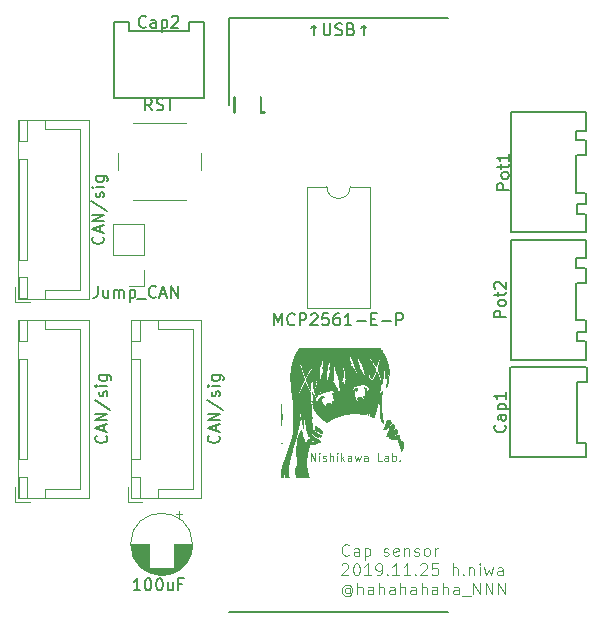
<source format=gto>
G04 #@! TF.GenerationSoftware,KiCad,Pcbnew,(5.1.2)-2*
G04 #@! TF.CreationDate,2019-12-10T15:16:51+09:00*
G04 #@! TF.ProjectId,cap-sensor,6361702d-7365-46e7-936f-722e6b696361,rev?*
G04 #@! TF.SameCoordinates,Original*
G04 #@! TF.FileFunction,Legend,Top*
G04 #@! TF.FilePolarity,Positive*
%FSLAX46Y46*%
G04 Gerber Fmt 4.6, Leading zero omitted, Abs format (unit mm)*
G04 Created by KiCad (PCBNEW (5.1.2)-2) date 2019-12-10 15:16:51*
%MOMM*%
%LPD*%
G04 APERTURE LIST*
%ADD10C,0.150000*%
%ADD11C,0.125000*%
%ADD12C,0.010000*%
%ADD13C,0.120000*%
%ADD14C,0.200000*%
%ADD15C,0.080000*%
%ADD16C,0.254000*%
%ADD17R,1.702000X1.702000*%
%ADD18C,1.702000*%
%ADD19R,1.827000X1.827000*%
%ADD20C,1.827000*%
%ADD21C,1.602000*%
%ADD22R,1.802000X1.802000*%
%ADD23O,1.802000X1.802000*%
%ADD24C,2.102000*%
%ADD25O,1.702000X1.702000*%
%ADD26C,1.802000*%
%ADD27O,2.052000X1.802000*%
G04 APERTURE END LIST*
D10*
X126150952Y-51887380D02*
X126150952Y-51125476D01*
X125960476Y-51315952D02*
X126150952Y-51125476D01*
X126341428Y-51315952D01*
X127008095Y-50887380D02*
X127008095Y-51696904D01*
X127055714Y-51792142D01*
X127103333Y-51839761D01*
X127198571Y-51887380D01*
X127389047Y-51887380D01*
X127484285Y-51839761D01*
X127531904Y-51792142D01*
X127579523Y-51696904D01*
X127579523Y-50887380D01*
X128008095Y-51839761D02*
X128150952Y-51887380D01*
X128389047Y-51887380D01*
X128484285Y-51839761D01*
X128531904Y-51792142D01*
X128579523Y-51696904D01*
X128579523Y-51601666D01*
X128531904Y-51506428D01*
X128484285Y-51458809D01*
X128389047Y-51411190D01*
X128198571Y-51363571D01*
X128103333Y-51315952D01*
X128055714Y-51268333D01*
X128008095Y-51173095D01*
X128008095Y-51077857D01*
X128055714Y-50982619D01*
X128103333Y-50935000D01*
X128198571Y-50887380D01*
X128436666Y-50887380D01*
X128579523Y-50935000D01*
X129341428Y-51363571D02*
X129484285Y-51411190D01*
X129531904Y-51458809D01*
X129579523Y-51554047D01*
X129579523Y-51696904D01*
X129531904Y-51792142D01*
X129484285Y-51839761D01*
X129389047Y-51887380D01*
X129008095Y-51887380D01*
X129008095Y-50887380D01*
X129341428Y-50887380D01*
X129436666Y-50935000D01*
X129484285Y-50982619D01*
X129531904Y-51077857D01*
X129531904Y-51173095D01*
X129484285Y-51268333D01*
X129436666Y-51315952D01*
X129341428Y-51363571D01*
X129008095Y-51363571D01*
X130389047Y-51887380D02*
X130389047Y-51125476D01*
X130198571Y-51315952D02*
X130389047Y-51125476D01*
X130579523Y-51315952D01*
D11*
X129160773Y-95887142D02*
X129113154Y-95934761D01*
X128970297Y-95982380D01*
X128875059Y-95982380D01*
X128732202Y-95934761D01*
X128636964Y-95839523D01*
X128589345Y-95744285D01*
X128541726Y-95553809D01*
X128541726Y-95410952D01*
X128589345Y-95220476D01*
X128636964Y-95125238D01*
X128732202Y-95030000D01*
X128875059Y-94982380D01*
X128970297Y-94982380D01*
X129113154Y-95030000D01*
X129160773Y-95077619D01*
X130017916Y-95982380D02*
X130017916Y-95458571D01*
X129970297Y-95363333D01*
X129875059Y-95315714D01*
X129684583Y-95315714D01*
X129589345Y-95363333D01*
X130017916Y-95934761D02*
X129922678Y-95982380D01*
X129684583Y-95982380D01*
X129589345Y-95934761D01*
X129541726Y-95839523D01*
X129541726Y-95744285D01*
X129589345Y-95649047D01*
X129684583Y-95601428D01*
X129922678Y-95601428D01*
X130017916Y-95553809D01*
X130494107Y-95315714D02*
X130494107Y-96315714D01*
X130494107Y-95363333D02*
X130589345Y-95315714D01*
X130779821Y-95315714D01*
X130875059Y-95363333D01*
X130922678Y-95410952D01*
X130970297Y-95506190D01*
X130970297Y-95791904D01*
X130922678Y-95887142D01*
X130875059Y-95934761D01*
X130779821Y-95982380D01*
X130589345Y-95982380D01*
X130494107Y-95934761D01*
X132113154Y-95934761D02*
X132208392Y-95982380D01*
X132398869Y-95982380D01*
X132494107Y-95934761D01*
X132541726Y-95839523D01*
X132541726Y-95791904D01*
X132494107Y-95696666D01*
X132398869Y-95649047D01*
X132256011Y-95649047D01*
X132160773Y-95601428D01*
X132113154Y-95506190D01*
X132113154Y-95458571D01*
X132160773Y-95363333D01*
X132256011Y-95315714D01*
X132398869Y-95315714D01*
X132494107Y-95363333D01*
X133351250Y-95934761D02*
X133256011Y-95982380D01*
X133065535Y-95982380D01*
X132970297Y-95934761D01*
X132922678Y-95839523D01*
X132922678Y-95458571D01*
X132970297Y-95363333D01*
X133065535Y-95315714D01*
X133256011Y-95315714D01*
X133351250Y-95363333D01*
X133398869Y-95458571D01*
X133398869Y-95553809D01*
X132922678Y-95649047D01*
X133827440Y-95315714D02*
X133827440Y-95982380D01*
X133827440Y-95410952D02*
X133875059Y-95363333D01*
X133970297Y-95315714D01*
X134113154Y-95315714D01*
X134208392Y-95363333D01*
X134256011Y-95458571D01*
X134256011Y-95982380D01*
X134684583Y-95934761D02*
X134779821Y-95982380D01*
X134970297Y-95982380D01*
X135065535Y-95934761D01*
X135113154Y-95839523D01*
X135113154Y-95791904D01*
X135065535Y-95696666D01*
X134970297Y-95649047D01*
X134827440Y-95649047D01*
X134732202Y-95601428D01*
X134684583Y-95506190D01*
X134684583Y-95458571D01*
X134732202Y-95363333D01*
X134827440Y-95315714D01*
X134970297Y-95315714D01*
X135065535Y-95363333D01*
X135684583Y-95982380D02*
X135589345Y-95934761D01*
X135541726Y-95887142D01*
X135494107Y-95791904D01*
X135494107Y-95506190D01*
X135541726Y-95410952D01*
X135589345Y-95363333D01*
X135684583Y-95315714D01*
X135827440Y-95315714D01*
X135922678Y-95363333D01*
X135970297Y-95410952D01*
X136017916Y-95506190D01*
X136017916Y-95791904D01*
X135970297Y-95887142D01*
X135922678Y-95934761D01*
X135827440Y-95982380D01*
X135684583Y-95982380D01*
X136446488Y-95982380D02*
X136446488Y-95315714D01*
X136446488Y-95506190D02*
X136494107Y-95410952D01*
X136541726Y-95363333D01*
X136636964Y-95315714D01*
X136732202Y-95315714D01*
X128541726Y-96702619D02*
X128589345Y-96655000D01*
X128684583Y-96607380D01*
X128922678Y-96607380D01*
X129017916Y-96655000D01*
X129065535Y-96702619D01*
X129113154Y-96797857D01*
X129113154Y-96893095D01*
X129065535Y-97035952D01*
X128494107Y-97607380D01*
X129113154Y-97607380D01*
X129732202Y-96607380D02*
X129827440Y-96607380D01*
X129922678Y-96655000D01*
X129970297Y-96702619D01*
X130017916Y-96797857D01*
X130065535Y-96988333D01*
X130065535Y-97226428D01*
X130017916Y-97416904D01*
X129970297Y-97512142D01*
X129922678Y-97559761D01*
X129827440Y-97607380D01*
X129732202Y-97607380D01*
X129636964Y-97559761D01*
X129589345Y-97512142D01*
X129541726Y-97416904D01*
X129494107Y-97226428D01*
X129494107Y-96988333D01*
X129541726Y-96797857D01*
X129589345Y-96702619D01*
X129636964Y-96655000D01*
X129732202Y-96607380D01*
X131017916Y-97607380D02*
X130446488Y-97607380D01*
X130732202Y-97607380D02*
X130732202Y-96607380D01*
X130636964Y-96750238D01*
X130541726Y-96845476D01*
X130446488Y-96893095D01*
X131494107Y-97607380D02*
X131684583Y-97607380D01*
X131779821Y-97559761D01*
X131827440Y-97512142D01*
X131922678Y-97369285D01*
X131970297Y-97178809D01*
X131970297Y-96797857D01*
X131922678Y-96702619D01*
X131875059Y-96655000D01*
X131779821Y-96607380D01*
X131589345Y-96607380D01*
X131494107Y-96655000D01*
X131446488Y-96702619D01*
X131398869Y-96797857D01*
X131398869Y-97035952D01*
X131446488Y-97131190D01*
X131494107Y-97178809D01*
X131589345Y-97226428D01*
X131779821Y-97226428D01*
X131875059Y-97178809D01*
X131922678Y-97131190D01*
X131970297Y-97035952D01*
X132398869Y-97512142D02*
X132446488Y-97559761D01*
X132398869Y-97607380D01*
X132351250Y-97559761D01*
X132398869Y-97512142D01*
X132398869Y-97607380D01*
X133398869Y-97607380D02*
X132827440Y-97607380D01*
X133113154Y-97607380D02*
X133113154Y-96607380D01*
X133017916Y-96750238D01*
X132922678Y-96845476D01*
X132827440Y-96893095D01*
X134351250Y-97607380D02*
X133779821Y-97607380D01*
X134065535Y-97607380D02*
X134065535Y-96607380D01*
X133970297Y-96750238D01*
X133875059Y-96845476D01*
X133779821Y-96893095D01*
X134779821Y-97512142D02*
X134827440Y-97559761D01*
X134779821Y-97607380D01*
X134732202Y-97559761D01*
X134779821Y-97512142D01*
X134779821Y-97607380D01*
X135208392Y-96702619D02*
X135256011Y-96655000D01*
X135351250Y-96607380D01*
X135589345Y-96607380D01*
X135684583Y-96655000D01*
X135732202Y-96702619D01*
X135779821Y-96797857D01*
X135779821Y-96893095D01*
X135732202Y-97035952D01*
X135160773Y-97607380D01*
X135779821Y-97607380D01*
X136684583Y-96607380D02*
X136208392Y-96607380D01*
X136160773Y-97083571D01*
X136208392Y-97035952D01*
X136303630Y-96988333D01*
X136541726Y-96988333D01*
X136636964Y-97035952D01*
X136684583Y-97083571D01*
X136732202Y-97178809D01*
X136732202Y-97416904D01*
X136684583Y-97512142D01*
X136636964Y-97559761D01*
X136541726Y-97607380D01*
X136303630Y-97607380D01*
X136208392Y-97559761D01*
X136160773Y-97512142D01*
X137922678Y-97607380D02*
X137922678Y-96607380D01*
X138351250Y-97607380D02*
X138351250Y-97083571D01*
X138303630Y-96988333D01*
X138208392Y-96940714D01*
X138065535Y-96940714D01*
X137970297Y-96988333D01*
X137922678Y-97035952D01*
X138827440Y-97512142D02*
X138875059Y-97559761D01*
X138827440Y-97607380D01*
X138779821Y-97559761D01*
X138827440Y-97512142D01*
X138827440Y-97607380D01*
X139303630Y-96940714D02*
X139303630Y-97607380D01*
X139303630Y-97035952D02*
X139351250Y-96988333D01*
X139446488Y-96940714D01*
X139589345Y-96940714D01*
X139684583Y-96988333D01*
X139732202Y-97083571D01*
X139732202Y-97607380D01*
X140208392Y-97607380D02*
X140208392Y-96940714D01*
X140208392Y-96607380D02*
X140160773Y-96655000D01*
X140208392Y-96702619D01*
X140256011Y-96655000D01*
X140208392Y-96607380D01*
X140208392Y-96702619D01*
X140589345Y-96940714D02*
X140779821Y-97607380D01*
X140970297Y-97131190D01*
X141160773Y-97607380D01*
X141351250Y-96940714D01*
X142160773Y-97607380D02*
X142160773Y-97083571D01*
X142113154Y-96988333D01*
X142017916Y-96940714D01*
X141827440Y-96940714D01*
X141732202Y-96988333D01*
X142160773Y-97559761D02*
X142065535Y-97607380D01*
X141827440Y-97607380D01*
X141732202Y-97559761D01*
X141684583Y-97464523D01*
X141684583Y-97369285D01*
X141732202Y-97274047D01*
X141827440Y-97226428D01*
X142065535Y-97226428D01*
X142160773Y-97178809D01*
X129208392Y-98756190D02*
X129160773Y-98708571D01*
X129065535Y-98660952D01*
X128970297Y-98660952D01*
X128875059Y-98708571D01*
X128827440Y-98756190D01*
X128779821Y-98851428D01*
X128779821Y-98946666D01*
X128827440Y-99041904D01*
X128875059Y-99089523D01*
X128970297Y-99137142D01*
X129065535Y-99137142D01*
X129160773Y-99089523D01*
X129208392Y-99041904D01*
X129208392Y-98660952D02*
X129208392Y-99041904D01*
X129256011Y-99089523D01*
X129303630Y-99089523D01*
X129398869Y-99041904D01*
X129446488Y-98946666D01*
X129446488Y-98708571D01*
X129351250Y-98565714D01*
X129208392Y-98470476D01*
X129017916Y-98422857D01*
X128827440Y-98470476D01*
X128684583Y-98565714D01*
X128589345Y-98708571D01*
X128541726Y-98899047D01*
X128589345Y-99089523D01*
X128684583Y-99232380D01*
X128827440Y-99327619D01*
X129017916Y-99375238D01*
X129208392Y-99327619D01*
X129351250Y-99232380D01*
X129875059Y-99232380D02*
X129875059Y-98232380D01*
X130303630Y-99232380D02*
X130303630Y-98708571D01*
X130256011Y-98613333D01*
X130160773Y-98565714D01*
X130017916Y-98565714D01*
X129922678Y-98613333D01*
X129875059Y-98660952D01*
X131208392Y-99232380D02*
X131208392Y-98708571D01*
X131160773Y-98613333D01*
X131065535Y-98565714D01*
X130875059Y-98565714D01*
X130779821Y-98613333D01*
X131208392Y-99184761D02*
X131113154Y-99232380D01*
X130875059Y-99232380D01*
X130779821Y-99184761D01*
X130732202Y-99089523D01*
X130732202Y-98994285D01*
X130779821Y-98899047D01*
X130875059Y-98851428D01*
X131113154Y-98851428D01*
X131208392Y-98803809D01*
X131684583Y-99232380D02*
X131684583Y-98232380D01*
X132113154Y-99232380D02*
X132113154Y-98708571D01*
X132065535Y-98613333D01*
X131970297Y-98565714D01*
X131827440Y-98565714D01*
X131732202Y-98613333D01*
X131684583Y-98660952D01*
X133017916Y-99232380D02*
X133017916Y-98708571D01*
X132970297Y-98613333D01*
X132875059Y-98565714D01*
X132684583Y-98565714D01*
X132589345Y-98613333D01*
X133017916Y-99184761D02*
X132922678Y-99232380D01*
X132684583Y-99232380D01*
X132589345Y-99184761D01*
X132541726Y-99089523D01*
X132541726Y-98994285D01*
X132589345Y-98899047D01*
X132684583Y-98851428D01*
X132922678Y-98851428D01*
X133017916Y-98803809D01*
X133494107Y-99232380D02*
X133494107Y-98232380D01*
X133922678Y-99232380D02*
X133922678Y-98708571D01*
X133875059Y-98613333D01*
X133779821Y-98565714D01*
X133636964Y-98565714D01*
X133541726Y-98613333D01*
X133494107Y-98660952D01*
X134827440Y-99232380D02*
X134827440Y-98708571D01*
X134779821Y-98613333D01*
X134684583Y-98565714D01*
X134494107Y-98565714D01*
X134398869Y-98613333D01*
X134827440Y-99184761D02*
X134732202Y-99232380D01*
X134494107Y-99232380D01*
X134398869Y-99184761D01*
X134351250Y-99089523D01*
X134351250Y-98994285D01*
X134398869Y-98899047D01*
X134494107Y-98851428D01*
X134732202Y-98851428D01*
X134827440Y-98803809D01*
X135303630Y-99232380D02*
X135303630Y-98232380D01*
X135732202Y-99232380D02*
X135732202Y-98708571D01*
X135684583Y-98613333D01*
X135589345Y-98565714D01*
X135446488Y-98565714D01*
X135351250Y-98613333D01*
X135303630Y-98660952D01*
X136636964Y-99232380D02*
X136636964Y-98708571D01*
X136589345Y-98613333D01*
X136494107Y-98565714D01*
X136303630Y-98565714D01*
X136208392Y-98613333D01*
X136636964Y-99184761D02*
X136541726Y-99232380D01*
X136303630Y-99232380D01*
X136208392Y-99184761D01*
X136160773Y-99089523D01*
X136160773Y-98994285D01*
X136208392Y-98899047D01*
X136303630Y-98851428D01*
X136541726Y-98851428D01*
X136636964Y-98803809D01*
X137113154Y-99232380D02*
X137113154Y-98232380D01*
X137541726Y-99232380D02*
X137541726Y-98708571D01*
X137494107Y-98613333D01*
X137398869Y-98565714D01*
X137256011Y-98565714D01*
X137160773Y-98613333D01*
X137113154Y-98660952D01*
X138446488Y-99232380D02*
X138446488Y-98708571D01*
X138398869Y-98613333D01*
X138303630Y-98565714D01*
X138113154Y-98565714D01*
X138017916Y-98613333D01*
X138446488Y-99184761D02*
X138351250Y-99232380D01*
X138113154Y-99232380D01*
X138017916Y-99184761D01*
X137970297Y-99089523D01*
X137970297Y-98994285D01*
X138017916Y-98899047D01*
X138113154Y-98851428D01*
X138351250Y-98851428D01*
X138446488Y-98803809D01*
X138684583Y-99327619D02*
X139446488Y-99327619D01*
X139684583Y-99232380D02*
X139684583Y-98232380D01*
X140256011Y-99232380D01*
X140256011Y-98232380D01*
X140732202Y-99232380D02*
X140732202Y-98232380D01*
X141303630Y-99232380D01*
X141303630Y-98232380D01*
X141779821Y-99232380D02*
X141779821Y-98232380D01*
X142351250Y-99232380D01*
X142351250Y-98232380D01*
D12*
G36*
X129318173Y-79606986D02*
G01*
X129319389Y-79619044D01*
X129318173Y-79620533D01*
X129312133Y-79619138D01*
X129311400Y-79613760D01*
X129315117Y-79605397D01*
X129318173Y-79606986D01*
X129318173Y-79606986D01*
G37*
X129318173Y-79606986D02*
X129319389Y-79619044D01*
X129318173Y-79620533D01*
X129312133Y-79619138D01*
X129311400Y-79613760D01*
X129315117Y-79605397D01*
X129318173Y-79606986D01*
G36*
X130019380Y-79835375D02*
G01*
X130020591Y-79851253D01*
X130018578Y-79854848D01*
X130013960Y-79851818D01*
X130013242Y-79841513D01*
X130015723Y-79830672D01*
X130019380Y-79835375D01*
X130019380Y-79835375D01*
G37*
X130019380Y-79835375D02*
X130020591Y-79851253D01*
X130018578Y-79854848D01*
X130013960Y-79851818D01*
X130013242Y-79841513D01*
X130015723Y-79830672D01*
X130019380Y-79835375D01*
G36*
X131389576Y-78372160D02*
G01*
X131388277Y-78394452D01*
X131394065Y-78423256D01*
X131408032Y-78462626D01*
X131424409Y-78501240D01*
X131432322Y-78521532D01*
X131443711Y-78553496D01*
X131453687Y-78582944D01*
X131471369Y-78634635D01*
X131488615Y-78680286D01*
X131506867Y-78724760D01*
X131521256Y-78761636D01*
X131537717Y-78807679D01*
X131553465Y-78854722D01*
X131565714Y-78894598D01*
X131569245Y-78907640D01*
X131577959Y-78938059D01*
X131586640Y-78962126D01*
X131588306Y-78965716D01*
X131596544Y-78987001D01*
X131605296Y-79016629D01*
X131606547Y-79021596D01*
X131614672Y-79053587D01*
X131625324Y-79093989D01*
X131632075Y-79118955D01*
X131646441Y-79199744D01*
X131643112Y-79277270D01*
X131622970Y-79354680D01*
X131610499Y-79392987D01*
X131601435Y-79426599D01*
X131597634Y-79448580D01*
X131597614Y-79449385D01*
X131591058Y-79474929D01*
X131582160Y-79488211D01*
X131570547Y-79509642D01*
X131566920Y-79531173D01*
X131564071Y-79555256D01*
X131558555Y-79568547D01*
X131551268Y-79582812D01*
X131540735Y-79610193D01*
X131531040Y-79639160D01*
X131518812Y-79674105D01*
X131506600Y-79702652D01*
X131498765Y-79716160D01*
X131487675Y-79739728D01*
X131485640Y-79753660D01*
X131481336Y-79773829D01*
X131475480Y-79781400D01*
X131466776Y-79795810D01*
X131465320Y-79806274D01*
X131459157Y-79827922D01*
X131447540Y-79846795D01*
X131429760Y-79868721D01*
X131409558Y-79830140D01*
X131385014Y-79788047D01*
X131355025Y-79743181D01*
X131326539Y-79705916D01*
X131325605Y-79704819D01*
X131313685Y-79689811D01*
X131293675Y-79663575D01*
X131269502Y-79631272D01*
X131264645Y-79624715D01*
X131233564Y-79582680D01*
X131199731Y-79536918D01*
X131172462Y-79500032D01*
X131147309Y-79463221D01*
X131132737Y-79432746D01*
X131125261Y-79400280D01*
X131123247Y-79382397D01*
X131114758Y-79327267D01*
X131100337Y-79271167D01*
X131082551Y-79223662D01*
X131078339Y-79215117D01*
X131070313Y-79190680D01*
X131069130Y-79179557D01*
X131065767Y-79158506D01*
X131057149Y-79126064D01*
X131045594Y-79089700D01*
X131033417Y-79056879D01*
X131025962Y-79040395D01*
X131017654Y-79020382D01*
X131006484Y-78988495D01*
X130997171Y-78959115D01*
X130979724Y-78903368D01*
X130961905Y-78849968D01*
X130945078Y-78802669D01*
X130930605Y-78765230D01*
X130919851Y-78741405D01*
X130915978Y-78735427D01*
X130907613Y-78717491D01*
X130906520Y-78708196D01*
X130902446Y-78690430D01*
X130891773Y-78660857D01*
X130877047Y-78626408D01*
X130856803Y-78582096D01*
X130833752Y-78531333D01*
X130815891Y-78491781D01*
X130796557Y-78451936D01*
X130776190Y-78414867D01*
X130759163Y-78388529D01*
X130759003Y-78388319D01*
X130743196Y-78366313D01*
X130734428Y-78351617D01*
X130733800Y-78349517D01*
X130743562Y-78348131D01*
X130771262Y-78346865D01*
X130814515Y-78345760D01*
X130870939Y-78344858D01*
X130938150Y-78344200D01*
X131013766Y-78343828D01*
X131064807Y-78343760D01*
X131395814Y-78343760D01*
X131389576Y-78372160D01*
X131389576Y-78372160D01*
G37*
X131389576Y-78372160D02*
X131388277Y-78394452D01*
X131394065Y-78423256D01*
X131408032Y-78462626D01*
X131424409Y-78501240D01*
X131432322Y-78521532D01*
X131443711Y-78553496D01*
X131453687Y-78582944D01*
X131471369Y-78634635D01*
X131488615Y-78680286D01*
X131506867Y-78724760D01*
X131521256Y-78761636D01*
X131537717Y-78807679D01*
X131553465Y-78854722D01*
X131565714Y-78894598D01*
X131569245Y-78907640D01*
X131577959Y-78938059D01*
X131586640Y-78962126D01*
X131588306Y-78965716D01*
X131596544Y-78987001D01*
X131605296Y-79016629D01*
X131606547Y-79021596D01*
X131614672Y-79053587D01*
X131625324Y-79093989D01*
X131632075Y-79118955D01*
X131646441Y-79199744D01*
X131643112Y-79277270D01*
X131622970Y-79354680D01*
X131610499Y-79392987D01*
X131601435Y-79426599D01*
X131597634Y-79448580D01*
X131597614Y-79449385D01*
X131591058Y-79474929D01*
X131582160Y-79488211D01*
X131570547Y-79509642D01*
X131566920Y-79531173D01*
X131564071Y-79555256D01*
X131558555Y-79568547D01*
X131551268Y-79582812D01*
X131540735Y-79610193D01*
X131531040Y-79639160D01*
X131518812Y-79674105D01*
X131506600Y-79702652D01*
X131498765Y-79716160D01*
X131487675Y-79739728D01*
X131485640Y-79753660D01*
X131481336Y-79773829D01*
X131475480Y-79781400D01*
X131466776Y-79795810D01*
X131465320Y-79806274D01*
X131459157Y-79827922D01*
X131447540Y-79846795D01*
X131429760Y-79868721D01*
X131409558Y-79830140D01*
X131385014Y-79788047D01*
X131355025Y-79743181D01*
X131326539Y-79705916D01*
X131325605Y-79704819D01*
X131313685Y-79689811D01*
X131293675Y-79663575D01*
X131269502Y-79631272D01*
X131264645Y-79624715D01*
X131233564Y-79582680D01*
X131199731Y-79536918D01*
X131172462Y-79500032D01*
X131147309Y-79463221D01*
X131132737Y-79432746D01*
X131125261Y-79400280D01*
X131123247Y-79382397D01*
X131114758Y-79327267D01*
X131100337Y-79271167D01*
X131082551Y-79223662D01*
X131078339Y-79215117D01*
X131070313Y-79190680D01*
X131069130Y-79179557D01*
X131065767Y-79158506D01*
X131057149Y-79126064D01*
X131045594Y-79089700D01*
X131033417Y-79056879D01*
X131025962Y-79040395D01*
X131017654Y-79020382D01*
X131006484Y-78988495D01*
X130997171Y-78959115D01*
X130979724Y-78903368D01*
X130961905Y-78849968D01*
X130945078Y-78802669D01*
X130930605Y-78765230D01*
X130919851Y-78741405D01*
X130915978Y-78735427D01*
X130907613Y-78717491D01*
X130906520Y-78708196D01*
X130902446Y-78690430D01*
X130891773Y-78660857D01*
X130877047Y-78626408D01*
X130856803Y-78582096D01*
X130833752Y-78531333D01*
X130815891Y-78491781D01*
X130796557Y-78451936D01*
X130776190Y-78414867D01*
X130759163Y-78388529D01*
X130759003Y-78388319D01*
X130743196Y-78366313D01*
X130734428Y-78351617D01*
X130733800Y-78349517D01*
X130743562Y-78348131D01*
X130771262Y-78346865D01*
X130814515Y-78345760D01*
X130870939Y-78344858D01*
X130938150Y-78344200D01*
X131013766Y-78343828D01*
X131064807Y-78343760D01*
X131395814Y-78343760D01*
X131389576Y-78372160D01*
G36*
X127448688Y-79976980D02*
G01*
X127450030Y-79997781D01*
X127448688Y-80002380D01*
X127444980Y-80003656D01*
X127443564Y-79989680D01*
X127445160Y-79975256D01*
X127448688Y-79976980D01*
X127448688Y-79976980D01*
G37*
X127448688Y-79976980D02*
X127450030Y-79997781D01*
X127448688Y-80002380D01*
X127444980Y-80003656D01*
X127443564Y-79989680D01*
X127445160Y-79975256D01*
X127448688Y-79976980D01*
G36*
X126879538Y-80010986D02*
G01*
X126880040Y-80012733D01*
X126881528Y-80034864D01*
X126879664Y-80043213D01*
X126876328Y-80043551D01*
X126874966Y-80027646D01*
X126874980Y-80025240D01*
X126876445Y-80009482D01*
X126879538Y-80010986D01*
X126879538Y-80010986D01*
G37*
X126879538Y-80010986D02*
X126880040Y-80012733D01*
X126881528Y-80034864D01*
X126879664Y-80043213D01*
X126876328Y-80043551D01*
X126874966Y-80027646D01*
X126874980Y-80025240D01*
X126876445Y-80009482D01*
X126879538Y-80010986D01*
G36*
X127448963Y-80053180D02*
G01*
X127450543Y-80078948D01*
X127448963Y-80088740D01*
X127446018Y-80091902D01*
X127444415Y-80077853D01*
X127444317Y-80070960D01*
X127445376Y-80052475D01*
X127448013Y-80050297D01*
X127448963Y-80053180D01*
X127448963Y-80053180D01*
G37*
X127448963Y-80053180D02*
X127450543Y-80078948D01*
X127448963Y-80088740D01*
X127446018Y-80091902D01*
X127444415Y-80077853D01*
X127444317Y-80070960D01*
X127445376Y-80052475D01*
X127448013Y-80050297D01*
X127448963Y-80053180D01*
G36*
X127452120Y-80157320D02*
G01*
X127447040Y-80162400D01*
X127441960Y-80157320D01*
X127447040Y-80152240D01*
X127452120Y-80157320D01*
X127452120Y-80157320D01*
G37*
X127452120Y-80157320D02*
X127447040Y-80162400D01*
X127441960Y-80157320D01*
X127447040Y-80152240D01*
X127452120Y-80157320D01*
G36*
X125958600Y-80228440D02*
G01*
X125953520Y-80233520D01*
X125948440Y-80228440D01*
X125953520Y-80223360D01*
X125958600Y-80228440D01*
X125958600Y-80228440D01*
G37*
X125958600Y-80228440D02*
X125953520Y-80233520D01*
X125948440Y-80228440D01*
X125953520Y-80223360D01*
X125958600Y-80228440D01*
G36*
X130080019Y-80161086D02*
G01*
X130086973Y-80182697D01*
X130087599Y-80185825D01*
X130100648Y-80216791D01*
X130126611Y-80250939D01*
X130134809Y-80259359D01*
X130157489Y-80282486D01*
X130167049Y-80296444D01*
X130165456Y-80305676D01*
X130158177Y-80312133D01*
X130136969Y-80320713D01*
X130108740Y-80324706D01*
X130082850Y-80323470D01*
X130070013Y-80318186D01*
X130066278Y-80305145D01*
X130064075Y-80278930D01*
X130063324Y-80245328D01*
X130063948Y-80210121D01*
X130065867Y-80179093D01*
X130069004Y-80158031D01*
X130072269Y-80152240D01*
X130080019Y-80161086D01*
X130080019Y-80161086D01*
G37*
X130080019Y-80161086D02*
X130086973Y-80182697D01*
X130087599Y-80185825D01*
X130100648Y-80216791D01*
X130126611Y-80250939D01*
X130134809Y-80259359D01*
X130157489Y-80282486D01*
X130167049Y-80296444D01*
X130165456Y-80305676D01*
X130158177Y-80312133D01*
X130136969Y-80320713D01*
X130108740Y-80324706D01*
X130082850Y-80323470D01*
X130070013Y-80318186D01*
X130066278Y-80305145D01*
X130064075Y-80278930D01*
X130063324Y-80245328D01*
X130063948Y-80210121D01*
X130065867Y-80179093D01*
X130069004Y-80158031D01*
X130072269Y-80152240D01*
X130080019Y-80161086D01*
G36*
X130750900Y-80536415D02*
G01*
X130752111Y-80552293D01*
X130750098Y-80555888D01*
X130745480Y-80552858D01*
X130744762Y-80542553D01*
X130747243Y-80531712D01*
X130750900Y-80536415D01*
X130750900Y-80536415D01*
G37*
X130750900Y-80536415D02*
X130752111Y-80552293D01*
X130750098Y-80555888D01*
X130745480Y-80552858D01*
X130744762Y-80542553D01*
X130747243Y-80531712D01*
X130750900Y-80536415D01*
G36*
X130750733Y-80582346D02*
G01*
X130751949Y-80594404D01*
X130750733Y-80595893D01*
X130744693Y-80594498D01*
X130743960Y-80589120D01*
X130747677Y-80580757D01*
X130750733Y-80582346D01*
X130750733Y-80582346D01*
G37*
X130750733Y-80582346D02*
X130751949Y-80594404D01*
X130750733Y-80595893D01*
X130744693Y-80594498D01*
X130743960Y-80589120D01*
X130747677Y-80580757D01*
X130750733Y-80582346D01*
G36*
X131725063Y-79505757D02*
G01*
X131731156Y-79523212D01*
X131738431Y-79556444D01*
X131739832Y-79564113D01*
X131746685Y-79601958D01*
X131755507Y-79649773D01*
X131764453Y-79697568D01*
X131764935Y-79700120D01*
X131786644Y-79825894D01*
X131802782Y-79946376D01*
X131814507Y-80071172D01*
X131820312Y-80159164D01*
X131822734Y-80214715D01*
X131824329Y-80279178D01*
X131825148Y-80349686D01*
X131825243Y-80423374D01*
X131824663Y-80497374D01*
X131823460Y-80568819D01*
X131821685Y-80634843D01*
X131819389Y-80692579D01*
X131816622Y-80739160D01*
X131813435Y-80771720D01*
X131809880Y-80787392D01*
X131809143Y-80788239D01*
X131802958Y-80783648D01*
X131800600Y-80766543D01*
X131797453Y-80739135D01*
X131789429Y-80700888D01*
X131778648Y-80660037D01*
X131767231Y-80624821D01*
X131759516Y-80607037D01*
X131751285Y-80586777D01*
X131749800Y-80578093D01*
X131746018Y-80561618D01*
X131736825Y-80536843D01*
X131735939Y-80534775D01*
X131723419Y-80504853D01*
X131708826Y-80468634D01*
X131704271Y-80457040D01*
X131688931Y-80419228D01*
X131670916Y-80376939D01*
X131663660Y-80360520D01*
X131646083Y-80320631D01*
X131628266Y-80279095D01*
X131621949Y-80264000D01*
X131609760Y-80236291D01*
X131600081Y-80217373D01*
X131597103Y-80213200D01*
X131589531Y-80201072D01*
X131579228Y-80178551D01*
X131578540Y-80176861D01*
X131572540Y-80156301D01*
X131571759Y-80132731D01*
X131576434Y-80099975D01*
X131582656Y-80070181D01*
X131592146Y-80026729D01*
X131600977Y-79985108D01*
X131607247Y-79954282D01*
X131607279Y-79954120D01*
X131614649Y-79921288D01*
X131625229Y-79880036D01*
X131632920Y-79852520D01*
X131645124Y-79809083D01*
X131657097Y-79764022D01*
X131662925Y-79740760D01*
X131671225Y-79708369D01*
X131678650Y-79682770D01*
X131681470Y-79674720D01*
X131691942Y-79644815D01*
X131702813Y-79606777D01*
X131712185Y-79568176D01*
X131718157Y-79536583D01*
X131719320Y-79523862D01*
X131720876Y-79505500D01*
X131725063Y-79505757D01*
X131725063Y-79505757D01*
G37*
X131725063Y-79505757D02*
X131731156Y-79523212D01*
X131738431Y-79556444D01*
X131739832Y-79564113D01*
X131746685Y-79601958D01*
X131755507Y-79649773D01*
X131764453Y-79697568D01*
X131764935Y-79700120D01*
X131786644Y-79825894D01*
X131802782Y-79946376D01*
X131814507Y-80071172D01*
X131820312Y-80159164D01*
X131822734Y-80214715D01*
X131824329Y-80279178D01*
X131825148Y-80349686D01*
X131825243Y-80423374D01*
X131824663Y-80497374D01*
X131823460Y-80568819D01*
X131821685Y-80634843D01*
X131819389Y-80692579D01*
X131816622Y-80739160D01*
X131813435Y-80771720D01*
X131809880Y-80787392D01*
X131809143Y-80788239D01*
X131802958Y-80783648D01*
X131800600Y-80766543D01*
X131797453Y-80739135D01*
X131789429Y-80700888D01*
X131778648Y-80660037D01*
X131767231Y-80624821D01*
X131759516Y-80607037D01*
X131751285Y-80586777D01*
X131749800Y-80578093D01*
X131746018Y-80561618D01*
X131736825Y-80536843D01*
X131735939Y-80534775D01*
X131723419Y-80504853D01*
X131708826Y-80468634D01*
X131704271Y-80457040D01*
X131688931Y-80419228D01*
X131670916Y-80376939D01*
X131663660Y-80360520D01*
X131646083Y-80320631D01*
X131628266Y-80279095D01*
X131621949Y-80264000D01*
X131609760Y-80236291D01*
X131600081Y-80217373D01*
X131597103Y-80213200D01*
X131589531Y-80201072D01*
X131579228Y-80178551D01*
X131578540Y-80176861D01*
X131572540Y-80156301D01*
X131571759Y-80132731D01*
X131576434Y-80099975D01*
X131582656Y-80070181D01*
X131592146Y-80026729D01*
X131600977Y-79985108D01*
X131607247Y-79954282D01*
X131607279Y-79954120D01*
X131614649Y-79921288D01*
X131625229Y-79880036D01*
X131632920Y-79852520D01*
X131645124Y-79809083D01*
X131657097Y-79764022D01*
X131662925Y-79740760D01*
X131671225Y-79708369D01*
X131678650Y-79682770D01*
X131681470Y-79674720D01*
X131691942Y-79644815D01*
X131702813Y-79606777D01*
X131712185Y-79568176D01*
X131718157Y-79536583D01*
X131719320Y-79523862D01*
X131720876Y-79505500D01*
X131725063Y-79505757D01*
G36*
X132213773Y-80887146D02*
G01*
X132214989Y-80899204D01*
X132213773Y-80900693D01*
X132207733Y-80899298D01*
X132207000Y-80893920D01*
X132210717Y-80885557D01*
X132213773Y-80887146D01*
X132213773Y-80887146D01*
G37*
X132213773Y-80887146D02*
X132214989Y-80899204D01*
X132213773Y-80900693D01*
X132207733Y-80899298D01*
X132207000Y-80893920D01*
X132210717Y-80885557D01*
X132213773Y-80887146D01*
G36*
X126936033Y-80451641D02*
G01*
X126944278Y-80483336D01*
X126954171Y-80533499D01*
X126963886Y-80589120D01*
X126972638Y-80636468D01*
X126983555Y-80689655D01*
X126991348Y-80724505D01*
X127000059Y-80777749D01*
X126997794Y-80815704D01*
X126984711Y-80837626D01*
X126966563Y-80843120D01*
X126949060Y-80846260D01*
X126917814Y-80854670D01*
X126878234Y-80866836D01*
X126857760Y-80873600D01*
X126813879Y-80888471D01*
X126785634Y-80897678D01*
X126769319Y-80901787D01*
X126761227Y-80901367D01*
X126757654Y-80896984D01*
X126754944Y-80889337D01*
X126755886Y-80872139D01*
X126764452Y-80840271D01*
X126779260Y-80797279D01*
X126798928Y-80746707D01*
X126822074Y-80692102D01*
X126847315Y-80637008D01*
X126873270Y-80584970D01*
X126874594Y-80582452D01*
X126891600Y-80545555D01*
X126904825Y-80508635D01*
X126909223Y-80491012D01*
X126916033Y-80458099D01*
X126922427Y-80439949D01*
X126928922Y-80437488D01*
X126936033Y-80451641D01*
X126936033Y-80451641D01*
G37*
X126936033Y-80451641D02*
X126944278Y-80483336D01*
X126954171Y-80533499D01*
X126963886Y-80589120D01*
X126972638Y-80636468D01*
X126983555Y-80689655D01*
X126991348Y-80724505D01*
X127000059Y-80777749D01*
X126997794Y-80815704D01*
X126984711Y-80837626D01*
X126966563Y-80843120D01*
X126949060Y-80846260D01*
X126917814Y-80854670D01*
X126878234Y-80866836D01*
X126857760Y-80873600D01*
X126813879Y-80888471D01*
X126785634Y-80897678D01*
X126769319Y-80901787D01*
X126761227Y-80901367D01*
X126757654Y-80896984D01*
X126754944Y-80889337D01*
X126755886Y-80872139D01*
X126764452Y-80840271D01*
X126779260Y-80797279D01*
X126798928Y-80746707D01*
X126822074Y-80692102D01*
X126847315Y-80637008D01*
X126873270Y-80584970D01*
X126874594Y-80582452D01*
X126891600Y-80545555D01*
X126904825Y-80508635D01*
X126909223Y-80491012D01*
X126916033Y-80458099D01*
X126922427Y-80439949D01*
X126928922Y-80437488D01*
X126936033Y-80451641D01*
G36*
X132217160Y-80919320D02*
G01*
X132212080Y-80924400D01*
X132207000Y-80919320D01*
X132212080Y-80914240D01*
X132217160Y-80919320D01*
X132217160Y-80919320D01*
G37*
X132217160Y-80919320D02*
X132212080Y-80924400D01*
X132207000Y-80919320D01*
X132212080Y-80914240D01*
X132217160Y-80919320D01*
G36*
X130942833Y-79415297D02*
G01*
X130943340Y-79417442D01*
X130953892Y-79441004D01*
X130963009Y-79451706D01*
X130975576Y-79468987D01*
X130977640Y-79477844D01*
X130982292Y-79490562D01*
X130985609Y-79491840D01*
X130995396Y-79499778D01*
X131009506Y-79519412D01*
X131012784Y-79524860D01*
X131026920Y-79547718D01*
X131037205Y-79561834D01*
X131038371Y-79562960D01*
X131047022Y-79574081D01*
X131061553Y-79596359D01*
X131069080Y-79608680D01*
X131084927Y-79633957D01*
X131096968Y-79651048D01*
X131100042Y-79654400D01*
X131115157Y-79675347D01*
X131129250Y-79712149D01*
X131140648Y-79760354D01*
X131141310Y-79764090D01*
X131149394Y-79816626D01*
X131158192Y-79883723D01*
X131167080Y-79959663D01*
X131175435Y-80038731D01*
X131182633Y-80115210D01*
X131188052Y-80183385D01*
X131189544Y-80206420D01*
X131193047Y-80256774D01*
X131196999Y-80290740D01*
X131202232Y-80312244D01*
X131209574Y-80325215D01*
X131215853Y-80330918D01*
X131236277Y-80339306D01*
X131245411Y-80335572D01*
X131249563Y-80321248D01*
X131252132Y-80291250D01*
X131253173Y-80250156D01*
X131252739Y-80202546D01*
X131250882Y-80153000D01*
X131247655Y-80106096D01*
X131243113Y-80066415D01*
X131242227Y-80060800D01*
X131233550Y-80002370D01*
X131227631Y-79949690D01*
X131224660Y-79906029D01*
X131224827Y-79874660D01*
X131228323Y-79858851D01*
X131230415Y-79857600D01*
X131240529Y-79866289D01*
X131248363Y-79885540D01*
X131258180Y-79913341D01*
X131273132Y-79944864D01*
X131275439Y-79949040D01*
X131290350Y-79976294D01*
X131310138Y-80013633D01*
X131330531Y-80052998D01*
X131330629Y-80053190D01*
X131348652Y-80086919D01*
X131364096Y-80113096D01*
X131374007Y-80126764D01*
X131374867Y-80127450D01*
X131383801Y-80144568D01*
X131381040Y-80176419D01*
X131366933Y-80221370D01*
X131343451Y-80274493D01*
X131336062Y-80294922D01*
X131328546Y-80323224D01*
X131328160Y-80324960D01*
X131322477Y-80348490D01*
X131315669Y-80368428D01*
X131304785Y-80392159D01*
X131288970Y-80423047D01*
X131277476Y-80450840D01*
X131272302Y-80474658D01*
X131272280Y-80475787D01*
X131268183Y-80495393D01*
X131262901Y-80502276D01*
X131254183Y-80515532D01*
X131246946Y-80538017D01*
X131238680Y-80564507D01*
X131224825Y-80599127D01*
X131215684Y-80619131D01*
X131201949Y-80650105D01*
X131192987Y-80675113D01*
X131191000Y-80684990D01*
X131184827Y-80702309D01*
X131180840Y-80705960D01*
X131171880Y-80720478D01*
X131170617Y-80729419D01*
X131165872Y-80749954D01*
X131154480Y-80776000D01*
X131153895Y-80777080D01*
X131141849Y-80803933D01*
X131128440Y-80840863D01*
X131120133Y-80867668D01*
X131109605Y-80900341D01*
X131101812Y-80914043D01*
X131096214Y-80910017D01*
X131092798Y-80891294D01*
X131090352Y-80859156D01*
X131089400Y-80820503D01*
X131089400Y-80819866D01*
X131088377Y-80782832D01*
X131085574Y-80731650D01*
X131081386Y-80672372D01*
X131076209Y-80611053D01*
X131074665Y-80594636D01*
X131068546Y-80527245D01*
X131061959Y-80448182D01*
X131055591Y-80366061D01*
X131050125Y-80289498D01*
X131048775Y-80269080D01*
X131040828Y-80168310D01*
X131029490Y-80055673D01*
X131015517Y-79937008D01*
X130999667Y-79818158D01*
X130982695Y-79704963D01*
X130965358Y-79603265D01*
X130956654Y-79557880D01*
X130952264Y-79532346D01*
X130948026Y-79501658D01*
X130944334Y-79469940D01*
X130941577Y-79441318D01*
X130940147Y-79419920D01*
X130940435Y-79409871D01*
X130942833Y-79415297D01*
X130942833Y-79415297D01*
G37*
X130942833Y-79415297D02*
X130943340Y-79417442D01*
X130953892Y-79441004D01*
X130963009Y-79451706D01*
X130975576Y-79468987D01*
X130977640Y-79477844D01*
X130982292Y-79490562D01*
X130985609Y-79491840D01*
X130995396Y-79499778D01*
X131009506Y-79519412D01*
X131012784Y-79524860D01*
X131026920Y-79547718D01*
X131037205Y-79561834D01*
X131038371Y-79562960D01*
X131047022Y-79574081D01*
X131061553Y-79596359D01*
X131069080Y-79608680D01*
X131084927Y-79633957D01*
X131096968Y-79651048D01*
X131100042Y-79654400D01*
X131115157Y-79675347D01*
X131129250Y-79712149D01*
X131140648Y-79760354D01*
X131141310Y-79764090D01*
X131149394Y-79816626D01*
X131158192Y-79883723D01*
X131167080Y-79959663D01*
X131175435Y-80038731D01*
X131182633Y-80115210D01*
X131188052Y-80183385D01*
X131189544Y-80206420D01*
X131193047Y-80256774D01*
X131196999Y-80290740D01*
X131202232Y-80312244D01*
X131209574Y-80325215D01*
X131215853Y-80330918D01*
X131236277Y-80339306D01*
X131245411Y-80335572D01*
X131249563Y-80321248D01*
X131252132Y-80291250D01*
X131253173Y-80250156D01*
X131252739Y-80202546D01*
X131250882Y-80153000D01*
X131247655Y-80106096D01*
X131243113Y-80066415D01*
X131242227Y-80060800D01*
X131233550Y-80002370D01*
X131227631Y-79949690D01*
X131224660Y-79906029D01*
X131224827Y-79874660D01*
X131228323Y-79858851D01*
X131230415Y-79857600D01*
X131240529Y-79866289D01*
X131248363Y-79885540D01*
X131258180Y-79913341D01*
X131273132Y-79944864D01*
X131275439Y-79949040D01*
X131290350Y-79976294D01*
X131310138Y-80013633D01*
X131330531Y-80052998D01*
X131330629Y-80053190D01*
X131348652Y-80086919D01*
X131364096Y-80113096D01*
X131374007Y-80126764D01*
X131374867Y-80127450D01*
X131383801Y-80144568D01*
X131381040Y-80176419D01*
X131366933Y-80221370D01*
X131343451Y-80274493D01*
X131336062Y-80294922D01*
X131328546Y-80323224D01*
X131328160Y-80324960D01*
X131322477Y-80348490D01*
X131315669Y-80368428D01*
X131304785Y-80392159D01*
X131288970Y-80423047D01*
X131277476Y-80450840D01*
X131272302Y-80474658D01*
X131272280Y-80475787D01*
X131268183Y-80495393D01*
X131262901Y-80502276D01*
X131254183Y-80515532D01*
X131246946Y-80538017D01*
X131238680Y-80564507D01*
X131224825Y-80599127D01*
X131215684Y-80619131D01*
X131201949Y-80650105D01*
X131192987Y-80675113D01*
X131191000Y-80684990D01*
X131184827Y-80702309D01*
X131180840Y-80705960D01*
X131171880Y-80720478D01*
X131170617Y-80729419D01*
X131165872Y-80749954D01*
X131154480Y-80776000D01*
X131153895Y-80777080D01*
X131141849Y-80803933D01*
X131128440Y-80840863D01*
X131120133Y-80867668D01*
X131109605Y-80900341D01*
X131101812Y-80914043D01*
X131096214Y-80910017D01*
X131092798Y-80891294D01*
X131090352Y-80859156D01*
X131089400Y-80820503D01*
X131089400Y-80819866D01*
X131088377Y-80782832D01*
X131085574Y-80731650D01*
X131081386Y-80672372D01*
X131076209Y-80611053D01*
X131074665Y-80594636D01*
X131068546Y-80527245D01*
X131061959Y-80448182D01*
X131055591Y-80366061D01*
X131050125Y-80289498D01*
X131048775Y-80269080D01*
X131040828Y-80168310D01*
X131029490Y-80055673D01*
X131015517Y-79937008D01*
X130999667Y-79818158D01*
X130982695Y-79704963D01*
X130965358Y-79603265D01*
X130956654Y-79557880D01*
X130952264Y-79532346D01*
X130948026Y-79501658D01*
X130944334Y-79469940D01*
X130941577Y-79441318D01*
X130940147Y-79419920D01*
X130940435Y-79409871D01*
X130942833Y-79415297D01*
G36*
X129985498Y-78343765D02*
G01*
X130117320Y-78343802D01*
X130231390Y-78343902D01*
X130328991Y-78344097D01*
X130411408Y-78344418D01*
X130479924Y-78344896D01*
X130535824Y-78345564D01*
X130580390Y-78346451D01*
X130614908Y-78347591D01*
X130640660Y-78349014D01*
X130658931Y-78350752D01*
X130671004Y-78352837D01*
X130678164Y-78355299D01*
X130681694Y-78358170D01*
X130682878Y-78361482D01*
X130683000Y-78364549D01*
X130687168Y-78383378D01*
X130698198Y-78414314D01*
X130713879Y-78451284D01*
X130717220Y-78458529D01*
X130739479Y-78506152D01*
X130763835Y-78558283D01*
X130783260Y-78599876D01*
X130798759Y-78634440D01*
X130810082Y-78662298D01*
X130815021Y-78677974D01*
X130815080Y-78678754D01*
X130819607Y-78696085D01*
X130824747Y-78707117D01*
X130834689Y-78727570D01*
X130847519Y-78756734D01*
X130851135Y-78765400D01*
X130865488Y-78799035D01*
X130883235Y-78838986D01*
X130892267Y-78858740D01*
X130905658Y-78889596D01*
X130914525Y-78913760D01*
X130916680Y-78923244D01*
X130920551Y-78940045D01*
X130929965Y-78964955D01*
X130930890Y-78967064D01*
X130942147Y-78995385D01*
X130955341Y-79032686D01*
X130962597Y-79054960D01*
X130973819Y-79088957D01*
X130984062Y-79116930D01*
X130989026Y-79128482D01*
X130996637Y-79153774D01*
X130997960Y-79167586D01*
X131001944Y-79191953D01*
X131011543Y-79220708D01*
X131011696Y-79221064D01*
X131026672Y-79261068D01*
X131035929Y-79296271D01*
X131038730Y-79322451D01*
X131034334Y-79335381D01*
X131031803Y-79336053D01*
X131018103Y-79327663D01*
X131012662Y-79317426D01*
X131003504Y-79301925D01*
X130997275Y-79298799D01*
X130988171Y-79290961D01*
X130987800Y-79287962D01*
X130981631Y-79271968D01*
X130966608Y-79249527D01*
X130947951Y-79227108D01*
X130930884Y-79211181D01*
X130922744Y-79207360D01*
X130909090Y-79198819D01*
X130893931Y-79178022D01*
X130881507Y-79152201D01*
X130876053Y-79128593D01*
X130876040Y-79127618D01*
X130869626Y-79105832D01*
X130854099Y-79081502D01*
X130853180Y-79080421D01*
X130836363Y-79063401D01*
X130823870Y-79060729D01*
X130810563Y-79068463D01*
X130798549Y-79079962D01*
X130795955Y-79094420D01*
X130801730Y-79119401D01*
X130802943Y-79123488D01*
X130810839Y-79155831D01*
X130814924Y-79184260D01*
X130815080Y-79188726D01*
X130818612Y-79211794D01*
X130824348Y-79223108D01*
X130831520Y-79239350D01*
X130839804Y-79272511D01*
X130848576Y-79319261D01*
X130857217Y-79376273D01*
X130865103Y-79440218D01*
X130865388Y-79442814D01*
X130870323Y-79481570D01*
X130875604Y-79512840D01*
X130880214Y-79530759D01*
X130880870Y-79532075D01*
X130886073Y-79547541D01*
X130892580Y-79576391D01*
X130897993Y-79606500D01*
X130904906Y-79649290D01*
X130913309Y-79701001D01*
X130921394Y-79750505D01*
X130921462Y-79750920D01*
X130940023Y-79865712D01*
X130955274Y-79964206D01*
X130967623Y-80050078D01*
X130977476Y-80127008D01*
X130985238Y-80198674D01*
X130991318Y-80268753D01*
X130996120Y-80340925D01*
X131000051Y-80418867D01*
X131002830Y-80487520D01*
X131005804Y-80554008D01*
X131009785Y-80624614D01*
X131014293Y-80691701D01*
X131018848Y-80747632D01*
X131019718Y-80756760D01*
X131023918Y-80805572D01*
X131026631Y-80849792D01*
X131027568Y-80883739D01*
X131026939Y-80899000D01*
X131023153Y-80929480D01*
X131003528Y-80888840D01*
X130985226Y-80853211D01*
X130965485Y-80817917D01*
X130962332Y-80812640D01*
X130947541Y-80784919D01*
X130929547Y-80746507D01*
X130912344Y-80705960D01*
X130818675Y-80493845D01*
X130806675Y-80469418D01*
X130791938Y-80437158D01*
X130786716Y-80416684D01*
X130789908Y-80402454D01*
X130792539Y-80398298D01*
X130808781Y-80366521D01*
X130807971Y-80342381D01*
X130790777Y-80328029D01*
X130769746Y-80324960D01*
X130752395Y-80320031D01*
X130738868Y-80303787D01*
X130728426Y-80274037D01*
X130720329Y-80228590D01*
X130713839Y-80165258D01*
X130713223Y-80157514D01*
X130696662Y-80014892D01*
X130668978Y-79879189D01*
X130654155Y-79823656D01*
X130639901Y-79778058D01*
X130627379Y-79750197D01*
X130614888Y-79737778D01*
X130600731Y-79738508D01*
X130593820Y-79742223D01*
X130580568Y-79762189D01*
X130578326Y-79795990D01*
X130587029Y-79840424D01*
X130596277Y-79867760D01*
X130610077Y-79912717D01*
X130623374Y-79971952D01*
X130635215Y-80039429D01*
X130644646Y-80109110D01*
X130650716Y-80174959D01*
X130652520Y-80223989D01*
X130650978Y-80273654D01*
X130646567Y-80306968D01*
X130639604Y-80322724D01*
X130630408Y-80319713D01*
X130628138Y-80316447D01*
X130616223Y-80311849D01*
X130588853Y-80306910D01*
X130550862Y-80302406D01*
X130529344Y-80300557D01*
X130474933Y-80295517D01*
X130437848Y-80289224D01*
X130415095Y-80280409D01*
X130403679Y-80267806D01*
X130400607Y-80250147D01*
X130400721Y-80246087D01*
X130398292Y-80217540D01*
X130389661Y-80173485D01*
X130375687Y-80117468D01*
X130357232Y-80053034D01*
X130342022Y-80004549D01*
X130323493Y-79954230D01*
X130296840Y-79890875D01*
X130264238Y-79818964D01*
X130227860Y-79742979D01*
X130189881Y-79667401D01*
X130152473Y-79596711D01*
X130117812Y-79535390D01*
X130101005Y-79507754D01*
X130089339Y-79489195D01*
X130070992Y-79459981D01*
X130051448Y-79428844D01*
X129978187Y-79326175D01*
X129893060Y-79229271D01*
X129870297Y-79204089D01*
X129854652Y-79184169D01*
X129849880Y-79175063D01*
X129842925Y-79162459D01*
X129826137Y-79143281D01*
X129805628Y-79123546D01*
X129787508Y-79109275D01*
X129779511Y-79105759D01*
X129770032Y-79114459D01*
X129764026Y-79134899D01*
X129763029Y-79158592D01*
X129767055Y-79174548D01*
X129773892Y-79194800D01*
X129780761Y-79225930D01*
X129783387Y-79241873D01*
X129789296Y-79274554D01*
X129796008Y-79300479D01*
X129798913Y-79307913D01*
X129806058Y-79326057D01*
X129816118Y-79356495D01*
X129824731Y-79385160D01*
X129835237Y-79420035D01*
X129844642Y-79448397D01*
X129849852Y-79461693D01*
X129857153Y-79482088D01*
X129864561Y-79510470D01*
X129865001Y-79512493D01*
X129872185Y-79539066D01*
X129879644Y-79556895D01*
X129880329Y-79557880D01*
X129887140Y-79574204D01*
X129893388Y-79600498D01*
X129893917Y-79603600D01*
X129898835Y-79631446D01*
X129906249Y-79670876D01*
X129914592Y-79713563D01*
X129914951Y-79715360D01*
X129940578Y-79845891D01*
X129961580Y-79958048D01*
X129978179Y-80053190D01*
X129990596Y-80132675D01*
X129999054Y-80197862D01*
X130003774Y-80250109D01*
X130004517Y-80264000D01*
X130005641Y-80299480D01*
X130004108Y-80319296D01*
X129998350Y-80328075D01*
X129986800Y-80330443D01*
X129981960Y-80330595D01*
X129955644Y-80332160D01*
X129917253Y-80335562D01*
X129874034Y-80340030D01*
X129833234Y-80344793D01*
X129802102Y-80349080D01*
X129793009Y-80350684D01*
X129780680Y-80350599D01*
X129771338Y-80341675D01*
X129762353Y-80319942D01*
X129753955Y-80291744D01*
X129743240Y-80255806D01*
X129733213Y-80225976D01*
X129727005Y-80210797D01*
X129719085Y-80188463D01*
X129717800Y-80178612D01*
X129713469Y-80161760D01*
X129702372Y-80134350D01*
X129693189Y-80114974D01*
X129677447Y-80080545D01*
X129665080Y-80048182D01*
X129661308Y-80035400D01*
X129653878Y-80010391D01*
X129646829Y-79994760D01*
X129639819Y-79979130D01*
X129629174Y-79948626D01*
X129616426Y-79908026D01*
X129603108Y-79862108D01*
X129596349Y-79837280D01*
X129586386Y-79800956D01*
X129574014Y-79757551D01*
X129560906Y-79712733D01*
X129548733Y-79672171D01*
X129539168Y-79641533D01*
X129534909Y-79629000D01*
X129528125Y-79608487D01*
X129518380Y-79576246D01*
X129510181Y-79547720D01*
X129498525Y-79509340D01*
X129486408Y-79474282D01*
X129479143Y-79456280D01*
X129450713Y-79393962D01*
X129429061Y-79346239D01*
X129412466Y-79309249D01*
X129399204Y-79279129D01*
X129387555Y-79252018D01*
X129378795Y-79231227D01*
X129359298Y-79188560D01*
X129336726Y-79144695D01*
X129322214Y-79119467D01*
X129302217Y-79085640D01*
X129284623Y-79053468D01*
X129277580Y-79039245D01*
X129259561Y-79010960D01*
X129235270Y-78984609D01*
X129233822Y-78983365D01*
X129211136Y-78956754D01*
X129187285Y-78916969D01*
X129165331Y-78870712D01*
X129148336Y-78824685D01*
X129139360Y-78785591D01*
X129138680Y-78775067D01*
X129134337Y-78753194D01*
X129130031Y-78742402D01*
X129120508Y-78719353D01*
X129107468Y-78683251D01*
X129093067Y-78640556D01*
X129079465Y-78597725D01*
X129068820Y-78561216D01*
X129066419Y-78552040D01*
X129057757Y-78524019D01*
X129048791Y-78504519D01*
X129046657Y-78501748D01*
X129038302Y-78483928D01*
X129037080Y-78473758D01*
X129032824Y-78454807D01*
X129021866Y-78425433D01*
X129011680Y-78402768D01*
X128997969Y-78373841D01*
X128988746Y-78353414D01*
X128986280Y-78346938D01*
X128996191Y-78346453D01*
X129024935Y-78345991D01*
X129071021Y-78345557D01*
X129132961Y-78345157D01*
X129209268Y-78344796D01*
X129298451Y-78344480D01*
X129399023Y-78344214D01*
X129509495Y-78344004D01*
X129628378Y-78343855D01*
X129754184Y-78343774D01*
X129834640Y-78343760D01*
X129985498Y-78343765D01*
X129985498Y-78343765D01*
G37*
X129985498Y-78343765D02*
X130117320Y-78343802D01*
X130231390Y-78343902D01*
X130328991Y-78344097D01*
X130411408Y-78344418D01*
X130479924Y-78344896D01*
X130535824Y-78345564D01*
X130580390Y-78346451D01*
X130614908Y-78347591D01*
X130640660Y-78349014D01*
X130658931Y-78350752D01*
X130671004Y-78352837D01*
X130678164Y-78355299D01*
X130681694Y-78358170D01*
X130682878Y-78361482D01*
X130683000Y-78364549D01*
X130687168Y-78383378D01*
X130698198Y-78414314D01*
X130713879Y-78451284D01*
X130717220Y-78458529D01*
X130739479Y-78506152D01*
X130763835Y-78558283D01*
X130783260Y-78599876D01*
X130798759Y-78634440D01*
X130810082Y-78662298D01*
X130815021Y-78677974D01*
X130815080Y-78678754D01*
X130819607Y-78696085D01*
X130824747Y-78707117D01*
X130834689Y-78727570D01*
X130847519Y-78756734D01*
X130851135Y-78765400D01*
X130865488Y-78799035D01*
X130883235Y-78838986D01*
X130892267Y-78858740D01*
X130905658Y-78889596D01*
X130914525Y-78913760D01*
X130916680Y-78923244D01*
X130920551Y-78940045D01*
X130929965Y-78964955D01*
X130930890Y-78967064D01*
X130942147Y-78995385D01*
X130955341Y-79032686D01*
X130962597Y-79054960D01*
X130973819Y-79088957D01*
X130984062Y-79116930D01*
X130989026Y-79128482D01*
X130996637Y-79153774D01*
X130997960Y-79167586D01*
X131001944Y-79191953D01*
X131011543Y-79220708D01*
X131011696Y-79221064D01*
X131026672Y-79261068D01*
X131035929Y-79296271D01*
X131038730Y-79322451D01*
X131034334Y-79335381D01*
X131031803Y-79336053D01*
X131018103Y-79327663D01*
X131012662Y-79317426D01*
X131003504Y-79301925D01*
X130997275Y-79298799D01*
X130988171Y-79290961D01*
X130987800Y-79287962D01*
X130981631Y-79271968D01*
X130966608Y-79249527D01*
X130947951Y-79227108D01*
X130930884Y-79211181D01*
X130922744Y-79207360D01*
X130909090Y-79198819D01*
X130893931Y-79178022D01*
X130881507Y-79152201D01*
X130876053Y-79128593D01*
X130876040Y-79127618D01*
X130869626Y-79105832D01*
X130854099Y-79081502D01*
X130853180Y-79080421D01*
X130836363Y-79063401D01*
X130823870Y-79060729D01*
X130810563Y-79068463D01*
X130798549Y-79079962D01*
X130795955Y-79094420D01*
X130801730Y-79119401D01*
X130802943Y-79123488D01*
X130810839Y-79155831D01*
X130814924Y-79184260D01*
X130815080Y-79188726D01*
X130818612Y-79211794D01*
X130824348Y-79223108D01*
X130831520Y-79239350D01*
X130839804Y-79272511D01*
X130848576Y-79319261D01*
X130857217Y-79376273D01*
X130865103Y-79440218D01*
X130865388Y-79442814D01*
X130870323Y-79481570D01*
X130875604Y-79512840D01*
X130880214Y-79530759D01*
X130880870Y-79532075D01*
X130886073Y-79547541D01*
X130892580Y-79576391D01*
X130897993Y-79606500D01*
X130904906Y-79649290D01*
X130913309Y-79701001D01*
X130921394Y-79750505D01*
X130921462Y-79750920D01*
X130940023Y-79865712D01*
X130955274Y-79964206D01*
X130967623Y-80050078D01*
X130977476Y-80127008D01*
X130985238Y-80198674D01*
X130991318Y-80268753D01*
X130996120Y-80340925D01*
X131000051Y-80418867D01*
X131002830Y-80487520D01*
X131005804Y-80554008D01*
X131009785Y-80624614D01*
X131014293Y-80691701D01*
X131018848Y-80747632D01*
X131019718Y-80756760D01*
X131023918Y-80805572D01*
X131026631Y-80849792D01*
X131027568Y-80883739D01*
X131026939Y-80899000D01*
X131023153Y-80929480D01*
X131003528Y-80888840D01*
X130985226Y-80853211D01*
X130965485Y-80817917D01*
X130962332Y-80812640D01*
X130947541Y-80784919D01*
X130929547Y-80746507D01*
X130912344Y-80705960D01*
X130818675Y-80493845D01*
X130806675Y-80469418D01*
X130791938Y-80437158D01*
X130786716Y-80416684D01*
X130789908Y-80402454D01*
X130792539Y-80398298D01*
X130808781Y-80366521D01*
X130807971Y-80342381D01*
X130790777Y-80328029D01*
X130769746Y-80324960D01*
X130752395Y-80320031D01*
X130738868Y-80303787D01*
X130728426Y-80274037D01*
X130720329Y-80228590D01*
X130713839Y-80165258D01*
X130713223Y-80157514D01*
X130696662Y-80014892D01*
X130668978Y-79879189D01*
X130654155Y-79823656D01*
X130639901Y-79778058D01*
X130627379Y-79750197D01*
X130614888Y-79737778D01*
X130600731Y-79738508D01*
X130593820Y-79742223D01*
X130580568Y-79762189D01*
X130578326Y-79795990D01*
X130587029Y-79840424D01*
X130596277Y-79867760D01*
X130610077Y-79912717D01*
X130623374Y-79971952D01*
X130635215Y-80039429D01*
X130644646Y-80109110D01*
X130650716Y-80174959D01*
X130652520Y-80223989D01*
X130650978Y-80273654D01*
X130646567Y-80306968D01*
X130639604Y-80322724D01*
X130630408Y-80319713D01*
X130628138Y-80316447D01*
X130616223Y-80311849D01*
X130588853Y-80306910D01*
X130550862Y-80302406D01*
X130529344Y-80300557D01*
X130474933Y-80295517D01*
X130437848Y-80289224D01*
X130415095Y-80280409D01*
X130403679Y-80267806D01*
X130400607Y-80250147D01*
X130400721Y-80246087D01*
X130398292Y-80217540D01*
X130389661Y-80173485D01*
X130375687Y-80117468D01*
X130357232Y-80053034D01*
X130342022Y-80004549D01*
X130323493Y-79954230D01*
X130296840Y-79890875D01*
X130264238Y-79818964D01*
X130227860Y-79742979D01*
X130189881Y-79667401D01*
X130152473Y-79596711D01*
X130117812Y-79535390D01*
X130101005Y-79507754D01*
X130089339Y-79489195D01*
X130070992Y-79459981D01*
X130051448Y-79428844D01*
X129978187Y-79326175D01*
X129893060Y-79229271D01*
X129870297Y-79204089D01*
X129854652Y-79184169D01*
X129849880Y-79175063D01*
X129842925Y-79162459D01*
X129826137Y-79143281D01*
X129805628Y-79123546D01*
X129787508Y-79109275D01*
X129779511Y-79105759D01*
X129770032Y-79114459D01*
X129764026Y-79134899D01*
X129763029Y-79158592D01*
X129767055Y-79174548D01*
X129773892Y-79194800D01*
X129780761Y-79225930D01*
X129783387Y-79241873D01*
X129789296Y-79274554D01*
X129796008Y-79300479D01*
X129798913Y-79307913D01*
X129806058Y-79326057D01*
X129816118Y-79356495D01*
X129824731Y-79385160D01*
X129835237Y-79420035D01*
X129844642Y-79448397D01*
X129849852Y-79461693D01*
X129857153Y-79482088D01*
X129864561Y-79510470D01*
X129865001Y-79512493D01*
X129872185Y-79539066D01*
X129879644Y-79556895D01*
X129880329Y-79557880D01*
X129887140Y-79574204D01*
X129893388Y-79600498D01*
X129893917Y-79603600D01*
X129898835Y-79631446D01*
X129906249Y-79670876D01*
X129914592Y-79713563D01*
X129914951Y-79715360D01*
X129940578Y-79845891D01*
X129961580Y-79958048D01*
X129978179Y-80053190D01*
X129990596Y-80132675D01*
X129999054Y-80197862D01*
X130003774Y-80250109D01*
X130004517Y-80264000D01*
X130005641Y-80299480D01*
X130004108Y-80319296D01*
X129998350Y-80328075D01*
X129986800Y-80330443D01*
X129981960Y-80330595D01*
X129955644Y-80332160D01*
X129917253Y-80335562D01*
X129874034Y-80340030D01*
X129833234Y-80344793D01*
X129802102Y-80349080D01*
X129793009Y-80350684D01*
X129780680Y-80350599D01*
X129771338Y-80341675D01*
X129762353Y-80319942D01*
X129753955Y-80291744D01*
X129743240Y-80255806D01*
X129733213Y-80225976D01*
X129727005Y-80210797D01*
X129719085Y-80188463D01*
X129717800Y-80178612D01*
X129713469Y-80161760D01*
X129702372Y-80134350D01*
X129693189Y-80114974D01*
X129677447Y-80080545D01*
X129665080Y-80048182D01*
X129661308Y-80035400D01*
X129653878Y-80010391D01*
X129646829Y-79994760D01*
X129639819Y-79979130D01*
X129629174Y-79948626D01*
X129616426Y-79908026D01*
X129603108Y-79862108D01*
X129596349Y-79837280D01*
X129586386Y-79800956D01*
X129574014Y-79757551D01*
X129560906Y-79712733D01*
X129548733Y-79672171D01*
X129539168Y-79641533D01*
X129534909Y-79629000D01*
X129528125Y-79608487D01*
X129518380Y-79576246D01*
X129510181Y-79547720D01*
X129498525Y-79509340D01*
X129486408Y-79474282D01*
X129479143Y-79456280D01*
X129450713Y-79393962D01*
X129429061Y-79346239D01*
X129412466Y-79309249D01*
X129399204Y-79279129D01*
X129387555Y-79252018D01*
X129378795Y-79231227D01*
X129359298Y-79188560D01*
X129336726Y-79144695D01*
X129322214Y-79119467D01*
X129302217Y-79085640D01*
X129284623Y-79053468D01*
X129277580Y-79039245D01*
X129259561Y-79010960D01*
X129235270Y-78984609D01*
X129233822Y-78983365D01*
X129211136Y-78956754D01*
X129187285Y-78916969D01*
X129165331Y-78870712D01*
X129148336Y-78824685D01*
X129139360Y-78785591D01*
X129138680Y-78775067D01*
X129134337Y-78753194D01*
X129130031Y-78742402D01*
X129120508Y-78719353D01*
X129107468Y-78683251D01*
X129093067Y-78640556D01*
X129079465Y-78597725D01*
X129068820Y-78561216D01*
X129066419Y-78552040D01*
X129057757Y-78524019D01*
X129048791Y-78504519D01*
X129046657Y-78501748D01*
X129038302Y-78483928D01*
X129037080Y-78473758D01*
X129032824Y-78454807D01*
X129021866Y-78425433D01*
X129011680Y-78402768D01*
X128997969Y-78373841D01*
X128988746Y-78353414D01*
X128986280Y-78346938D01*
X128996191Y-78346453D01*
X129024935Y-78345991D01*
X129071021Y-78345557D01*
X129132961Y-78345157D01*
X129209268Y-78344796D01*
X129298451Y-78344480D01*
X129399023Y-78344214D01*
X129509495Y-78344004D01*
X129628378Y-78343855D01*
X129754184Y-78343774D01*
X129834640Y-78343760D01*
X129985498Y-78343765D01*
G36*
X130550632Y-80377575D02*
G01*
X130561080Y-80377909D01*
X130647440Y-80380840D01*
X130647440Y-80599280D01*
X130646761Y-80676344D01*
X130644855Y-80750823D01*
X130641915Y-80818143D01*
X130638135Y-80873729D01*
X130634290Y-80909160D01*
X130622045Y-80993173D01*
X130612040Y-81059166D01*
X130603927Y-81109271D01*
X130597357Y-81145620D01*
X130591983Y-81170349D01*
X130591224Y-81173320D01*
X130583232Y-81203800D01*
X130581768Y-81173320D01*
X130577267Y-81118333D01*
X130568854Y-81049954D01*
X130557504Y-80974514D01*
X130544195Y-80898344D01*
X130529905Y-80827776D01*
X130525319Y-80807560D01*
X130516003Y-80766036D01*
X130507960Y-80727155D01*
X130503191Y-80700880D01*
X130497241Y-80673967D01*
X130490047Y-80655808D01*
X130489330Y-80654811D01*
X130483322Y-80639902D01*
X130475902Y-80611348D01*
X130469292Y-80578611D01*
X130455937Y-80506118D01*
X130444879Y-80452290D01*
X130435809Y-80415640D01*
X130433894Y-80409240D01*
X130432612Y-80394706D01*
X130441150Y-80384887D01*
X130462003Y-80379168D01*
X130497665Y-80376936D01*
X130550632Y-80377575D01*
X130550632Y-80377575D01*
G37*
X130550632Y-80377575D02*
X130561080Y-80377909D01*
X130647440Y-80380840D01*
X130647440Y-80599280D01*
X130646761Y-80676344D01*
X130644855Y-80750823D01*
X130641915Y-80818143D01*
X130638135Y-80873729D01*
X130634290Y-80909160D01*
X130622045Y-80993173D01*
X130612040Y-81059166D01*
X130603927Y-81109271D01*
X130597357Y-81145620D01*
X130591983Y-81170349D01*
X130591224Y-81173320D01*
X130583232Y-81203800D01*
X130581768Y-81173320D01*
X130577267Y-81118333D01*
X130568854Y-81049954D01*
X130557504Y-80974514D01*
X130544195Y-80898344D01*
X130529905Y-80827776D01*
X130525319Y-80807560D01*
X130516003Y-80766036D01*
X130507960Y-80727155D01*
X130503191Y-80700880D01*
X130497241Y-80673967D01*
X130490047Y-80655808D01*
X130489330Y-80654811D01*
X130483322Y-80639902D01*
X130475902Y-80611348D01*
X130469292Y-80578611D01*
X130455937Y-80506118D01*
X130444879Y-80452290D01*
X130435809Y-80415640D01*
X130433894Y-80409240D01*
X130432612Y-80394706D01*
X130441150Y-80384887D01*
X130462003Y-80379168D01*
X130497665Y-80376936D01*
X130550632Y-80377575D01*
G36*
X130018883Y-80549641D02*
G01*
X130013817Y-80647212D01*
X130007902Y-80736390D01*
X130001370Y-80814612D01*
X129994452Y-80879316D01*
X129987379Y-80927938D01*
X129982783Y-80949800D01*
X129975671Y-80986484D01*
X129972121Y-81022618D01*
X129972042Y-81026508D01*
X129969545Y-81053341D01*
X129963764Y-81071140D01*
X129962913Y-81072228D01*
X129956338Y-81086848D01*
X129947799Y-81115591D01*
X129938648Y-81152530D01*
X129930238Y-81191740D01*
X129923921Y-81227295D01*
X129921049Y-81253270D01*
X129921000Y-81255846D01*
X129917871Y-81274343D01*
X129912278Y-81280000D01*
X129908176Y-81270539D01*
X129903806Y-81244919D01*
X129899745Y-81207283D01*
X129897075Y-81170780D01*
X129891178Y-81091366D01*
X129881941Y-80996247D01*
X129869217Y-80884058D01*
X129852861Y-80753436D01*
X129850644Y-80736440D01*
X129844313Y-80695923D01*
X129836878Y-80659641D01*
X129830367Y-80636718D01*
X129822116Y-80606501D01*
X129819400Y-80582747D01*
X129816249Y-80558197D01*
X129808250Y-80524621D01*
X129803028Y-80507325D01*
X129794613Y-80476036D01*
X129791198Y-80451401D01*
X129792040Y-80443242D01*
X129805126Y-80433622D01*
X129833283Y-80425758D01*
X129851591Y-80423017D01*
X129894567Y-80418135D01*
X129942928Y-80412690D01*
X129965627Y-80410152D01*
X130025495Y-80403483D01*
X130018883Y-80549641D01*
X130018883Y-80549641D01*
G37*
X130018883Y-80549641D02*
X130013817Y-80647212D01*
X130007902Y-80736390D01*
X130001370Y-80814612D01*
X129994452Y-80879316D01*
X129987379Y-80927938D01*
X129982783Y-80949800D01*
X129975671Y-80986484D01*
X129972121Y-81022618D01*
X129972042Y-81026508D01*
X129969545Y-81053341D01*
X129963764Y-81071140D01*
X129962913Y-81072228D01*
X129956338Y-81086848D01*
X129947799Y-81115591D01*
X129938648Y-81152530D01*
X129930238Y-81191740D01*
X129923921Y-81227295D01*
X129921049Y-81253270D01*
X129921000Y-81255846D01*
X129917871Y-81274343D01*
X129912278Y-81280000D01*
X129908176Y-81270539D01*
X129903806Y-81244919D01*
X129899745Y-81207283D01*
X129897075Y-81170780D01*
X129891178Y-81091366D01*
X129881941Y-80996247D01*
X129869217Y-80884058D01*
X129852861Y-80753436D01*
X129850644Y-80736440D01*
X129844313Y-80695923D01*
X129836878Y-80659641D01*
X129830367Y-80636718D01*
X129822116Y-80606501D01*
X129819400Y-80582747D01*
X129816249Y-80558197D01*
X129808250Y-80524621D01*
X129803028Y-80507325D01*
X129794613Y-80476036D01*
X129791198Y-80451401D01*
X129792040Y-80443242D01*
X129805126Y-80433622D01*
X129833283Y-80425758D01*
X129851591Y-80423017D01*
X129894567Y-80418135D01*
X129942928Y-80412690D01*
X129965627Y-80410152D01*
X130025495Y-80403483D01*
X130018883Y-80549641D01*
G36*
X126335663Y-81226279D02*
G01*
X126341862Y-81243196D01*
X126336465Y-81266411D01*
X126329711Y-81283806D01*
X126326584Y-81284854D01*
X126325443Y-81267914D01*
X126325162Y-81255108D01*
X126326155Y-81230163D01*
X126331030Y-81223194D01*
X126335663Y-81226279D01*
X126335663Y-81226279D01*
G37*
X126335663Y-81226279D02*
X126341862Y-81243196D01*
X126336465Y-81266411D01*
X126329711Y-81283806D01*
X126326584Y-81284854D01*
X126325443Y-81267914D01*
X126325162Y-81255108D01*
X126326155Y-81230163D01*
X126331030Y-81223194D01*
X126335663Y-81226279D01*
G36*
X130245111Y-80417873D02*
G01*
X130257222Y-80445559D01*
X130270414Y-80466414D01*
X130270525Y-80466540D01*
X130279651Y-80480761D01*
X130295728Y-80509529D01*
X130316846Y-80549105D01*
X130341097Y-80595747D01*
X130366572Y-80645717D01*
X130391364Y-80695274D01*
X130413565Y-80740677D01*
X130431265Y-80778186D01*
X130441923Y-80802480D01*
X130472545Y-80891041D01*
X130499010Y-80992829D01*
X130520013Y-81100954D01*
X130534248Y-81208524D01*
X130540409Y-81308647D01*
X130540558Y-81323180D01*
X130540760Y-81412080D01*
X130500845Y-81412080D01*
X130467256Y-81416789D01*
X130444043Y-81428967D01*
X130429546Y-81439664D01*
X130420044Y-81434261D01*
X130418968Y-81432607D01*
X130403333Y-81425541D01*
X130369435Y-81423939D01*
X130318554Y-81427708D01*
X130251970Y-81436750D01*
X130170964Y-81450970D01*
X130169920Y-81451170D01*
X130126635Y-81458908D01*
X130090929Y-81464263D01*
X130067400Y-81466605D01*
X130060700Y-81466152D01*
X130054987Y-81453746D01*
X130053080Y-81435050D01*
X130053080Y-81408420D01*
X130025140Y-81439268D01*
X129990152Y-81471377D01*
X129951909Y-81490591D01*
X129928620Y-81497228D01*
X129907967Y-81499473D01*
X129900885Y-81491284D01*
X129900680Y-81487842D01*
X129905133Y-81459790D01*
X129916400Y-81424140D01*
X129931336Y-81388876D01*
X129946802Y-81361981D01*
X129953054Y-81354775D01*
X129975905Y-81342719D01*
X130017229Y-81331408D01*
X130077461Y-81320767D01*
X130157038Y-81310724D01*
X130256395Y-81301204D01*
X130281680Y-81299114D01*
X130334248Y-81294183D01*
X130380143Y-81288576D01*
X130415246Y-81282892D01*
X130435441Y-81277732D01*
X130437997Y-81276360D01*
X130459385Y-81266247D01*
X130468477Y-81264913D01*
X130482686Y-81257130D01*
X130484880Y-81249520D01*
X130482873Y-81242441D01*
X130475137Y-81237828D01*
X130459095Y-81235658D01*
X130432171Y-81235908D01*
X130391790Y-81238555D01*
X130335376Y-81243577D01*
X130291840Y-81247812D01*
X130208040Y-81256389D01*
X130142284Y-81263892D01*
X130092354Y-81270753D01*
X130056030Y-81277405D01*
X130031092Y-81284281D01*
X130015322Y-81291814D01*
X130006500Y-81300439D01*
X130004609Y-81303867D01*
X129996923Y-81318370D01*
X129990878Y-81316418D01*
X129982334Y-81299488D01*
X129977765Y-81285212D01*
X129976953Y-81266727D01*
X129980384Y-81240124D01*
X129988541Y-81201495D01*
X130000587Y-81152168D01*
X130020898Y-81067127D01*
X130036774Y-80989257D01*
X130048895Y-80913349D01*
X130057940Y-80834192D01*
X130064586Y-80746578D01*
X130069513Y-80645296D01*
X130070651Y-80614520D01*
X130078480Y-80391000D01*
X130233688Y-80385106D01*
X130245111Y-80417873D01*
X130245111Y-80417873D01*
G37*
X130245111Y-80417873D02*
X130257222Y-80445559D01*
X130270414Y-80466414D01*
X130270525Y-80466540D01*
X130279651Y-80480761D01*
X130295728Y-80509529D01*
X130316846Y-80549105D01*
X130341097Y-80595747D01*
X130366572Y-80645717D01*
X130391364Y-80695274D01*
X130413565Y-80740677D01*
X130431265Y-80778186D01*
X130441923Y-80802480D01*
X130472545Y-80891041D01*
X130499010Y-80992829D01*
X130520013Y-81100954D01*
X130534248Y-81208524D01*
X130540409Y-81308647D01*
X130540558Y-81323180D01*
X130540760Y-81412080D01*
X130500845Y-81412080D01*
X130467256Y-81416789D01*
X130444043Y-81428967D01*
X130429546Y-81439664D01*
X130420044Y-81434261D01*
X130418968Y-81432607D01*
X130403333Y-81425541D01*
X130369435Y-81423939D01*
X130318554Y-81427708D01*
X130251970Y-81436750D01*
X130170964Y-81450970D01*
X130169920Y-81451170D01*
X130126635Y-81458908D01*
X130090929Y-81464263D01*
X130067400Y-81466605D01*
X130060700Y-81466152D01*
X130054987Y-81453746D01*
X130053080Y-81435050D01*
X130053080Y-81408420D01*
X130025140Y-81439268D01*
X129990152Y-81471377D01*
X129951909Y-81490591D01*
X129928620Y-81497228D01*
X129907967Y-81499473D01*
X129900885Y-81491284D01*
X129900680Y-81487842D01*
X129905133Y-81459790D01*
X129916400Y-81424140D01*
X129931336Y-81388876D01*
X129946802Y-81361981D01*
X129953054Y-81354775D01*
X129975905Y-81342719D01*
X130017229Y-81331408D01*
X130077461Y-81320767D01*
X130157038Y-81310724D01*
X130256395Y-81301204D01*
X130281680Y-81299114D01*
X130334248Y-81294183D01*
X130380143Y-81288576D01*
X130415246Y-81282892D01*
X130435441Y-81277732D01*
X130437997Y-81276360D01*
X130459385Y-81266247D01*
X130468477Y-81264913D01*
X130482686Y-81257130D01*
X130484880Y-81249520D01*
X130482873Y-81242441D01*
X130475137Y-81237828D01*
X130459095Y-81235658D01*
X130432171Y-81235908D01*
X130391790Y-81238555D01*
X130335376Y-81243577D01*
X130291840Y-81247812D01*
X130208040Y-81256389D01*
X130142284Y-81263892D01*
X130092354Y-81270753D01*
X130056030Y-81277405D01*
X130031092Y-81284281D01*
X130015322Y-81291814D01*
X130006500Y-81300439D01*
X130004609Y-81303867D01*
X129996923Y-81318370D01*
X129990878Y-81316418D01*
X129982334Y-81299488D01*
X129977765Y-81285212D01*
X129976953Y-81266727D01*
X129980384Y-81240124D01*
X129988541Y-81201495D01*
X130000587Y-81152168D01*
X130020898Y-81067127D01*
X130036774Y-80989257D01*
X130048895Y-80913349D01*
X130057940Y-80834192D01*
X130064586Y-80746578D01*
X130069513Y-80645296D01*
X130070651Y-80614520D01*
X130078480Y-80391000D01*
X130233688Y-80385106D01*
X130245111Y-80417873D01*
G36*
X127235348Y-80949800D02*
G01*
X127238383Y-80995729D01*
X127242753Y-81038157D01*
X127247666Y-81069873D01*
X127249282Y-81076800D01*
X127256041Y-81108664D01*
X127259075Y-81136844D01*
X127259085Y-81137760D01*
X127263951Y-81165382D01*
X127274382Y-81192261D01*
X127285421Y-81221553D01*
X127289560Y-81247128D01*
X127293973Y-81270503D01*
X127305316Y-81303041D01*
X127315414Y-81325739D01*
X127329380Y-81357844D01*
X127336748Y-81387175D01*
X127338997Y-81422156D01*
X127338274Y-81455717D01*
X127335280Y-81532850D01*
X127316265Y-81490245D01*
X127300485Y-81455165D01*
X127281895Y-81414213D01*
X127273085Y-81394939D01*
X127259819Y-81364062D01*
X127251041Y-81339904D01*
X127248920Y-81330467D01*
X127244535Y-81313485D01*
X127234917Y-81291727D01*
X127220594Y-81262039D01*
X127210782Y-81239360D01*
X127199177Y-81210741D01*
X127187909Y-81183480D01*
X127175754Y-81150565D01*
X127167216Y-81122520D01*
X127153106Y-81075674D01*
X127130721Y-81011794D01*
X127126599Y-81000600D01*
X127119277Y-80978228D01*
X127110032Y-80946763D01*
X127106982Y-80935738D01*
X127100997Y-80902249D01*
X127106685Y-80880682D01*
X127126627Y-80868275D01*
X127163407Y-80862267D01*
X127176509Y-80861387D01*
X127231098Y-80858360D01*
X127235348Y-80949800D01*
X127235348Y-80949800D01*
G37*
X127235348Y-80949800D02*
X127238383Y-80995729D01*
X127242753Y-81038157D01*
X127247666Y-81069873D01*
X127249282Y-81076800D01*
X127256041Y-81108664D01*
X127259075Y-81136844D01*
X127259085Y-81137760D01*
X127263951Y-81165382D01*
X127274382Y-81192261D01*
X127285421Y-81221553D01*
X127289560Y-81247128D01*
X127293973Y-81270503D01*
X127305316Y-81303041D01*
X127315414Y-81325739D01*
X127329380Y-81357844D01*
X127336748Y-81387175D01*
X127338997Y-81422156D01*
X127338274Y-81455717D01*
X127335280Y-81532850D01*
X127316265Y-81490245D01*
X127300485Y-81455165D01*
X127281895Y-81414213D01*
X127273085Y-81394939D01*
X127259819Y-81364062D01*
X127251041Y-81339904D01*
X127248920Y-81330467D01*
X127244535Y-81313485D01*
X127234917Y-81291727D01*
X127220594Y-81262039D01*
X127210782Y-81239360D01*
X127199177Y-81210741D01*
X127187909Y-81183480D01*
X127175754Y-81150565D01*
X127167216Y-81122520D01*
X127153106Y-81075674D01*
X127130721Y-81011794D01*
X127126599Y-81000600D01*
X127119277Y-80978228D01*
X127110032Y-80946763D01*
X127106982Y-80935738D01*
X127100997Y-80902249D01*
X127106685Y-80880682D01*
X127126627Y-80868275D01*
X127163407Y-80862267D01*
X127176509Y-80861387D01*
X127231098Y-80858360D01*
X127235348Y-80949800D01*
G36*
X126310761Y-81470200D02*
G01*
X126311441Y-81475580D01*
X126313085Y-81513730D01*
X126311441Y-81551780D01*
X126309623Y-81560716D01*
X126308241Y-81551453D01*
X126307514Y-81526112D01*
X126307455Y-81513680D01*
X126307897Y-81483152D01*
X126309073Y-81467952D01*
X126310761Y-81470200D01*
X126310761Y-81470200D01*
G37*
X126310761Y-81470200D02*
X126311441Y-81475580D01*
X126313085Y-81513730D01*
X126311441Y-81551780D01*
X126309623Y-81560716D01*
X126308241Y-81551453D01*
X126307514Y-81526112D01*
X126307455Y-81513680D01*
X126307897Y-81483152D01*
X126309073Y-81467952D01*
X126310761Y-81470200D01*
G36*
X131779428Y-78381860D02*
G01*
X131794549Y-78414421D01*
X131813587Y-78443057D01*
X131815574Y-78445360D01*
X131860777Y-78501981D01*
X131911974Y-78577548D01*
X131968924Y-78671666D01*
X132031384Y-78783941D01*
X132077716Y-78872080D01*
X132101676Y-78918589D01*
X132123325Y-78960598D01*
X132140390Y-78993698D01*
X132150598Y-79013479D01*
X132151033Y-79014320D01*
X132162838Y-79039611D01*
X132176865Y-79072922D01*
X132181804Y-79085440D01*
X132193653Y-79113872D01*
X132211680Y-79154433D01*
X132233126Y-79201003D01*
X132248940Y-79234409D01*
X132268695Y-79276055D01*
X132284704Y-79310641D01*
X132295190Y-79334272D01*
X132298440Y-79342920D01*
X132302406Y-79354078D01*
X132312849Y-79378517D01*
X132327582Y-79411139D01*
X132328920Y-79414034D01*
X132344027Y-79448198D01*
X132354931Y-79475765D01*
X132359386Y-79491036D01*
X132359400Y-79491407D01*
X132362267Y-79506010D01*
X132369874Y-79534467D01*
X132380731Y-79571289D01*
X132383792Y-79581204D01*
X132404304Y-79650079D01*
X132424487Y-79723312D01*
X132442926Y-79795323D01*
X132458205Y-79860534D01*
X132468910Y-79913363D01*
X132470650Y-79923640D01*
X132477082Y-79963126D01*
X132485382Y-80013236D01*
X132493992Y-80064563D01*
X132495934Y-80076040D01*
X132503725Y-80139757D01*
X132508889Y-80223584D01*
X132511429Y-80327537D01*
X132511712Y-80375760D01*
X132508429Y-80595161D01*
X132498039Y-80798215D01*
X132480609Y-80984279D01*
X132456203Y-81152711D01*
X132424887Y-81302871D01*
X132412270Y-81351120D01*
X132404789Y-81378247D01*
X132394080Y-81417221D01*
X132382274Y-81460286D01*
X132380526Y-81466668D01*
X132368216Y-81508500D01*
X132355640Y-81546139D01*
X132345209Y-81572457D01*
X132343775Y-81575383D01*
X132333171Y-81600635D01*
X132328920Y-81619855D01*
X132323587Y-81633696D01*
X132318760Y-81635600D01*
X132311581Y-81626849D01*
X132309205Y-81607660D01*
X132311384Y-81580801D01*
X132316195Y-81545150D01*
X132318904Y-81528920D01*
X132322681Y-81502477D01*
X132327614Y-81460073D01*
X132333254Y-81406001D01*
X132339152Y-81344556D01*
X132344430Y-81285080D01*
X132350448Y-81209647D01*
X132354124Y-81149750D01*
X132355528Y-81100747D01*
X132354734Y-81057999D01*
X132351813Y-81016864D01*
X132349001Y-80990440D01*
X132342909Y-80944039D01*
X132336259Y-80902621D01*
X132330060Y-80872107D01*
X132327100Y-80861824D01*
X132323926Y-80844120D01*
X132320558Y-80809384D01*
X132317209Y-80760900D01*
X132314090Y-80701952D01*
X132311413Y-80635825D01*
X132310290Y-80600564D01*
X132307906Y-80524051D01*
X132305579Y-80465310D01*
X132303062Y-80421792D01*
X132300113Y-80390952D01*
X132296487Y-80370243D01*
X132291940Y-80357118D01*
X132286227Y-80349030D01*
X132286157Y-80348960D01*
X132273290Y-80338333D01*
X132265376Y-80342799D01*
X132258217Y-80359421D01*
X132254845Y-80378588D01*
X132251993Y-80415383D01*
X132249771Y-80467120D01*
X132248288Y-80531112D01*
X132247655Y-80604671D01*
X132247640Y-80618568D01*
X132247483Y-80693906D01*
X132246912Y-80751258D01*
X132245772Y-80792958D01*
X132243910Y-80821339D01*
X132241171Y-80838733D01*
X132237403Y-80847473D01*
X132232451Y-80849893D01*
X132232400Y-80849893D01*
X132218398Y-80846641D01*
X132216408Y-80843966D01*
X132215507Y-80830092D01*
X132213873Y-80797617D01*
X132211582Y-80748246D01*
X132208711Y-80683683D01*
X132205339Y-80605632D01*
X132201848Y-80523080D01*
X132198968Y-80465812D01*
X132195416Y-80412458D01*
X132191576Y-80367888D01*
X132187834Y-80336974D01*
X132186566Y-80330040D01*
X132179877Y-80299404D01*
X132170810Y-80257802D01*
X132161303Y-80214122D01*
X132161102Y-80213200D01*
X132140411Y-80122067D01*
X132121765Y-80048185D01*
X132105349Y-79992119D01*
X132091349Y-79954435D01*
X132079948Y-79935701D01*
X132071331Y-79936481D01*
X132071084Y-79936866D01*
X132069393Y-79949429D01*
X132067925Y-79979437D01*
X132066742Y-80024013D01*
X132065904Y-80080282D01*
X132065475Y-80145369D01*
X132065460Y-80199451D01*
X132065217Y-80273359D01*
X132064210Y-80344351D01*
X132062551Y-80408660D01*
X132060353Y-80462522D01*
X132057728Y-80502172D01*
X132055931Y-80518000D01*
X132050632Y-80558694D01*
X132045173Y-80610731D01*
X132040457Y-80665160D01*
X132038979Y-80685640D01*
X132034043Y-80741544D01*
X132026261Y-80801035D01*
X132015108Y-80866688D01*
X132000058Y-80941078D01*
X131980584Y-81026781D01*
X131956160Y-81126373D01*
X131926261Y-81242429D01*
X131921729Y-81259680D01*
X131908670Y-81307674D01*
X131896849Y-81348176D01*
X131887455Y-81377315D01*
X131881675Y-81391220D01*
X131881183Y-81391760D01*
X131872950Y-81404798D01*
X131868630Y-81417160D01*
X131867249Y-81414280D01*
X131866737Y-81393869D01*
X131867069Y-81358697D01*
X131868221Y-81311534D01*
X131869994Y-81259680D01*
X131871325Y-81214308D01*
X131872570Y-81151359D01*
X131873703Y-81073573D01*
X131874698Y-80983692D01*
X131875531Y-80884458D01*
X131876174Y-80778612D01*
X131876604Y-80668896D01*
X131876793Y-80558052D01*
X131876800Y-80533240D01*
X131876786Y-80411236D01*
X131876653Y-80307269D01*
X131876262Y-80219052D01*
X131875474Y-80144302D01*
X131874152Y-80080735D01*
X131872156Y-80026065D01*
X131869348Y-79978009D01*
X131865590Y-79934282D01*
X131860743Y-79892599D01*
X131854669Y-79850676D01*
X131847229Y-79806229D01*
X131838285Y-79756973D01*
X131827698Y-79700624D01*
X131825684Y-79689960D01*
X131816838Y-79641811D01*
X131808153Y-79592418D01*
X131801451Y-79552152D01*
X131801234Y-79550777D01*
X131793802Y-79510344D01*
X131784923Y-79471319D01*
X131780206Y-79454257D01*
X131765836Y-79406612D01*
X131756278Y-79371271D01*
X131749880Y-79341271D01*
X131744990Y-79309653D01*
X131743865Y-79301111D01*
X131738446Y-79270040D01*
X131731999Y-79248171D01*
X131728140Y-79242092D01*
X131720704Y-79228514D01*
X131719320Y-79217275D01*
X131716356Y-79196395D01*
X131708841Y-79165488D01*
X131704067Y-79149295D01*
X131691856Y-79109778D01*
X131678231Y-79064834D01*
X131672249Y-79044800D01*
X131660218Y-79004765D01*
X131648088Y-78965254D01*
X131642760Y-78948280D01*
X131633928Y-78919894D01*
X131621508Y-78879213D01*
X131607689Y-78833423D01*
X131602534Y-78816200D01*
X131585981Y-78761795D01*
X131572836Y-78721631D01*
X131561155Y-78690344D01*
X131548996Y-78662571D01*
X131540580Y-78645196D01*
X131530120Y-78616489D01*
X131526280Y-78592456D01*
X131522410Y-78571270D01*
X131516120Y-78562200D01*
X131507395Y-78547779D01*
X131505960Y-78537464D01*
X131500788Y-78512538D01*
X131487401Y-78477485D01*
X131468987Y-78438993D01*
X131448735Y-78403752D01*
X131430447Y-78379102D01*
X131413609Y-78360078D01*
X131404756Y-78348407D01*
X131404360Y-78347356D01*
X131413982Y-78346201D01*
X131440700Y-78345200D01*
X131481290Y-78344417D01*
X131532528Y-78343916D01*
X131585198Y-78343760D01*
X131766037Y-78343760D01*
X131779428Y-78381860D01*
X131779428Y-78381860D01*
G37*
X131779428Y-78381860D02*
X131794549Y-78414421D01*
X131813587Y-78443057D01*
X131815574Y-78445360D01*
X131860777Y-78501981D01*
X131911974Y-78577548D01*
X131968924Y-78671666D01*
X132031384Y-78783941D01*
X132077716Y-78872080D01*
X132101676Y-78918589D01*
X132123325Y-78960598D01*
X132140390Y-78993698D01*
X132150598Y-79013479D01*
X132151033Y-79014320D01*
X132162838Y-79039611D01*
X132176865Y-79072922D01*
X132181804Y-79085440D01*
X132193653Y-79113872D01*
X132211680Y-79154433D01*
X132233126Y-79201003D01*
X132248940Y-79234409D01*
X132268695Y-79276055D01*
X132284704Y-79310641D01*
X132295190Y-79334272D01*
X132298440Y-79342920D01*
X132302406Y-79354078D01*
X132312849Y-79378517D01*
X132327582Y-79411139D01*
X132328920Y-79414034D01*
X132344027Y-79448198D01*
X132354931Y-79475765D01*
X132359386Y-79491036D01*
X132359400Y-79491407D01*
X132362267Y-79506010D01*
X132369874Y-79534467D01*
X132380731Y-79571289D01*
X132383792Y-79581204D01*
X132404304Y-79650079D01*
X132424487Y-79723312D01*
X132442926Y-79795323D01*
X132458205Y-79860534D01*
X132468910Y-79913363D01*
X132470650Y-79923640D01*
X132477082Y-79963126D01*
X132485382Y-80013236D01*
X132493992Y-80064563D01*
X132495934Y-80076040D01*
X132503725Y-80139757D01*
X132508889Y-80223584D01*
X132511429Y-80327537D01*
X132511712Y-80375760D01*
X132508429Y-80595161D01*
X132498039Y-80798215D01*
X132480609Y-80984279D01*
X132456203Y-81152711D01*
X132424887Y-81302871D01*
X132412270Y-81351120D01*
X132404789Y-81378247D01*
X132394080Y-81417221D01*
X132382274Y-81460286D01*
X132380526Y-81466668D01*
X132368216Y-81508500D01*
X132355640Y-81546139D01*
X132345209Y-81572457D01*
X132343775Y-81575383D01*
X132333171Y-81600635D01*
X132328920Y-81619855D01*
X132323587Y-81633696D01*
X132318760Y-81635600D01*
X132311581Y-81626849D01*
X132309205Y-81607660D01*
X132311384Y-81580801D01*
X132316195Y-81545150D01*
X132318904Y-81528920D01*
X132322681Y-81502477D01*
X132327614Y-81460073D01*
X132333254Y-81406001D01*
X132339152Y-81344556D01*
X132344430Y-81285080D01*
X132350448Y-81209647D01*
X132354124Y-81149750D01*
X132355528Y-81100747D01*
X132354734Y-81057999D01*
X132351813Y-81016864D01*
X132349001Y-80990440D01*
X132342909Y-80944039D01*
X132336259Y-80902621D01*
X132330060Y-80872107D01*
X132327100Y-80861824D01*
X132323926Y-80844120D01*
X132320558Y-80809384D01*
X132317209Y-80760900D01*
X132314090Y-80701952D01*
X132311413Y-80635825D01*
X132310290Y-80600564D01*
X132307906Y-80524051D01*
X132305579Y-80465310D01*
X132303062Y-80421792D01*
X132300113Y-80390952D01*
X132296487Y-80370243D01*
X132291940Y-80357118D01*
X132286227Y-80349030D01*
X132286157Y-80348960D01*
X132273290Y-80338333D01*
X132265376Y-80342799D01*
X132258217Y-80359421D01*
X132254845Y-80378588D01*
X132251993Y-80415383D01*
X132249771Y-80467120D01*
X132248288Y-80531112D01*
X132247655Y-80604671D01*
X132247640Y-80618568D01*
X132247483Y-80693906D01*
X132246912Y-80751258D01*
X132245772Y-80792958D01*
X132243910Y-80821339D01*
X132241171Y-80838733D01*
X132237403Y-80847473D01*
X132232451Y-80849893D01*
X132232400Y-80849893D01*
X132218398Y-80846641D01*
X132216408Y-80843966D01*
X132215507Y-80830092D01*
X132213873Y-80797617D01*
X132211582Y-80748246D01*
X132208711Y-80683683D01*
X132205339Y-80605632D01*
X132201848Y-80523080D01*
X132198968Y-80465812D01*
X132195416Y-80412458D01*
X132191576Y-80367888D01*
X132187834Y-80336974D01*
X132186566Y-80330040D01*
X132179877Y-80299404D01*
X132170810Y-80257802D01*
X132161303Y-80214122D01*
X132161102Y-80213200D01*
X132140411Y-80122067D01*
X132121765Y-80048185D01*
X132105349Y-79992119D01*
X132091349Y-79954435D01*
X132079948Y-79935701D01*
X132071331Y-79936481D01*
X132071084Y-79936866D01*
X132069393Y-79949429D01*
X132067925Y-79979437D01*
X132066742Y-80024013D01*
X132065904Y-80080282D01*
X132065475Y-80145369D01*
X132065460Y-80199451D01*
X132065217Y-80273359D01*
X132064210Y-80344351D01*
X132062551Y-80408660D01*
X132060353Y-80462522D01*
X132057728Y-80502172D01*
X132055931Y-80518000D01*
X132050632Y-80558694D01*
X132045173Y-80610731D01*
X132040457Y-80665160D01*
X132038979Y-80685640D01*
X132034043Y-80741544D01*
X132026261Y-80801035D01*
X132015108Y-80866688D01*
X132000058Y-80941078D01*
X131980584Y-81026781D01*
X131956160Y-81126373D01*
X131926261Y-81242429D01*
X131921729Y-81259680D01*
X131908670Y-81307674D01*
X131896849Y-81348176D01*
X131887455Y-81377315D01*
X131881675Y-81391220D01*
X131881183Y-81391760D01*
X131872950Y-81404798D01*
X131868630Y-81417160D01*
X131867249Y-81414280D01*
X131866737Y-81393869D01*
X131867069Y-81358697D01*
X131868221Y-81311534D01*
X131869994Y-81259680D01*
X131871325Y-81214308D01*
X131872570Y-81151359D01*
X131873703Y-81073573D01*
X131874698Y-80983692D01*
X131875531Y-80884458D01*
X131876174Y-80778612D01*
X131876604Y-80668896D01*
X131876793Y-80558052D01*
X131876800Y-80533240D01*
X131876786Y-80411236D01*
X131876653Y-80307269D01*
X131876262Y-80219052D01*
X131875474Y-80144302D01*
X131874152Y-80080735D01*
X131872156Y-80026065D01*
X131869348Y-79978009D01*
X131865590Y-79934282D01*
X131860743Y-79892599D01*
X131854669Y-79850676D01*
X131847229Y-79806229D01*
X131838285Y-79756973D01*
X131827698Y-79700624D01*
X131825684Y-79689960D01*
X131816838Y-79641811D01*
X131808153Y-79592418D01*
X131801451Y-79552152D01*
X131801234Y-79550777D01*
X131793802Y-79510344D01*
X131784923Y-79471319D01*
X131780206Y-79454257D01*
X131765836Y-79406612D01*
X131756278Y-79371271D01*
X131749880Y-79341271D01*
X131744990Y-79309653D01*
X131743865Y-79301111D01*
X131738446Y-79270040D01*
X131731999Y-79248171D01*
X131728140Y-79242092D01*
X131720704Y-79228514D01*
X131719320Y-79217275D01*
X131716356Y-79196395D01*
X131708841Y-79165488D01*
X131704067Y-79149295D01*
X131691856Y-79109778D01*
X131678231Y-79064834D01*
X131672249Y-79044800D01*
X131660218Y-79004765D01*
X131648088Y-78965254D01*
X131642760Y-78948280D01*
X131633928Y-78919894D01*
X131621508Y-78879213D01*
X131607689Y-78833423D01*
X131602534Y-78816200D01*
X131585981Y-78761795D01*
X131572836Y-78721631D01*
X131561155Y-78690344D01*
X131548996Y-78662571D01*
X131540580Y-78645196D01*
X131530120Y-78616489D01*
X131526280Y-78592456D01*
X131522410Y-78571270D01*
X131516120Y-78562200D01*
X131507395Y-78547779D01*
X131505960Y-78537464D01*
X131500788Y-78512538D01*
X131487401Y-78477485D01*
X131468987Y-78438993D01*
X131448735Y-78403752D01*
X131430447Y-78379102D01*
X131413609Y-78360078D01*
X131404756Y-78348407D01*
X131404360Y-78347356D01*
X131413982Y-78346201D01*
X131440700Y-78345200D01*
X131481290Y-78344417D01*
X131532528Y-78343916D01*
X131585198Y-78343760D01*
X131766037Y-78343760D01*
X131779428Y-78381860D01*
G36*
X132294818Y-81667066D02*
G01*
X132295320Y-81668813D01*
X132296808Y-81690944D01*
X132294944Y-81699293D01*
X132291608Y-81699631D01*
X132290246Y-81683726D01*
X132290260Y-81681320D01*
X132291725Y-81665562D01*
X132294818Y-81667066D01*
X132294818Y-81667066D01*
G37*
X132294818Y-81667066D02*
X132295320Y-81668813D01*
X132296808Y-81690944D01*
X132294944Y-81699293D01*
X132291608Y-81699631D01*
X132290246Y-81683726D01*
X132290260Y-81681320D01*
X132291725Y-81665562D01*
X132294818Y-81667066D01*
G36*
X130439966Y-81693193D02*
G01*
X130454400Y-81706720D01*
X130472732Y-81721988D01*
X130485992Y-81727040D01*
X130501574Y-81733720D01*
X130522142Y-81750045D01*
X130524596Y-81752440D01*
X130547771Y-81769803D01*
X130569884Y-81777782D01*
X130571377Y-81777840D01*
X130585714Y-81781679D01*
X130586480Y-81788000D01*
X130572149Y-81796535D01*
X130560480Y-81798160D01*
X130544299Y-81793789D01*
X130540760Y-81788000D01*
X130531945Y-81780811D01*
X130510879Y-81777840D01*
X130487377Y-81774655D01*
X130474617Y-81767514D01*
X130462441Y-81761653D01*
X130458777Y-81763033D01*
X130451320Y-81759552D01*
X130449320Y-81747959D01*
X130443106Y-81730941D01*
X130434080Y-81727040D01*
X130421668Y-81718569D01*
X130418840Y-81706720D01*
X130422441Y-81690200D01*
X130427425Y-81686400D01*
X130439966Y-81693193D01*
X130439966Y-81693193D01*
G37*
X130439966Y-81693193D02*
X130454400Y-81706720D01*
X130472732Y-81721988D01*
X130485992Y-81727040D01*
X130501574Y-81733720D01*
X130522142Y-81750045D01*
X130524596Y-81752440D01*
X130547771Y-81769803D01*
X130569884Y-81777782D01*
X130571377Y-81777840D01*
X130585714Y-81781679D01*
X130586480Y-81788000D01*
X130572149Y-81796535D01*
X130560480Y-81798160D01*
X130544299Y-81793789D01*
X130540760Y-81788000D01*
X130531945Y-81780811D01*
X130510879Y-81777840D01*
X130487377Y-81774655D01*
X130474617Y-81767514D01*
X130462441Y-81761653D01*
X130458777Y-81763033D01*
X130451320Y-81759552D01*
X130449320Y-81747959D01*
X130443106Y-81730941D01*
X130434080Y-81727040D01*
X130421668Y-81718569D01*
X130418840Y-81706720D01*
X130422441Y-81690200D01*
X130427425Y-81686400D01*
X130439966Y-81693193D01*
G36*
X130615920Y-81816859D02*
G01*
X130619246Y-81828640D01*
X130615912Y-81846294D01*
X130604351Y-81846998D01*
X130598333Y-81842186D01*
X130591618Y-81826443D01*
X130596158Y-81812058D01*
X130604637Y-81808320D01*
X130615920Y-81816859D01*
X130615920Y-81816859D01*
G37*
X130615920Y-81816859D02*
X130619246Y-81828640D01*
X130615912Y-81846294D01*
X130604351Y-81846998D01*
X130598333Y-81842186D01*
X130591618Y-81826443D01*
X130596158Y-81812058D01*
X130604637Y-81808320D01*
X130615920Y-81816859D01*
G36*
X131075808Y-81826100D02*
G01*
X131077150Y-81846901D01*
X131075808Y-81851500D01*
X131072100Y-81852776D01*
X131070684Y-81838800D01*
X131072280Y-81824376D01*
X131075808Y-81826100D01*
X131075808Y-81826100D01*
G37*
X131075808Y-81826100D02*
X131077150Y-81846901D01*
X131075808Y-81851500D01*
X131072100Y-81852776D01*
X131070684Y-81838800D01*
X131072280Y-81824376D01*
X131075808Y-81826100D01*
G36*
X125936292Y-80294480D02*
G01*
X125936450Y-80325861D01*
X125935007Y-80372900D01*
X125932185Y-80431012D01*
X125928203Y-80495618D01*
X125923564Y-80558640D01*
X125918387Y-80635390D01*
X125913901Y-80724618D01*
X125910405Y-80818485D01*
X125908203Y-80909152D01*
X125907572Y-80975200D01*
X125906688Y-81066521D01*
X125904271Y-81146398D01*
X125900448Y-81212130D01*
X125895345Y-81261015D01*
X125893740Y-81271117D01*
X125884890Y-81317627D01*
X125877156Y-81347424D01*
X125869135Y-81363958D01*
X125859421Y-81370677D01*
X125852895Y-81371440D01*
X125833443Y-81380065D01*
X125815932Y-81400707D01*
X125806556Y-81425509D01*
X125806200Y-81430660D01*
X125811902Y-81448206D01*
X125829567Y-81452720D01*
X125853165Y-81447955D01*
X125864565Y-81441090D01*
X125871878Y-81436841D01*
X125877319Y-81441819D01*
X125880985Y-81457769D01*
X125882971Y-81486434D01*
X125883375Y-81529560D01*
X125882292Y-81588890D01*
X125879820Y-81666169D01*
X125878691Y-81696560D01*
X125876198Y-81759367D01*
X125873857Y-81813488D01*
X125871798Y-81856305D01*
X125870151Y-81885199D01*
X125869044Y-81897551D01*
X125868763Y-81897082D01*
X125862591Y-81872411D01*
X125857845Y-81861522D01*
X125845637Y-81837441D01*
X125828746Y-81802866D01*
X125809066Y-81761830D01*
X125788493Y-81718363D01*
X125768922Y-81676497D01*
X125752246Y-81640263D01*
X125740363Y-81613694D01*
X125735166Y-81600821D01*
X125735080Y-81600340D01*
X125731175Y-81588127D01*
X125721094Y-81563568D01*
X125711079Y-81540968D01*
X125696280Y-81506761D01*
X125684371Y-81476216D01*
X125679961Y-81462880D01*
X125671972Y-81437105D01*
X125661440Y-81409564D01*
X125645755Y-81373731D01*
X125634860Y-81350007D01*
X125622431Y-81322056D01*
X125614579Y-81302234D01*
X125613160Y-81296968D01*
X125609343Y-81285112D01*
X125599395Y-81260383D01*
X125587180Y-81232041D01*
X125556753Y-81161437D01*
X125535022Y-81105807D01*
X125521313Y-81062093D01*
X125514952Y-81027238D01*
X125515267Y-80998184D01*
X125521582Y-80971874D01*
X125526912Y-80958493D01*
X125552281Y-80902304D01*
X125570580Y-80864425D01*
X125581675Y-80845131D01*
X125583445Y-80843120D01*
X125592433Y-80829963D01*
X125608769Y-80800469D01*
X125631290Y-80756753D01*
X125635482Y-80748394D01*
X125651592Y-80717594D01*
X125673083Y-80678274D01*
X125695010Y-80639418D01*
X125703583Y-80624680D01*
X125719011Y-80597954D01*
X125738596Y-80563317D01*
X125749704Y-80543400D01*
X125770006Y-80508567D01*
X125796114Y-80466170D01*
X125822253Y-80425579D01*
X125849928Y-80381662D01*
X125878470Y-80333000D01*
X125899923Y-80293499D01*
X125933200Y-80228440D01*
X125936292Y-80294480D01*
X125936292Y-80294480D01*
G37*
X125936292Y-80294480D02*
X125936450Y-80325861D01*
X125935007Y-80372900D01*
X125932185Y-80431012D01*
X125928203Y-80495618D01*
X125923564Y-80558640D01*
X125918387Y-80635390D01*
X125913901Y-80724618D01*
X125910405Y-80818485D01*
X125908203Y-80909152D01*
X125907572Y-80975200D01*
X125906688Y-81066521D01*
X125904271Y-81146398D01*
X125900448Y-81212130D01*
X125895345Y-81261015D01*
X125893740Y-81271117D01*
X125884890Y-81317627D01*
X125877156Y-81347424D01*
X125869135Y-81363958D01*
X125859421Y-81370677D01*
X125852895Y-81371440D01*
X125833443Y-81380065D01*
X125815932Y-81400707D01*
X125806556Y-81425509D01*
X125806200Y-81430660D01*
X125811902Y-81448206D01*
X125829567Y-81452720D01*
X125853165Y-81447955D01*
X125864565Y-81441090D01*
X125871878Y-81436841D01*
X125877319Y-81441819D01*
X125880985Y-81457769D01*
X125882971Y-81486434D01*
X125883375Y-81529560D01*
X125882292Y-81588890D01*
X125879820Y-81666169D01*
X125878691Y-81696560D01*
X125876198Y-81759367D01*
X125873857Y-81813488D01*
X125871798Y-81856305D01*
X125870151Y-81885199D01*
X125869044Y-81897551D01*
X125868763Y-81897082D01*
X125862591Y-81872411D01*
X125857845Y-81861522D01*
X125845637Y-81837441D01*
X125828746Y-81802866D01*
X125809066Y-81761830D01*
X125788493Y-81718363D01*
X125768922Y-81676497D01*
X125752246Y-81640263D01*
X125740363Y-81613694D01*
X125735166Y-81600821D01*
X125735080Y-81600340D01*
X125731175Y-81588127D01*
X125721094Y-81563568D01*
X125711079Y-81540968D01*
X125696280Y-81506761D01*
X125684371Y-81476216D01*
X125679961Y-81462880D01*
X125671972Y-81437105D01*
X125661440Y-81409564D01*
X125645755Y-81373731D01*
X125634860Y-81350007D01*
X125622431Y-81322056D01*
X125614579Y-81302234D01*
X125613160Y-81296968D01*
X125609343Y-81285112D01*
X125599395Y-81260383D01*
X125587180Y-81232041D01*
X125556753Y-81161437D01*
X125535022Y-81105807D01*
X125521313Y-81062093D01*
X125514952Y-81027238D01*
X125515267Y-80998184D01*
X125521582Y-80971874D01*
X125526912Y-80958493D01*
X125552281Y-80902304D01*
X125570580Y-80864425D01*
X125581675Y-80845131D01*
X125583445Y-80843120D01*
X125592433Y-80829963D01*
X125608769Y-80800469D01*
X125631290Y-80756753D01*
X125635482Y-80748394D01*
X125651592Y-80717594D01*
X125673083Y-80678274D01*
X125695010Y-80639418D01*
X125703583Y-80624680D01*
X125719011Y-80597954D01*
X125738596Y-80563317D01*
X125749704Y-80543400D01*
X125770006Y-80508567D01*
X125796114Y-80466170D01*
X125822253Y-80425579D01*
X125849928Y-80381662D01*
X125878470Y-80333000D01*
X125899923Y-80293499D01*
X125933200Y-80228440D01*
X125936292Y-80294480D01*
G36*
X129565174Y-81889696D02*
G01*
X129559810Y-81921414D01*
X129545080Y-81938042D01*
X129529916Y-81945192D01*
X129525190Y-81936976D01*
X129524985Y-81927786D01*
X129531314Y-81903327D01*
X129545080Y-81879440D01*
X129564948Y-81854040D01*
X129565174Y-81889696D01*
X129565174Y-81889696D01*
G37*
X129565174Y-81889696D02*
X129559810Y-81921414D01*
X129545080Y-81938042D01*
X129529916Y-81945192D01*
X129525190Y-81936976D01*
X129524985Y-81927786D01*
X129531314Y-81903327D01*
X129545080Y-81879440D01*
X129564948Y-81854040D01*
X129565174Y-81889696D01*
G36*
X129806364Y-81761417D02*
G01*
X129809833Y-81775140D01*
X129810956Y-81802383D01*
X129810073Y-81836527D01*
X129807526Y-81870951D01*
X129803653Y-81899035D01*
X129798796Y-81914158D01*
X129798498Y-81914492D01*
X129790752Y-81931711D01*
X129788920Y-81946912D01*
X129787685Y-81962523D01*
X129781034Y-81971099D01*
X129764547Y-81974267D01*
X129733803Y-81973653D01*
X129718484Y-81972824D01*
X129677438Y-81967159D01*
X129652585Y-81953322D01*
X129640270Y-81927468D01*
X129636843Y-81886967D01*
X129639275Y-81852399D01*
X129649486Y-81827961D01*
X129664460Y-81810320D01*
X129685845Y-81794845D01*
X129716263Y-81779902D01*
X129749677Y-81767571D01*
X129780054Y-81759930D01*
X129801359Y-81759060D01*
X129806364Y-81761417D01*
X129806364Y-81761417D01*
G37*
X129806364Y-81761417D02*
X129809833Y-81775140D01*
X129810956Y-81802383D01*
X129810073Y-81836527D01*
X129807526Y-81870951D01*
X129803653Y-81899035D01*
X129798796Y-81914158D01*
X129798498Y-81914492D01*
X129790752Y-81931711D01*
X129788920Y-81946912D01*
X129787685Y-81962523D01*
X129781034Y-81971099D01*
X129764547Y-81974267D01*
X129733803Y-81973653D01*
X129718484Y-81972824D01*
X129677438Y-81967159D01*
X129652585Y-81953322D01*
X129640270Y-81927468D01*
X129636843Y-81886967D01*
X129639275Y-81852399D01*
X129649486Y-81827961D01*
X129664460Y-81810320D01*
X129685845Y-81794845D01*
X129716263Y-81779902D01*
X129749677Y-81767571D01*
X129780054Y-81759930D01*
X129801359Y-81759060D01*
X129806364Y-81761417D01*
G36*
X125019767Y-79872356D02*
G01*
X125028095Y-79888934D01*
X125036677Y-79919124D01*
X125043532Y-79955642D01*
X125054579Y-80030391D01*
X125063538Y-80087161D01*
X125070821Y-80128135D01*
X125076844Y-80155500D01*
X125082021Y-80171439D01*
X125085517Y-80177131D01*
X125092500Y-80193515D01*
X125095585Y-80217771D01*
X125098408Y-80242224D01*
X125105168Y-80277593D01*
X125114250Y-80317136D01*
X125124039Y-80354112D01*
X125132921Y-80381781D01*
X125137076Y-80391000D01*
X125142097Y-80406514D01*
X125147771Y-80434141D01*
X125150172Y-80449183D01*
X125156136Y-80478664D01*
X125163345Y-80498821D01*
X125166707Y-80503122D01*
X125174029Y-80516779D01*
X125176280Y-80534565D01*
X125182154Y-80560541D01*
X125191520Y-80575331D01*
X125203797Y-80597464D01*
X125206760Y-80614646D01*
X125210614Y-80635870D01*
X125216920Y-80645000D01*
X125225311Y-80659261D01*
X125227080Y-80672004D01*
X125231038Y-80695792D01*
X125240578Y-80724277D01*
X125240777Y-80724744D01*
X125251782Y-80753024D01*
X125264920Y-80790273D01*
X125272286Y-80812640D01*
X125292762Y-80872379D01*
X125313112Y-80923669D01*
X125329172Y-80957282D01*
X125336316Y-80975731D01*
X125337223Y-80996988D01*
X125331006Y-81024474D01*
X125316776Y-81061610D01*
X125293643Y-81111817D01*
X125283744Y-81132165D01*
X125260498Y-81179990D01*
X125238904Y-81225225D01*
X125221498Y-81262511D01*
X125211407Y-81285080D01*
X125196158Y-81319427D01*
X125177667Y-81358976D01*
X125169983Y-81374814D01*
X125156305Y-81405125D01*
X125147538Y-81429437D01*
X125145800Y-81438314D01*
X125140039Y-81451290D01*
X125135640Y-81452720D01*
X125126782Y-81461013D01*
X125125480Y-81468932D01*
X125120889Y-81489436D01*
X125111149Y-81512112D01*
X125097786Y-81539418D01*
X125082920Y-81572731D01*
X125079982Y-81579720D01*
X125063284Y-81619811D01*
X125050075Y-81650751D01*
X125036178Y-81682176D01*
X125020368Y-81717208D01*
X125005225Y-81752664D01*
X124993015Y-81784866D01*
X124987967Y-81801028D01*
X124980542Y-81821047D01*
X124973369Y-81828640D01*
X124966601Y-81837558D01*
X124957094Y-81860423D01*
X124946754Y-81891399D01*
X124937484Y-81924649D01*
X124931188Y-81954337D01*
X124930277Y-81960720D01*
X124927227Y-81977188D01*
X124922911Y-81974904D01*
X124919648Y-81967509D01*
X124917920Y-81953114D01*
X124916446Y-81920516D01*
X124915219Y-81871832D01*
X124914234Y-81809177D01*
X124913484Y-81734667D01*
X124912964Y-81650418D01*
X124912668Y-81558544D01*
X124912590Y-81461164D01*
X124912724Y-81360391D01*
X124913065Y-81258342D01*
X124913606Y-81157133D01*
X124914342Y-81058879D01*
X124915267Y-80965697D01*
X124916375Y-80879701D01*
X124917660Y-80803009D01*
X124919116Y-80737735D01*
X124920738Y-80685996D01*
X124922520Y-80649907D01*
X124923315Y-80639920D01*
X124928892Y-80581919D01*
X124934927Y-80518685D01*
X124940409Y-80460844D01*
X124942200Y-80441800D01*
X124951890Y-80339710D01*
X124960119Y-80255876D01*
X124967099Y-80188301D01*
X124973046Y-80134991D01*
X124978173Y-80093949D01*
X124982695Y-80063181D01*
X124983087Y-80060800D01*
X124989038Y-80020219D01*
X124995107Y-79971151D01*
X124999238Y-79931794D01*
X125003342Y-79894384D01*
X125007557Y-79874196D01*
X125012948Y-79868154D01*
X125019767Y-79872356D01*
X125019767Y-79872356D01*
G37*
X125019767Y-79872356D02*
X125028095Y-79888934D01*
X125036677Y-79919124D01*
X125043532Y-79955642D01*
X125054579Y-80030391D01*
X125063538Y-80087161D01*
X125070821Y-80128135D01*
X125076844Y-80155500D01*
X125082021Y-80171439D01*
X125085517Y-80177131D01*
X125092500Y-80193515D01*
X125095585Y-80217771D01*
X125098408Y-80242224D01*
X125105168Y-80277593D01*
X125114250Y-80317136D01*
X125124039Y-80354112D01*
X125132921Y-80381781D01*
X125137076Y-80391000D01*
X125142097Y-80406514D01*
X125147771Y-80434141D01*
X125150172Y-80449183D01*
X125156136Y-80478664D01*
X125163345Y-80498821D01*
X125166707Y-80503122D01*
X125174029Y-80516779D01*
X125176280Y-80534565D01*
X125182154Y-80560541D01*
X125191520Y-80575331D01*
X125203797Y-80597464D01*
X125206760Y-80614646D01*
X125210614Y-80635870D01*
X125216920Y-80645000D01*
X125225311Y-80659261D01*
X125227080Y-80672004D01*
X125231038Y-80695792D01*
X125240578Y-80724277D01*
X125240777Y-80724744D01*
X125251782Y-80753024D01*
X125264920Y-80790273D01*
X125272286Y-80812640D01*
X125292762Y-80872379D01*
X125313112Y-80923669D01*
X125329172Y-80957282D01*
X125336316Y-80975731D01*
X125337223Y-80996988D01*
X125331006Y-81024474D01*
X125316776Y-81061610D01*
X125293643Y-81111817D01*
X125283744Y-81132165D01*
X125260498Y-81179990D01*
X125238904Y-81225225D01*
X125221498Y-81262511D01*
X125211407Y-81285080D01*
X125196158Y-81319427D01*
X125177667Y-81358976D01*
X125169983Y-81374814D01*
X125156305Y-81405125D01*
X125147538Y-81429437D01*
X125145800Y-81438314D01*
X125140039Y-81451290D01*
X125135640Y-81452720D01*
X125126782Y-81461013D01*
X125125480Y-81468932D01*
X125120889Y-81489436D01*
X125111149Y-81512112D01*
X125097786Y-81539418D01*
X125082920Y-81572731D01*
X125079982Y-81579720D01*
X125063284Y-81619811D01*
X125050075Y-81650751D01*
X125036178Y-81682176D01*
X125020368Y-81717208D01*
X125005225Y-81752664D01*
X124993015Y-81784866D01*
X124987967Y-81801028D01*
X124980542Y-81821047D01*
X124973369Y-81828640D01*
X124966601Y-81837558D01*
X124957094Y-81860423D01*
X124946754Y-81891399D01*
X124937484Y-81924649D01*
X124931188Y-81954337D01*
X124930277Y-81960720D01*
X124927227Y-81977188D01*
X124922911Y-81974904D01*
X124919648Y-81967509D01*
X124917920Y-81953114D01*
X124916446Y-81920516D01*
X124915219Y-81871832D01*
X124914234Y-81809177D01*
X124913484Y-81734667D01*
X124912964Y-81650418D01*
X124912668Y-81558544D01*
X124912590Y-81461164D01*
X124912724Y-81360391D01*
X124913065Y-81258342D01*
X124913606Y-81157133D01*
X124914342Y-81058879D01*
X124915267Y-80965697D01*
X124916375Y-80879701D01*
X124917660Y-80803009D01*
X124919116Y-80737735D01*
X124920738Y-80685996D01*
X124922520Y-80649907D01*
X124923315Y-80639920D01*
X124928892Y-80581919D01*
X124934927Y-80518685D01*
X124940409Y-80460844D01*
X124942200Y-80441800D01*
X124951890Y-80339710D01*
X124960119Y-80255876D01*
X124967099Y-80188301D01*
X124973046Y-80134991D01*
X124978173Y-80093949D01*
X124982695Y-80063181D01*
X124983087Y-80060800D01*
X124989038Y-80020219D01*
X124995107Y-79971151D01*
X124999238Y-79931794D01*
X125003342Y-79894384D01*
X125007557Y-79874196D01*
X125012948Y-79868154D01*
X125019767Y-79872356D01*
G36*
X127029485Y-80900024D02*
G01*
X127038858Y-80912432D01*
X127046971Y-80937861D01*
X127049595Y-80952503D01*
X127056196Y-80985140D01*
X127067765Y-81028711D01*
X127082200Y-81076457D01*
X127097396Y-81121620D01*
X127111249Y-81157441D01*
X127117497Y-81170642D01*
X127125699Y-81194005D01*
X127127000Y-81204666D01*
X127130948Y-81224591D01*
X127140615Y-81251827D01*
X127142240Y-81255604D01*
X127160756Y-81298408D01*
X127180597Y-81345517D01*
X127197026Y-81385678D01*
X127197426Y-81386680D01*
X127232068Y-81461901D01*
X127279681Y-81547108D01*
X127328426Y-81624023D01*
X127352663Y-81664109D01*
X127375713Y-81708201D01*
X127386864Y-81733017D01*
X127399394Y-81768021D01*
X127400433Y-81789667D01*
X127387876Y-81802618D01*
X127359618Y-81811537D01*
X127350520Y-81813542D01*
X127331977Y-81818607D01*
X127296924Y-81829228D01*
X127248126Y-81844528D01*
X127188347Y-81863629D01*
X127120351Y-81885653D01*
X127046902Y-81909722D01*
X127026925Y-81916315D01*
X126954416Y-81940246D01*
X126888377Y-81961972D01*
X126831208Y-81980710D01*
X126785309Y-81995675D01*
X126753079Y-82006084D01*
X126736919Y-82011152D01*
X126735510Y-82011520D01*
X126730401Y-82003269D01*
X126727263Y-81993740D01*
X126717625Y-81949426D01*
X126708084Y-81888974D01*
X126698882Y-81815803D01*
X126690259Y-81733336D01*
X126682453Y-81644993D01*
X126675707Y-81554195D01*
X126670259Y-81464363D01*
X126666349Y-81378919D01*
X126664219Y-81301283D01*
X126664108Y-81234878D01*
X126666256Y-81183123D01*
X126668762Y-81160317D01*
X126680849Y-81100746D01*
X126696529Y-81051182D01*
X126714407Y-81015392D01*
X126728179Y-81000028D01*
X126744530Y-80991852D01*
X126774868Y-80979766D01*
X126813772Y-80965873D01*
X126831268Y-80960036D01*
X126877712Y-80944581D01*
X126923342Y-80928914D01*
X126959990Y-80915850D01*
X126967285Y-80913135D01*
X126997812Y-80903519D01*
X127021771Y-80899351D01*
X127029485Y-80900024D01*
X127029485Y-80900024D01*
G37*
X127029485Y-80900024D02*
X127038858Y-80912432D01*
X127046971Y-80937861D01*
X127049595Y-80952503D01*
X127056196Y-80985140D01*
X127067765Y-81028711D01*
X127082200Y-81076457D01*
X127097396Y-81121620D01*
X127111249Y-81157441D01*
X127117497Y-81170642D01*
X127125699Y-81194005D01*
X127127000Y-81204666D01*
X127130948Y-81224591D01*
X127140615Y-81251827D01*
X127142240Y-81255604D01*
X127160756Y-81298408D01*
X127180597Y-81345517D01*
X127197026Y-81385678D01*
X127197426Y-81386680D01*
X127232068Y-81461901D01*
X127279681Y-81547108D01*
X127328426Y-81624023D01*
X127352663Y-81664109D01*
X127375713Y-81708201D01*
X127386864Y-81733017D01*
X127399394Y-81768021D01*
X127400433Y-81789667D01*
X127387876Y-81802618D01*
X127359618Y-81811537D01*
X127350520Y-81813542D01*
X127331977Y-81818607D01*
X127296924Y-81829228D01*
X127248126Y-81844528D01*
X127188347Y-81863629D01*
X127120351Y-81885653D01*
X127046902Y-81909722D01*
X127026925Y-81916315D01*
X126954416Y-81940246D01*
X126888377Y-81961972D01*
X126831208Y-81980710D01*
X126785309Y-81995675D01*
X126753079Y-82006084D01*
X126736919Y-82011152D01*
X126735510Y-82011520D01*
X126730401Y-82003269D01*
X126727263Y-81993740D01*
X126717625Y-81949426D01*
X126708084Y-81888974D01*
X126698882Y-81815803D01*
X126690259Y-81733336D01*
X126682453Y-81644993D01*
X126675707Y-81554195D01*
X126670259Y-81464363D01*
X126666349Y-81378919D01*
X126664219Y-81301283D01*
X126664108Y-81234878D01*
X126666256Y-81183123D01*
X126668762Y-81160317D01*
X126680849Y-81100746D01*
X126696529Y-81051182D01*
X126714407Y-81015392D01*
X126728179Y-81000028D01*
X126744530Y-80991852D01*
X126774868Y-80979766D01*
X126813772Y-80965873D01*
X126831268Y-80960036D01*
X126877712Y-80944581D01*
X126923342Y-80928914D01*
X126959990Y-80915850D01*
X126967285Y-80913135D01*
X126997812Y-80903519D01*
X127021771Y-80899351D01*
X127029485Y-80900024D01*
G36*
X126587830Y-81052056D02*
G01*
X126592047Y-81063231D01*
X126593908Y-81078085D01*
X126596352Y-81110357D01*
X126599215Y-81157157D01*
X126602331Y-81215596D01*
X126605537Y-81282786D01*
X126608474Y-81351120D01*
X126613408Y-81463456D01*
X126618467Y-81559012D01*
X126623953Y-81641323D01*
X126630168Y-81713928D01*
X126637414Y-81780364D01*
X126645991Y-81844168D01*
X126655864Y-81906859D01*
X126663236Y-81956804D01*
X126666986Y-81995334D01*
X126667145Y-82020442D01*
X126663744Y-82030123D01*
X126656815Y-82022371D01*
X126654160Y-82016600D01*
X126640728Y-81993231D01*
X126632268Y-81982854D01*
X126620785Y-81964109D01*
X126619000Y-81955192D01*
X126614989Y-81938611D01*
X126604639Y-81910753D01*
X126594541Y-81887337D01*
X126576789Y-81845913D01*
X126559533Y-81801719D01*
X126552826Y-81782920D01*
X126541379Y-81749639D01*
X126531506Y-81721638D01*
X126527908Y-81711800D01*
X126520998Y-81691332D01*
X126510959Y-81659163D01*
X126502403Y-81630520D01*
X126491513Y-81594627D01*
X126481623Y-81564231D01*
X126476172Y-81549240D01*
X126466852Y-81520179D01*
X126456103Y-81476329D01*
X126445125Y-81423047D01*
X126435244Y-81366489D01*
X126428146Y-81326386D01*
X126420267Y-81288568D01*
X126415668Y-81269969D01*
X126409790Y-81238212D01*
X126406205Y-81198435D01*
X126405696Y-81179755D01*
X126406406Y-81148419D01*
X126409804Y-81132982D01*
X126417666Y-81129040D01*
X126425586Y-81130446D01*
X126447120Y-81128730D01*
X126456879Y-81121990D01*
X126473660Y-81110003D01*
X126500319Y-81098143D01*
X126505512Y-81096388D01*
X126536699Y-81082948D01*
X126562831Y-81066150D01*
X126564699Y-81064519D01*
X126580493Y-81051397D01*
X126587830Y-81052056D01*
X126587830Y-81052056D01*
G37*
X126587830Y-81052056D02*
X126592047Y-81063231D01*
X126593908Y-81078085D01*
X126596352Y-81110357D01*
X126599215Y-81157157D01*
X126602331Y-81215596D01*
X126605537Y-81282786D01*
X126608474Y-81351120D01*
X126613408Y-81463456D01*
X126618467Y-81559012D01*
X126623953Y-81641323D01*
X126630168Y-81713928D01*
X126637414Y-81780364D01*
X126645991Y-81844168D01*
X126655864Y-81906859D01*
X126663236Y-81956804D01*
X126666986Y-81995334D01*
X126667145Y-82020442D01*
X126663744Y-82030123D01*
X126656815Y-82022371D01*
X126654160Y-82016600D01*
X126640728Y-81993231D01*
X126632268Y-81982854D01*
X126620785Y-81964109D01*
X126619000Y-81955192D01*
X126614989Y-81938611D01*
X126604639Y-81910753D01*
X126594541Y-81887337D01*
X126576789Y-81845913D01*
X126559533Y-81801719D01*
X126552826Y-81782920D01*
X126541379Y-81749639D01*
X126531506Y-81721638D01*
X126527908Y-81711800D01*
X126520998Y-81691332D01*
X126510959Y-81659163D01*
X126502403Y-81630520D01*
X126491513Y-81594627D01*
X126481623Y-81564231D01*
X126476172Y-81549240D01*
X126466852Y-81520179D01*
X126456103Y-81476329D01*
X126445125Y-81423047D01*
X126435244Y-81366489D01*
X126428146Y-81326386D01*
X126420267Y-81288568D01*
X126415668Y-81269969D01*
X126409790Y-81238212D01*
X126406205Y-81198435D01*
X126405696Y-81179755D01*
X126406406Y-81148419D01*
X126409804Y-81132982D01*
X126417666Y-81129040D01*
X126425586Y-81130446D01*
X126447120Y-81128730D01*
X126456879Y-81121990D01*
X126473660Y-81110003D01*
X126500319Y-81098143D01*
X126505512Y-81096388D01*
X126536699Y-81082948D01*
X126562831Y-81066150D01*
X126564699Y-81064519D01*
X126580493Y-81051397D01*
X126587830Y-81052056D01*
G36*
X126036493Y-82075866D02*
G01*
X126037709Y-82087924D01*
X126036493Y-82089413D01*
X126030453Y-82088018D01*
X126029720Y-82082640D01*
X126033437Y-82074277D01*
X126036493Y-82075866D01*
X126036493Y-82075866D01*
G37*
X126036493Y-82075866D02*
X126037709Y-82087924D01*
X126036493Y-82089413D01*
X126030453Y-82088018D01*
X126029720Y-82082640D01*
X126033437Y-82074277D01*
X126036493Y-82075866D01*
G36*
X126258668Y-81234085D02*
G01*
X126259527Y-81246980D01*
X126253639Y-81274489D01*
X126247342Y-81315841D01*
X126241373Y-81364593D01*
X126236471Y-81414298D01*
X126233374Y-81458514D01*
X126232677Y-81481395D01*
X126230819Y-81522257D01*
X126226356Y-81561935D01*
X126223231Y-81578757D01*
X126220348Y-81600681D01*
X126217553Y-81639248D01*
X126215018Y-81690784D01*
X126212916Y-81751613D01*
X126211418Y-81818058D01*
X126211122Y-81837837D01*
X126209745Y-81927357D01*
X126208136Y-81997173D01*
X126206122Y-82047898D01*
X126203530Y-82080149D01*
X126200185Y-82094540D01*
X126195914Y-82091686D01*
X126190543Y-82072202D01*
X126183898Y-82036704D01*
X126175807Y-81985806D01*
X126173557Y-81970880D01*
X126163624Y-81906032D01*
X126152855Y-81838315D01*
X126142398Y-81774786D01*
X126133398Y-81722506D01*
X126131470Y-81711800D01*
X126113127Y-81606184D01*
X126099877Y-81518041D01*
X126091437Y-81445247D01*
X126087523Y-81385679D01*
X126087421Y-81382285D01*
X126086454Y-81354478D01*
X126087211Y-81334893D01*
X126092408Y-81320000D01*
X126104764Y-81306268D01*
X126126996Y-81290167D01*
X126161821Y-81268166D01*
X126187667Y-81252060D01*
X126219957Y-81235389D01*
X126244718Y-81229320D01*
X126258668Y-81234085D01*
X126258668Y-81234085D01*
G37*
X126258668Y-81234085D02*
X126259527Y-81246980D01*
X126253639Y-81274489D01*
X126247342Y-81315841D01*
X126241373Y-81364593D01*
X126236471Y-81414298D01*
X126233374Y-81458514D01*
X126232677Y-81481395D01*
X126230819Y-81522257D01*
X126226356Y-81561935D01*
X126223231Y-81578757D01*
X126220348Y-81600681D01*
X126217553Y-81639248D01*
X126215018Y-81690784D01*
X126212916Y-81751613D01*
X126211418Y-81818058D01*
X126211122Y-81837837D01*
X126209745Y-81927357D01*
X126208136Y-81997173D01*
X126206122Y-82047898D01*
X126203530Y-82080149D01*
X126200185Y-82094540D01*
X126195914Y-82091686D01*
X126190543Y-82072202D01*
X126183898Y-82036704D01*
X126175807Y-81985806D01*
X126173557Y-81970880D01*
X126163624Y-81906032D01*
X126152855Y-81838315D01*
X126142398Y-81774786D01*
X126133398Y-81722506D01*
X126131470Y-81711800D01*
X126113127Y-81606184D01*
X126099877Y-81518041D01*
X126091437Y-81445247D01*
X126087523Y-81385679D01*
X126087421Y-81382285D01*
X126086454Y-81354478D01*
X126087211Y-81334893D01*
X126092408Y-81320000D01*
X126104764Y-81306268D01*
X126126996Y-81290167D01*
X126161821Y-81268166D01*
X126187667Y-81252060D01*
X126219957Y-81235389D01*
X126244718Y-81229320D01*
X126258668Y-81234085D01*
G36*
X127731725Y-82167673D02*
G01*
X127742561Y-82177727D01*
X127741724Y-82184168D01*
X127727107Y-82193976D01*
X127711980Y-82185360D01*
X127710782Y-82183564D01*
X127708488Y-82169324D01*
X127721028Y-82164992D01*
X127731725Y-82167673D01*
X127731725Y-82167673D01*
G37*
X127731725Y-82167673D02*
X127742561Y-82177727D01*
X127741724Y-82184168D01*
X127727107Y-82193976D01*
X127711980Y-82185360D01*
X127710782Y-82183564D01*
X127708488Y-82169324D01*
X127721028Y-82164992D01*
X127731725Y-82167673D01*
G36*
X127753533Y-82218106D02*
G01*
X127752138Y-82224146D01*
X127746760Y-82224880D01*
X127738397Y-82221162D01*
X127739986Y-82218106D01*
X127752044Y-82216890D01*
X127753533Y-82218106D01*
X127753533Y-82218106D01*
G37*
X127753533Y-82218106D02*
X127752138Y-82224146D01*
X127746760Y-82224880D01*
X127738397Y-82221162D01*
X127739986Y-82218106D01*
X127752044Y-82216890D01*
X127753533Y-82218106D01*
G36*
X126038942Y-82148097D02*
G01*
X126039608Y-82149628D01*
X126043074Y-82171551D01*
X126042540Y-82204385D01*
X126040231Y-82225828D01*
X126032255Y-82280760D01*
X126031631Y-82204560D01*
X126032171Y-82165637D01*
X126034603Y-82146849D01*
X126038942Y-82148097D01*
X126038942Y-82148097D01*
G37*
X126038942Y-82148097D02*
X126039608Y-82149628D01*
X126043074Y-82171551D01*
X126042540Y-82204385D01*
X126040231Y-82225828D01*
X126032255Y-82280760D01*
X126031631Y-82204560D01*
X126032171Y-82165637D01*
X126034603Y-82146849D01*
X126038942Y-82148097D01*
G36*
X126402344Y-81523840D02*
G01*
X126412523Y-81550829D01*
X126425381Y-81589834D01*
X126438424Y-81633223D01*
X126440629Y-81641018D01*
X126456175Y-81690861D01*
X126476392Y-81748003D01*
X126497320Y-81801348D01*
X126500648Y-81809203D01*
X126519968Y-81855265D01*
X126538564Y-81901431D01*
X126553180Y-81939568D01*
X126556291Y-81948195D01*
X126571093Y-81984167D01*
X126587975Y-82016691D01*
X126595989Y-82028929D01*
X126614165Y-82053116D01*
X126638147Y-82084975D01*
X126654241Y-82106331D01*
X126684955Y-82151632D01*
X126701733Y-82187056D01*
X126704297Y-82211451D01*
X126692367Y-82223662D01*
X126682913Y-82224880D01*
X126666007Y-82228748D01*
X126634953Y-82239202D01*
X126594144Y-82254512D01*
X126547974Y-82272948D01*
X126500837Y-82292782D01*
X126457124Y-82312284D01*
X126438709Y-82320991D01*
X126408420Y-82334964D01*
X126385352Y-82344336D01*
X126376453Y-82346800D01*
X126362998Y-82353730D01*
X126355751Y-82360942D01*
X126336039Y-82375602D01*
X126324295Y-82380240D01*
X126309786Y-82379891D01*
X126302233Y-82365759D01*
X126299983Y-82353398D01*
X126284461Y-82231758D01*
X126275420Y-82126192D01*
X126272827Y-82033523D01*
X126276652Y-81950578D01*
X126286864Y-81874179D01*
X126294920Y-81834977D01*
X126305695Y-81791763D01*
X126316504Y-81754339D01*
X126325630Y-81728435D01*
X126328793Y-81721960D01*
X126336346Y-81702523D01*
X126345038Y-81669416D01*
X126353222Y-81629095D01*
X126354714Y-81620360D01*
X126362260Y-81578467D01*
X126370030Y-81541540D01*
X126376546Y-81516495D01*
X126377510Y-81513680D01*
X126386897Y-81488280D01*
X126402344Y-81523840D01*
X126402344Y-81523840D01*
G37*
X126402344Y-81523840D02*
X126412523Y-81550829D01*
X126425381Y-81589834D01*
X126438424Y-81633223D01*
X126440629Y-81641018D01*
X126456175Y-81690861D01*
X126476392Y-81748003D01*
X126497320Y-81801348D01*
X126500648Y-81809203D01*
X126519968Y-81855265D01*
X126538564Y-81901431D01*
X126553180Y-81939568D01*
X126556291Y-81948195D01*
X126571093Y-81984167D01*
X126587975Y-82016691D01*
X126595989Y-82028929D01*
X126614165Y-82053116D01*
X126638147Y-82084975D01*
X126654241Y-82106331D01*
X126684955Y-82151632D01*
X126701733Y-82187056D01*
X126704297Y-82211451D01*
X126692367Y-82223662D01*
X126682913Y-82224880D01*
X126666007Y-82228748D01*
X126634953Y-82239202D01*
X126594144Y-82254512D01*
X126547974Y-82272948D01*
X126500837Y-82292782D01*
X126457124Y-82312284D01*
X126438709Y-82320991D01*
X126408420Y-82334964D01*
X126385352Y-82344336D01*
X126376453Y-82346800D01*
X126362998Y-82353730D01*
X126355751Y-82360942D01*
X126336039Y-82375602D01*
X126324295Y-82380240D01*
X126309786Y-82379891D01*
X126302233Y-82365759D01*
X126299983Y-82353398D01*
X126284461Y-82231758D01*
X126275420Y-82126192D01*
X126272827Y-82033523D01*
X126276652Y-81950578D01*
X126286864Y-81874179D01*
X126294920Y-81834977D01*
X126305695Y-81791763D01*
X126316504Y-81754339D01*
X126325630Y-81728435D01*
X126328793Y-81721960D01*
X126336346Y-81702523D01*
X126345038Y-81669416D01*
X126353222Y-81629095D01*
X126354714Y-81620360D01*
X126362260Y-81578467D01*
X126370030Y-81541540D01*
X126376546Y-81516495D01*
X126377510Y-81513680D01*
X126386897Y-81488280D01*
X126402344Y-81523840D01*
G36*
X130384366Y-82441829D02*
G01*
X130383397Y-82469656D01*
X130382991Y-82471333D01*
X130372691Y-82491661D01*
X130356367Y-82507803D01*
X130340302Y-82514570D01*
X130333575Y-82512148D01*
X130329359Y-82498669D01*
X130327415Y-82474184D01*
X130327400Y-82471779D01*
X130331228Y-82445226D01*
X130345113Y-82431206D01*
X130350260Y-82428989D01*
X130372705Y-82427478D01*
X130384366Y-82441829D01*
X130384366Y-82441829D01*
G37*
X130384366Y-82441829D02*
X130383397Y-82469656D01*
X130382991Y-82471333D01*
X130372691Y-82491661D01*
X130356367Y-82507803D01*
X130340302Y-82514570D01*
X130333575Y-82512148D01*
X130329359Y-82498669D01*
X130327415Y-82474184D01*
X130327400Y-82471779D01*
X130331228Y-82445226D01*
X130345113Y-82431206D01*
X130350260Y-82428989D01*
X130372705Y-82427478D01*
X130384366Y-82441829D01*
G36*
X126445477Y-82388892D02*
G01*
X126438469Y-82406511D01*
X126431536Y-82411243D01*
X126418650Y-82422719D01*
X126400983Y-82446331D01*
X126388008Y-82467301D01*
X126370326Y-82495871D01*
X126357532Y-82509050D01*
X126346097Y-82509944D01*
X126341791Y-82507945D01*
X126328829Y-82491452D01*
X126323829Y-82466471D01*
X126326759Y-82441288D01*
X126337584Y-82424187D01*
X126342140Y-82421939D01*
X126366989Y-82412177D01*
X126377562Y-82407018D01*
X126403044Y-82398795D01*
X126414815Y-82397600D01*
X126433554Y-82391831D01*
X126439551Y-82384900D01*
X126444081Y-82380581D01*
X126445477Y-82388892D01*
X126445477Y-82388892D01*
G37*
X126445477Y-82388892D02*
X126438469Y-82406511D01*
X126431536Y-82411243D01*
X126418650Y-82422719D01*
X126400983Y-82446331D01*
X126388008Y-82467301D01*
X126370326Y-82495871D01*
X126357532Y-82509050D01*
X126346097Y-82509944D01*
X126341791Y-82507945D01*
X126328829Y-82491452D01*
X126323829Y-82466471D01*
X126326759Y-82441288D01*
X126337584Y-82424187D01*
X126342140Y-82421939D01*
X126366989Y-82412177D01*
X126377562Y-82407018D01*
X126403044Y-82398795D01*
X126414815Y-82397600D01*
X126433554Y-82391831D01*
X126439551Y-82384900D01*
X126444081Y-82380581D01*
X126445477Y-82388892D01*
G36*
X127011853Y-82533066D02*
G01*
X127013069Y-82545124D01*
X127011853Y-82546613D01*
X127005813Y-82545218D01*
X127005080Y-82539840D01*
X127008797Y-82531477D01*
X127011853Y-82533066D01*
X127011853Y-82533066D01*
G37*
X127011853Y-82533066D02*
X127013069Y-82545124D01*
X127011853Y-82546613D01*
X127005813Y-82545218D01*
X127005080Y-82539840D01*
X127008797Y-82531477D01*
X127011853Y-82533066D01*
G36*
X126960399Y-82397955D02*
G01*
X126963672Y-82412969D01*
X126964427Y-82442789D01*
X126964440Y-82454461D01*
X126963530Y-82490885D01*
X126958799Y-82515093D01*
X126947247Y-82535171D01*
X126925872Y-82559206D01*
X126925373Y-82559732D01*
X126893414Y-82588125D01*
X126866027Y-82599346D01*
X126839221Y-82594654D01*
X126829820Y-82589826D01*
X126819106Y-82578366D01*
X126813599Y-82556682D01*
X126812040Y-82519820D01*
X126812040Y-82519752D01*
X126813199Y-82484434D01*
X126818192Y-82462513D01*
X126829294Y-82447126D01*
X126838810Y-82438977D01*
X126862766Y-82424265D01*
X126883504Y-82417925D01*
X126883930Y-82417920D01*
X126902381Y-82413549D01*
X126907810Y-82408973D01*
X126921103Y-82400413D01*
X126938889Y-82395142D01*
X126952755Y-82393446D01*
X126960399Y-82397955D01*
X126960399Y-82397955D01*
G37*
X126960399Y-82397955D02*
X126963672Y-82412969D01*
X126964427Y-82442789D01*
X126964440Y-82454461D01*
X126963530Y-82490885D01*
X126958799Y-82515093D01*
X126947247Y-82535171D01*
X126925872Y-82559206D01*
X126925373Y-82559732D01*
X126893414Y-82588125D01*
X126866027Y-82599346D01*
X126839221Y-82594654D01*
X126829820Y-82589826D01*
X126819106Y-82578366D01*
X126813599Y-82556682D01*
X126812040Y-82519820D01*
X126812040Y-82519752D01*
X126813199Y-82484434D01*
X126818192Y-82462513D01*
X126829294Y-82447126D01*
X126838810Y-82438977D01*
X126862766Y-82424265D01*
X126883504Y-82417925D01*
X126883930Y-82417920D01*
X126902381Y-82413549D01*
X126907810Y-82408973D01*
X126921103Y-82400413D01*
X126938889Y-82395142D01*
X126952755Y-82393446D01*
X126960399Y-82397955D01*
G36*
X126561101Y-82700727D02*
G01*
X126561514Y-82701067D01*
X126576868Y-82707107D01*
X126582936Y-82704851D01*
X126587686Y-82706554D01*
X126587081Y-82716798D01*
X126577741Y-82735662D01*
X126563121Y-82741020D01*
X126554865Y-82736478D01*
X126548989Y-82721442D01*
X126547880Y-82709622D01*
X126550635Y-82696292D01*
X126561101Y-82700727D01*
X126561101Y-82700727D01*
G37*
X126561101Y-82700727D02*
X126561514Y-82701067D01*
X126576868Y-82707107D01*
X126582936Y-82704851D01*
X126587686Y-82706554D01*
X126587081Y-82716798D01*
X126577741Y-82735662D01*
X126563121Y-82741020D01*
X126554865Y-82736478D01*
X126548989Y-82721442D01*
X126547880Y-82709622D01*
X126550635Y-82696292D01*
X126561101Y-82700727D01*
G36*
X126527560Y-82748120D02*
G01*
X126537332Y-82761109D01*
X126537720Y-82763959D01*
X126529970Y-82773246D01*
X126527560Y-82773520D01*
X126518643Y-82765250D01*
X126517400Y-82757680D01*
X126522325Y-82747164D01*
X126527560Y-82748120D01*
X126527560Y-82748120D01*
G37*
X126527560Y-82748120D02*
X126537332Y-82761109D01*
X126537720Y-82763959D01*
X126529970Y-82773246D01*
X126527560Y-82773520D01*
X126518643Y-82765250D01*
X126517400Y-82757680D01*
X126522325Y-82747164D01*
X126527560Y-82748120D01*
G36*
X130064127Y-82516598D02*
G01*
X130103369Y-82524804D01*
X130141691Y-82542904D01*
X130185122Y-82573224D01*
X130202940Y-82587393D01*
X130230802Y-82613417D01*
X130243883Y-82635764D01*
X130246120Y-82651488D01*
X130240734Y-82674966D01*
X130222431Y-82699545D01*
X130202940Y-82717713D01*
X130173152Y-82741685D01*
X130144673Y-82761885D01*
X130132074Y-82769434D01*
X130098406Y-82780588D01*
X130052959Y-82787404D01*
X130003928Y-82789274D01*
X129959508Y-82785591D01*
X129947463Y-82783105D01*
X129911186Y-82768277D01*
X129881296Y-82741621D01*
X129853723Y-82699298D01*
X129848888Y-82690104D01*
X129834118Y-82655651D01*
X129832365Y-82629377D01*
X129845073Y-82605229D01*
X129873686Y-82577155D01*
X129876372Y-82574842D01*
X129908646Y-82547777D01*
X129932359Y-82531176D01*
X129954316Y-82522209D01*
X129981324Y-82518045D01*
X130017935Y-82515956D01*
X130064127Y-82516598D01*
X130064127Y-82516598D01*
G37*
X130064127Y-82516598D02*
X130103369Y-82524804D01*
X130141691Y-82542904D01*
X130185122Y-82573224D01*
X130202940Y-82587393D01*
X130230802Y-82613417D01*
X130243883Y-82635764D01*
X130246120Y-82651488D01*
X130240734Y-82674966D01*
X130222431Y-82699545D01*
X130202940Y-82717713D01*
X130173152Y-82741685D01*
X130144673Y-82761885D01*
X130132074Y-82769434D01*
X130098406Y-82780588D01*
X130052959Y-82787404D01*
X130003928Y-82789274D01*
X129959508Y-82785591D01*
X129947463Y-82783105D01*
X129911186Y-82768277D01*
X129881296Y-82741621D01*
X129853723Y-82699298D01*
X129848888Y-82690104D01*
X129834118Y-82655651D01*
X129832365Y-82629377D01*
X129845073Y-82605229D01*
X129873686Y-82577155D01*
X129876372Y-82574842D01*
X129908646Y-82547777D01*
X129932359Y-82531176D01*
X129954316Y-82522209D01*
X129981324Y-82518045D01*
X130017935Y-82515956D01*
X130064127Y-82516598D01*
G36*
X125985648Y-82882740D02*
G01*
X125986990Y-82903541D01*
X125985648Y-82908140D01*
X125981940Y-82909416D01*
X125980524Y-82895440D01*
X125982120Y-82881016D01*
X125985648Y-82882740D01*
X125985648Y-82882740D01*
G37*
X125985648Y-82882740D02*
X125986990Y-82903541D01*
X125985648Y-82908140D01*
X125981940Y-82909416D01*
X125980524Y-82895440D01*
X125982120Y-82881016D01*
X125985648Y-82882740D01*
G36*
X127773372Y-82843544D02*
G01*
X127781355Y-82862451D01*
X127782617Y-82899264D01*
X127780189Y-82930759D01*
X127772818Y-82967161D01*
X127761019Y-82988256D01*
X127746772Y-82992571D01*
X127732060Y-82978634D01*
X127727509Y-82969930D01*
X127716421Y-82929238D01*
X127718820Y-82890775D01*
X127733442Y-82859781D01*
X127758458Y-82841682D01*
X127773372Y-82843544D01*
X127773372Y-82843544D01*
G37*
X127773372Y-82843544D02*
X127781355Y-82862451D01*
X127782617Y-82899264D01*
X127780189Y-82930759D01*
X127772818Y-82967161D01*
X127761019Y-82988256D01*
X127746772Y-82992571D01*
X127732060Y-82978634D01*
X127727509Y-82969930D01*
X127716421Y-82929238D01*
X127718820Y-82890775D01*
X127733442Y-82859781D01*
X127758458Y-82841682D01*
X127773372Y-82843544D01*
G36*
X125989080Y-83134200D02*
G01*
X125984000Y-83139280D01*
X125978920Y-83134200D01*
X125984000Y-83129120D01*
X125989080Y-83134200D01*
X125989080Y-83134200D01*
G37*
X125989080Y-83134200D02*
X125984000Y-83139280D01*
X125978920Y-83134200D01*
X125984000Y-83129120D01*
X125989080Y-83134200D01*
G36*
X123425373Y-83152826D02*
G01*
X123426589Y-83164884D01*
X123425373Y-83166373D01*
X123419333Y-83164978D01*
X123418600Y-83159600D01*
X123422317Y-83151237D01*
X123425373Y-83152826D01*
X123425373Y-83152826D01*
G37*
X123425373Y-83152826D02*
X123426589Y-83164884D01*
X123425373Y-83166373D01*
X123419333Y-83164978D01*
X123418600Y-83159600D01*
X123422317Y-83151237D01*
X123425373Y-83152826D01*
G36*
X127510043Y-83030244D02*
G01*
X127547632Y-83044545D01*
X127589029Y-83064668D01*
X127627896Y-83087585D01*
X127653803Y-83106649D01*
X127673985Y-83125641D01*
X127681022Y-83141366D01*
X127677923Y-83162885D01*
X127675459Y-83171851D01*
X127658913Y-83205474D01*
X127629718Y-83243034D01*
X127593173Y-83278941D01*
X127554576Y-83307603D01*
X127538463Y-83316406D01*
X127486889Y-83332412D01*
X127427070Y-83338019D01*
X127368561Y-83332632D01*
X127350520Y-83328146D01*
X127302646Y-83312788D01*
X127268930Y-83298954D01*
X127243661Y-83283911D01*
X127223894Y-83267516D01*
X127196172Y-83241825D01*
X127213876Y-83188524D01*
X127237158Y-83139524D01*
X127271734Y-83092399D01*
X127275827Y-83087919D01*
X127301218Y-83062224D01*
X127322240Y-83047140D01*
X127346760Y-83038815D01*
X127382645Y-83033400D01*
X127388637Y-83032699D01*
X127427893Y-83028597D01*
X127462339Y-83025741D01*
X127482600Y-83024797D01*
X127510043Y-83030244D01*
X127510043Y-83030244D01*
G37*
X127510043Y-83030244D02*
X127547632Y-83044545D01*
X127589029Y-83064668D01*
X127627896Y-83087585D01*
X127653803Y-83106649D01*
X127673985Y-83125641D01*
X127681022Y-83141366D01*
X127677923Y-83162885D01*
X127675459Y-83171851D01*
X127658913Y-83205474D01*
X127629718Y-83243034D01*
X127593173Y-83278941D01*
X127554576Y-83307603D01*
X127538463Y-83316406D01*
X127486889Y-83332412D01*
X127427070Y-83338019D01*
X127368561Y-83332632D01*
X127350520Y-83328146D01*
X127302646Y-83312788D01*
X127268930Y-83298954D01*
X127243661Y-83283911D01*
X127223894Y-83267516D01*
X127196172Y-83241825D01*
X127213876Y-83188524D01*
X127237158Y-83139524D01*
X127271734Y-83092399D01*
X127275827Y-83087919D01*
X127301218Y-83062224D01*
X127322240Y-83047140D01*
X127346760Y-83038815D01*
X127382645Y-83033400D01*
X127388637Y-83032699D01*
X127427893Y-83028597D01*
X127462339Y-83025741D01*
X127482600Y-83024797D01*
X127510043Y-83030244D01*
G36*
X131498194Y-80411846D02*
G01*
X131507651Y-80436492D01*
X131509121Y-80442546D01*
X131510897Y-80461415D01*
X131512182Y-80498219D01*
X131512968Y-80550580D01*
X131513249Y-80616117D01*
X131513016Y-80692453D01*
X131512263Y-80777209D01*
X131510982Y-80868005D01*
X131510533Y-80893920D01*
X131508133Y-81026523D01*
X131506098Y-81140255D01*
X131504450Y-81236562D01*
X131503212Y-81316890D01*
X131502408Y-81382686D01*
X131502060Y-81435395D01*
X131502192Y-81476463D01*
X131502827Y-81507337D01*
X131503988Y-81529463D01*
X131505699Y-81544287D01*
X131507982Y-81553254D01*
X131510861Y-81557812D01*
X131514359Y-81559405D01*
X131518499Y-81559481D01*
X131521200Y-81559400D01*
X131532558Y-81556741D01*
X131539885Y-81545853D01*
X131544987Y-81522363D01*
X131548492Y-81493360D01*
X131552413Y-81448126D01*
X131556533Y-81386351D01*
X131560695Y-81311813D01*
X131564744Y-81228286D01*
X131568521Y-81139548D01*
X131571872Y-81049375D01*
X131574639Y-80961544D01*
X131576666Y-80879829D01*
X131577796Y-80808009D01*
X131577964Y-80782160D01*
X131578627Y-80722775D01*
X131580122Y-80669406D01*
X131582275Y-80625818D01*
X131584909Y-80595777D01*
X131587240Y-80584040D01*
X131593224Y-80573059D01*
X131595922Y-80579193D01*
X131596685Y-80595573D01*
X131599930Y-80622570D01*
X131607430Y-80655398D01*
X131617327Y-80688169D01*
X131627760Y-80714996D01*
X131636870Y-80729989D01*
X131639583Y-80731360D01*
X131646475Y-80739923D01*
X131648200Y-80752684D01*
X131652181Y-80776941D01*
X131661773Y-80805644D01*
X131661936Y-80806024D01*
X131676632Y-80846283D01*
X131691471Y-80896684D01*
X131703598Y-80947272D01*
X131706089Y-80959960D01*
X131712611Y-80985087D01*
X131719687Y-81000600D01*
X131726676Y-81016681D01*
X131733676Y-81043291D01*
X131734802Y-81048972D01*
X131741601Y-81075098D01*
X131749369Y-81091311D01*
X131750951Y-81092751D01*
X131757169Y-81105802D01*
X131759949Y-81129842D01*
X131759960Y-81131435D01*
X131763109Y-81160222D01*
X131771163Y-81197556D01*
X131777498Y-81219735D01*
X131787939Y-81269912D01*
X131793315Y-81336817D01*
X131793633Y-81417501D01*
X131788902Y-81509017D01*
X131779130Y-81608416D01*
X131776373Y-81630520D01*
X131768789Y-81689611D01*
X131761094Y-81750377D01*
X131754233Y-81805314D01*
X131749514Y-81843880D01*
X131743182Y-81896186D01*
X131735884Y-81955928D01*
X131729176Y-82010375D01*
X131729034Y-82011520D01*
X131723359Y-82060612D01*
X131717058Y-82120362D01*
X131711123Y-82181170D01*
X131708544Y-82209640D01*
X131698503Y-82319047D01*
X131688156Y-82421903D01*
X131677761Y-82516169D01*
X131667576Y-82599806D01*
X131657861Y-82670777D01*
X131648872Y-82727043D01*
X131640868Y-82766566D01*
X131635794Y-82783680D01*
X131628484Y-82806415D01*
X131618112Y-82844420D01*
X131605831Y-82893090D01*
X131592795Y-82947815D01*
X131580158Y-83003990D01*
X131577274Y-83017360D01*
X131568746Y-83055108D01*
X131556250Y-83107606D01*
X131540984Y-83169954D01*
X131524148Y-83237250D01*
X131507653Y-83301840D01*
X131475892Y-83424555D01*
X131448380Y-83530124D01*
X131424406Y-83621105D01*
X131403256Y-83700057D01*
X131384217Y-83769537D01*
X131366578Y-83832105D01*
X131349626Y-83890319D01*
X131332648Y-83946738D01*
X131314932Y-84003918D01*
X131295765Y-84064421D01*
X131291888Y-84076540D01*
X131274314Y-84131041D01*
X131261329Y-84169118D01*
X131251347Y-84193705D01*
X131242782Y-84207736D01*
X131234045Y-84214145D01*
X131223552Y-84215867D01*
X131216533Y-84215879D01*
X131184587Y-84210575D01*
X131160520Y-84201012D01*
X131137634Y-84190330D01*
X131103207Y-84176895D01*
X131069080Y-84165079D01*
X131032194Y-84152888D01*
X131000749Y-84142098D01*
X130982720Y-84135492D01*
X130957731Y-84125460D01*
X130934460Y-84116122D01*
X130917339Y-84106965D01*
X130909121Y-84093155D01*
X130906661Y-84067963D01*
X130906576Y-84056437D01*
X130908760Y-84018158D01*
X130914147Y-83981551D01*
X130916305Y-83972400D01*
X130920797Y-83948975D01*
X130926165Y-83910361D01*
X130931778Y-83861632D01*
X130937007Y-83807864D01*
X130937720Y-83799680D01*
X130942544Y-83744003D01*
X130947236Y-83691033D01*
X130951289Y-83646422D01*
X130954195Y-83615820D01*
X130954411Y-83613671D01*
X130956089Y-83575990D01*
X130954343Y-83540299D01*
X130952945Y-83530627D01*
X130946530Y-83496433D01*
X130922717Y-83520246D01*
X130903712Y-83546323D01*
X130893015Y-83572809D01*
X130880324Y-83633958D01*
X130870019Y-83681212D01*
X130860660Y-83720636D01*
X130850809Y-83758291D01*
X130839190Y-83799680D01*
X130821671Y-83861111D01*
X130808438Y-83908399D01*
X130798031Y-83946889D01*
X130788987Y-83981927D01*
X130784686Y-83999156D01*
X130774717Y-84028509D01*
X130762638Y-84050080D01*
X130759247Y-84053640D01*
X130744922Y-84058882D01*
X130736992Y-84049344D01*
X130736543Y-84029861D01*
X130744657Y-84005266D01*
X130747296Y-84000345D01*
X130759152Y-83975013D01*
X130764274Y-83954806D01*
X130764280Y-83954397D01*
X130767230Y-83937572D01*
X130775186Y-83906088D01*
X130786801Y-83864592D01*
X130800728Y-83817725D01*
X130815623Y-83770133D01*
X130830140Y-83726459D01*
X130831291Y-83723140D01*
X130840398Y-83691935D01*
X130845292Y-83665334D01*
X130845560Y-83660366D01*
X130851355Y-83636235D01*
X130858530Y-83625145D01*
X130867163Y-83607531D01*
X130876913Y-83573291D01*
X130887025Y-83526034D01*
X130896747Y-83469367D01*
X130905326Y-83406899D01*
X130906923Y-83393280D01*
X130912083Y-83352912D01*
X130919474Y-83301298D01*
X130927821Y-83247203D01*
X130931340Y-83225640D01*
X130939831Y-83173128D01*
X130948113Y-83119378D01*
X130954847Y-83073164D01*
X130956907Y-83058000D01*
X130963256Y-83010670D01*
X130970658Y-82957038D01*
X130975780Y-82920840D01*
X130981439Y-82878513D01*
X130988030Y-82824799D01*
X130994486Y-82768531D01*
X130997241Y-82743040D01*
X131003377Y-82688696D01*
X131010378Y-82632637D01*
X131017114Y-82583700D01*
X131019938Y-82565240D01*
X131027373Y-82517386D01*
X131034843Y-82466654D01*
X131039495Y-82433160D01*
X131050284Y-82363757D01*
X131064495Y-82288906D01*
X131080320Y-82217489D01*
X131094323Y-82163920D01*
X131105469Y-82120124D01*
X131115773Y-82070972D01*
X131119898Y-82047080D01*
X131125948Y-82008441D01*
X131133894Y-81958608D01*
X131142323Y-81906433D01*
X131145069Y-81889600D01*
X131153373Y-81837736D01*
X131161638Y-81784276D01*
X131168430Y-81738544D01*
X131170062Y-81727040D01*
X131176150Y-81685793D01*
X131184296Y-81633839D01*
X131193032Y-81580479D01*
X131195737Y-81564480D01*
X131209990Y-81477838D01*
X131220063Y-81409513D01*
X131225904Y-81359913D01*
X131227463Y-81329448D01*
X131225830Y-81319458D01*
X131210394Y-81310220D01*
X131190245Y-81314117D01*
X131173899Y-81328862D01*
X131171359Y-81334093D01*
X131166479Y-81353234D01*
X131159943Y-81387566D01*
X131152628Y-81432117D01*
X131145825Y-81478873D01*
X131138363Y-81532093D01*
X131130850Y-81583301D01*
X131124242Y-81626106D01*
X131120100Y-81650840D01*
X131114306Y-81693686D01*
X131110756Y-81740297D01*
X131110325Y-81754980D01*
X131107914Y-81787850D01*
X131102115Y-81805947D01*
X131098271Y-81808320D01*
X131095670Y-81798664D01*
X131093847Y-81771681D01*
X131092745Y-81730345D01*
X131092308Y-81677632D01*
X131092482Y-81616517D01*
X131093208Y-81549976D01*
X131094432Y-81480982D01*
X131096096Y-81412513D01*
X131098145Y-81347542D01*
X131100524Y-81289046D01*
X131103174Y-81239998D01*
X131106041Y-81203376D01*
X131109069Y-81182153D01*
X131110148Y-81178929D01*
X131121256Y-81155744D01*
X131124616Y-81147920D01*
X131142446Y-81113538D01*
X131173670Y-81065189D01*
X131176309Y-81061349D01*
X131193481Y-81032695D01*
X131211429Y-80997276D01*
X131216769Y-80985360D01*
X131230992Y-80955463D01*
X131244462Y-80932368D01*
X131249240Y-80926214D01*
X131260429Y-80907676D01*
X131262120Y-80899211D01*
X131266677Y-80882610D01*
X131279139Y-80852250D01*
X131297687Y-80812216D01*
X131320503Y-80766595D01*
X131324809Y-80758324D01*
X131362017Y-80685618D01*
X131395880Y-80616265D01*
X131425228Y-80552917D01*
X131448889Y-80498225D01*
X131465691Y-80454841D01*
X131474463Y-80425415D01*
X131475480Y-80417283D01*
X131479030Y-80399929D01*
X131487627Y-80398887D01*
X131498194Y-80411846D01*
X131498194Y-80411846D01*
G37*
X131498194Y-80411846D02*
X131507651Y-80436492D01*
X131509121Y-80442546D01*
X131510897Y-80461415D01*
X131512182Y-80498219D01*
X131512968Y-80550580D01*
X131513249Y-80616117D01*
X131513016Y-80692453D01*
X131512263Y-80777209D01*
X131510982Y-80868005D01*
X131510533Y-80893920D01*
X131508133Y-81026523D01*
X131506098Y-81140255D01*
X131504450Y-81236562D01*
X131503212Y-81316890D01*
X131502408Y-81382686D01*
X131502060Y-81435395D01*
X131502192Y-81476463D01*
X131502827Y-81507337D01*
X131503988Y-81529463D01*
X131505699Y-81544287D01*
X131507982Y-81553254D01*
X131510861Y-81557812D01*
X131514359Y-81559405D01*
X131518499Y-81559481D01*
X131521200Y-81559400D01*
X131532558Y-81556741D01*
X131539885Y-81545853D01*
X131544987Y-81522363D01*
X131548492Y-81493360D01*
X131552413Y-81448126D01*
X131556533Y-81386351D01*
X131560695Y-81311813D01*
X131564744Y-81228286D01*
X131568521Y-81139548D01*
X131571872Y-81049375D01*
X131574639Y-80961544D01*
X131576666Y-80879829D01*
X131577796Y-80808009D01*
X131577964Y-80782160D01*
X131578627Y-80722775D01*
X131580122Y-80669406D01*
X131582275Y-80625818D01*
X131584909Y-80595777D01*
X131587240Y-80584040D01*
X131593224Y-80573059D01*
X131595922Y-80579193D01*
X131596685Y-80595573D01*
X131599930Y-80622570D01*
X131607430Y-80655398D01*
X131617327Y-80688169D01*
X131627760Y-80714996D01*
X131636870Y-80729989D01*
X131639583Y-80731360D01*
X131646475Y-80739923D01*
X131648200Y-80752684D01*
X131652181Y-80776941D01*
X131661773Y-80805644D01*
X131661936Y-80806024D01*
X131676632Y-80846283D01*
X131691471Y-80896684D01*
X131703598Y-80947272D01*
X131706089Y-80959960D01*
X131712611Y-80985087D01*
X131719687Y-81000600D01*
X131726676Y-81016681D01*
X131733676Y-81043291D01*
X131734802Y-81048972D01*
X131741601Y-81075098D01*
X131749369Y-81091311D01*
X131750951Y-81092751D01*
X131757169Y-81105802D01*
X131759949Y-81129842D01*
X131759960Y-81131435D01*
X131763109Y-81160222D01*
X131771163Y-81197556D01*
X131777498Y-81219735D01*
X131787939Y-81269912D01*
X131793315Y-81336817D01*
X131793633Y-81417501D01*
X131788902Y-81509017D01*
X131779130Y-81608416D01*
X131776373Y-81630520D01*
X131768789Y-81689611D01*
X131761094Y-81750377D01*
X131754233Y-81805314D01*
X131749514Y-81843880D01*
X131743182Y-81896186D01*
X131735884Y-81955928D01*
X131729176Y-82010375D01*
X131729034Y-82011520D01*
X131723359Y-82060612D01*
X131717058Y-82120362D01*
X131711123Y-82181170D01*
X131708544Y-82209640D01*
X131698503Y-82319047D01*
X131688156Y-82421903D01*
X131677761Y-82516169D01*
X131667576Y-82599806D01*
X131657861Y-82670777D01*
X131648872Y-82727043D01*
X131640868Y-82766566D01*
X131635794Y-82783680D01*
X131628484Y-82806415D01*
X131618112Y-82844420D01*
X131605831Y-82893090D01*
X131592795Y-82947815D01*
X131580158Y-83003990D01*
X131577274Y-83017360D01*
X131568746Y-83055108D01*
X131556250Y-83107606D01*
X131540984Y-83169954D01*
X131524148Y-83237250D01*
X131507653Y-83301840D01*
X131475892Y-83424555D01*
X131448380Y-83530124D01*
X131424406Y-83621105D01*
X131403256Y-83700057D01*
X131384217Y-83769537D01*
X131366578Y-83832105D01*
X131349626Y-83890319D01*
X131332648Y-83946738D01*
X131314932Y-84003918D01*
X131295765Y-84064421D01*
X131291888Y-84076540D01*
X131274314Y-84131041D01*
X131261329Y-84169118D01*
X131251347Y-84193705D01*
X131242782Y-84207736D01*
X131234045Y-84214145D01*
X131223552Y-84215867D01*
X131216533Y-84215879D01*
X131184587Y-84210575D01*
X131160520Y-84201012D01*
X131137634Y-84190330D01*
X131103207Y-84176895D01*
X131069080Y-84165079D01*
X131032194Y-84152888D01*
X131000749Y-84142098D01*
X130982720Y-84135492D01*
X130957731Y-84125460D01*
X130934460Y-84116122D01*
X130917339Y-84106965D01*
X130909121Y-84093155D01*
X130906661Y-84067963D01*
X130906576Y-84056437D01*
X130908760Y-84018158D01*
X130914147Y-83981551D01*
X130916305Y-83972400D01*
X130920797Y-83948975D01*
X130926165Y-83910361D01*
X130931778Y-83861632D01*
X130937007Y-83807864D01*
X130937720Y-83799680D01*
X130942544Y-83744003D01*
X130947236Y-83691033D01*
X130951289Y-83646422D01*
X130954195Y-83615820D01*
X130954411Y-83613671D01*
X130956089Y-83575990D01*
X130954343Y-83540299D01*
X130952945Y-83530627D01*
X130946530Y-83496433D01*
X130922717Y-83520246D01*
X130903712Y-83546323D01*
X130893015Y-83572809D01*
X130880324Y-83633958D01*
X130870019Y-83681212D01*
X130860660Y-83720636D01*
X130850809Y-83758291D01*
X130839190Y-83799680D01*
X130821671Y-83861111D01*
X130808438Y-83908399D01*
X130798031Y-83946889D01*
X130788987Y-83981927D01*
X130784686Y-83999156D01*
X130774717Y-84028509D01*
X130762638Y-84050080D01*
X130759247Y-84053640D01*
X130744922Y-84058882D01*
X130736992Y-84049344D01*
X130736543Y-84029861D01*
X130744657Y-84005266D01*
X130747296Y-84000345D01*
X130759152Y-83975013D01*
X130764274Y-83954806D01*
X130764280Y-83954397D01*
X130767230Y-83937572D01*
X130775186Y-83906088D01*
X130786801Y-83864592D01*
X130800728Y-83817725D01*
X130815623Y-83770133D01*
X130830140Y-83726459D01*
X130831291Y-83723140D01*
X130840398Y-83691935D01*
X130845292Y-83665334D01*
X130845560Y-83660366D01*
X130851355Y-83636235D01*
X130858530Y-83625145D01*
X130867163Y-83607531D01*
X130876913Y-83573291D01*
X130887025Y-83526034D01*
X130896747Y-83469367D01*
X130905326Y-83406899D01*
X130906923Y-83393280D01*
X130912083Y-83352912D01*
X130919474Y-83301298D01*
X130927821Y-83247203D01*
X130931340Y-83225640D01*
X130939831Y-83173128D01*
X130948113Y-83119378D01*
X130954847Y-83073164D01*
X130956907Y-83058000D01*
X130963256Y-83010670D01*
X130970658Y-82957038D01*
X130975780Y-82920840D01*
X130981439Y-82878513D01*
X130988030Y-82824799D01*
X130994486Y-82768531D01*
X130997241Y-82743040D01*
X131003377Y-82688696D01*
X131010378Y-82632637D01*
X131017114Y-82583700D01*
X131019938Y-82565240D01*
X131027373Y-82517386D01*
X131034843Y-82466654D01*
X131039495Y-82433160D01*
X131050284Y-82363757D01*
X131064495Y-82288906D01*
X131080320Y-82217489D01*
X131094323Y-82163920D01*
X131105469Y-82120124D01*
X131115773Y-82070972D01*
X131119898Y-82047080D01*
X131125948Y-82008441D01*
X131133894Y-81958608D01*
X131142323Y-81906433D01*
X131145069Y-81889600D01*
X131153373Y-81837736D01*
X131161638Y-81784276D01*
X131168430Y-81738544D01*
X131170062Y-81727040D01*
X131176150Y-81685793D01*
X131184296Y-81633839D01*
X131193032Y-81580479D01*
X131195737Y-81564480D01*
X131209990Y-81477838D01*
X131220063Y-81409513D01*
X131225904Y-81359913D01*
X131227463Y-81329448D01*
X131225830Y-81319458D01*
X131210394Y-81310220D01*
X131190245Y-81314117D01*
X131173899Y-81328862D01*
X131171359Y-81334093D01*
X131166479Y-81353234D01*
X131159943Y-81387566D01*
X131152628Y-81432117D01*
X131145825Y-81478873D01*
X131138363Y-81532093D01*
X131130850Y-81583301D01*
X131124242Y-81626106D01*
X131120100Y-81650840D01*
X131114306Y-81693686D01*
X131110756Y-81740297D01*
X131110325Y-81754980D01*
X131107914Y-81787850D01*
X131102115Y-81805947D01*
X131098271Y-81808320D01*
X131095670Y-81798664D01*
X131093847Y-81771681D01*
X131092745Y-81730345D01*
X131092308Y-81677632D01*
X131092482Y-81616517D01*
X131093208Y-81549976D01*
X131094432Y-81480982D01*
X131096096Y-81412513D01*
X131098145Y-81347542D01*
X131100524Y-81289046D01*
X131103174Y-81239998D01*
X131106041Y-81203376D01*
X131109069Y-81182153D01*
X131110148Y-81178929D01*
X131121256Y-81155744D01*
X131124616Y-81147920D01*
X131142446Y-81113538D01*
X131173670Y-81065189D01*
X131176309Y-81061349D01*
X131193481Y-81032695D01*
X131211429Y-80997276D01*
X131216769Y-80985360D01*
X131230992Y-80955463D01*
X131244462Y-80932368D01*
X131249240Y-80926214D01*
X131260429Y-80907676D01*
X131262120Y-80899211D01*
X131266677Y-80882610D01*
X131279139Y-80852250D01*
X131297687Y-80812216D01*
X131320503Y-80766595D01*
X131324809Y-80758324D01*
X131362017Y-80685618D01*
X131395880Y-80616265D01*
X131425228Y-80552917D01*
X131448889Y-80498225D01*
X131465691Y-80454841D01*
X131474463Y-80425415D01*
X131475480Y-80417283D01*
X131479030Y-80399929D01*
X131487627Y-80398887D01*
X131498194Y-80411846D01*
G36*
X126039880Y-84251800D02*
G01*
X126034800Y-84256880D01*
X126029720Y-84251800D01*
X126034800Y-84246720D01*
X126039880Y-84251800D01*
X126039880Y-84251800D01*
G37*
X126039880Y-84251800D02*
X126034800Y-84256880D01*
X126029720Y-84251800D01*
X126034800Y-84246720D01*
X126039880Y-84251800D01*
G36*
X129349516Y-79866498D02*
G01*
X129356791Y-79888495D01*
X129358036Y-79894471D01*
X129366938Y-79920727D01*
X129379689Y-79935278D01*
X129381356Y-79935899D01*
X129396615Y-79946346D01*
X129417092Y-79967839D01*
X129428240Y-79982003D01*
X129473781Y-80043954D01*
X129509735Y-80092533D01*
X129538424Y-80130832D01*
X129562171Y-80161943D01*
X129583298Y-80188956D01*
X129591065Y-80198718D01*
X129620149Y-80238175D01*
X129645999Y-80278802D01*
X129666616Y-80316738D01*
X129680001Y-80348122D01*
X129684153Y-80369094D01*
X129682112Y-80374500D01*
X129668453Y-80380499D01*
X129639529Y-80389045D01*
X129600026Y-80398845D01*
X129568147Y-80405855D01*
X129521407Y-80416447D01*
X129479413Y-80427464D01*
X129447943Y-80437314D01*
X129436067Y-80442232D01*
X129408014Y-80453014D01*
X129384842Y-80456977D01*
X129361371Y-80466481D01*
X129350065Y-80482715D01*
X129343328Y-80503979D01*
X129348070Y-80516069D01*
X129366192Y-80519405D01*
X129399597Y-80514407D01*
X129443480Y-80503356D01*
X129512374Y-80484983D01*
X129575606Y-80469245D01*
X129630133Y-80456814D01*
X129672914Y-80448363D01*
X129700909Y-80444563D01*
X129708917Y-80444702D01*
X129719953Y-80456352D01*
X129731562Y-80487445D01*
X129742357Y-80531093D01*
X129751960Y-80574127D01*
X129761174Y-80613133D01*
X129768304Y-80640986D01*
X129769452Y-80645000D01*
X129777103Y-80677499D01*
X129786109Y-80726766D01*
X129795994Y-80789332D01*
X129806279Y-80861728D01*
X129816485Y-80940484D01*
X129826135Y-81022132D01*
X129834750Y-81103203D01*
X129839483Y-81153000D01*
X129844711Y-81212750D01*
X129847875Y-81255309D01*
X129848930Y-81283706D01*
X129847833Y-81300969D01*
X129844542Y-81310126D01*
X129839014Y-81314205D01*
X129837180Y-81314815D01*
X129821146Y-81319423D01*
X129792363Y-81327648D01*
X129763520Y-81335869D01*
X129682661Y-81359356D01*
X129619542Y-81378806D01*
X129572145Y-81394915D01*
X129538448Y-81408383D01*
X129516433Y-81419906D01*
X129512471Y-81422598D01*
X129489553Y-81436434D01*
X129471838Y-81442544D01*
X129471280Y-81442559D01*
X129449974Y-81448624D01*
X129422575Y-81463914D01*
X129394944Y-81484075D01*
X129372940Y-81504752D01*
X129362424Y-81521590D01*
X129362200Y-81523616D01*
X129366647Y-81539167D01*
X129381138Y-81542681D01*
X129407395Y-81533840D01*
X129447140Y-81512329D01*
X129457390Y-81506154D01*
X129527328Y-81467334D01*
X129597799Y-81435116D01*
X129661650Y-81412709D01*
X129672080Y-81409917D01*
X129704922Y-81401148D01*
X129746176Y-81389485D01*
X129773627Y-81381415D01*
X129806600Y-81372576D01*
X129831608Y-81367800D01*
X129842207Y-81367897D01*
X129846449Y-81379874D01*
X129849235Y-81405681D01*
X129849880Y-81428381D01*
X129848010Y-81464642D01*
X129840783Y-81488641D01*
X129825776Y-81508221D01*
X129824941Y-81509061D01*
X129800871Y-81526328D01*
X129776746Y-81533978D01*
X129775718Y-81534000D01*
X129753199Y-81537268D01*
X129719870Y-81545733D01*
X129691437Y-81554716D01*
X129649819Y-81568918D01*
X129607684Y-81583037D01*
X129585720Y-81590253D01*
X129533399Y-81610706D01*
X129490317Y-81634329D01*
X129459000Y-81659075D01*
X129441980Y-81682900D01*
X129441786Y-81703757D01*
X129442899Y-81705780D01*
X129451427Y-81713051D01*
X129466153Y-81710958D01*
X129492459Y-81698697D01*
X129493291Y-81698263D01*
X129519034Y-81686020D01*
X129531578Y-81683969D01*
X129534919Y-81691476D01*
X129534920Y-81691643D01*
X129529382Y-81705058D01*
X129524760Y-81706720D01*
X129515662Y-81714912D01*
X129514600Y-81721450D01*
X129508961Y-81738024D01*
X129494315Y-81765231D01*
X129474067Y-81797615D01*
X129451624Y-81829721D01*
X129430902Y-81855521D01*
X129415681Y-81886381D01*
X129414763Y-81906006D01*
X129420475Y-81926669D01*
X129435563Y-81934238D01*
X129448560Y-81935005D01*
X129466238Y-81936120D01*
X129475018Y-81942419D01*
X129477610Y-81959044D01*
X129476826Y-81988660D01*
X129476775Y-82020980D01*
X129480769Y-82037371D01*
X129489841Y-82041998D01*
X129490055Y-82042000D01*
X129503804Y-82033368D01*
X129515772Y-82012500D01*
X129516122Y-82011520D01*
X129525310Y-81990504D01*
X129533059Y-81981220D01*
X129533373Y-81981195D01*
X129543147Y-81984125D01*
X129550297Y-81994119D01*
X129555206Y-82013777D01*
X129558256Y-82045697D01*
X129559832Y-82092479D01*
X129560316Y-82156720D01*
X129560320Y-82163920D01*
X129560845Y-82234209D01*
X129562649Y-82288454D01*
X129566077Y-82330906D01*
X129571472Y-82365821D01*
X129579179Y-82397450D01*
X129579222Y-82397600D01*
X129602944Y-82473691D01*
X129628026Y-82537842D01*
X129658162Y-82598294D01*
X129697047Y-82663291D01*
X129701261Y-82669894D01*
X129746495Y-82735582D01*
X129788758Y-82784387D01*
X129831888Y-82818572D01*
X129879723Y-82840398D01*
X129936101Y-82852127D01*
X130004860Y-82856022D01*
X130017138Y-82856069D01*
X130091888Y-82853781D01*
X130151052Y-82846255D01*
X130198997Y-82832111D01*
X130240087Y-82809968D01*
X130278689Y-82778445D01*
X130286549Y-82770840D01*
X130354550Y-82691824D01*
X130415424Y-82597898D01*
X130466450Y-82493990D01*
X130504908Y-82385028D01*
X130510088Y-82366016D01*
X130513903Y-82340270D01*
X130516251Y-82300468D01*
X130517259Y-82249839D01*
X130517057Y-82191615D01*
X130515772Y-82129027D01*
X130513532Y-82065307D01*
X130510467Y-82003685D01*
X130506704Y-81947393D01*
X130502372Y-81899662D01*
X130497598Y-81863724D01*
X130492512Y-81842809D01*
X130489157Y-81838800D01*
X130479958Y-81831235D01*
X130479800Y-81829538D01*
X130485454Y-81820707D01*
X130498723Y-81824287D01*
X130514069Y-81837204D01*
X130525311Y-81854810D01*
X130538237Y-81875975D01*
X130561316Y-81905774D01*
X130590157Y-81938646D01*
X130598332Y-81947295D01*
X130629172Y-81981270D01*
X130656603Y-82014843D01*
X130675623Y-82041816D01*
X130678240Y-82046355D01*
X130692265Y-82069143D01*
X130703431Y-82081754D01*
X130705630Y-82082640D01*
X130712795Y-82091080D01*
X130714519Y-82100420D01*
X130717173Y-82103650D01*
X130722531Y-82090035D01*
X130724534Y-82082640D01*
X130729309Y-82046665D01*
X130728120Y-82011520D01*
X130729446Y-81973587D01*
X130738103Y-81955640D01*
X130749534Y-81941634D01*
X130753291Y-81944210D01*
X130753796Y-81956809D01*
X130760295Y-81980032D01*
X130775609Y-82005043D01*
X130794370Y-82024679D01*
X130810052Y-82031840D01*
X130822411Y-82025648D01*
X130831134Y-82005684D01*
X130836731Y-81969865D01*
X130839714Y-81916106D01*
X130839875Y-81910157D01*
X130841792Y-81864004D01*
X130845676Y-81834862D01*
X130852966Y-81819427D01*
X130865097Y-81814397D01*
X130880877Y-81815946D01*
X130900763Y-81813761D01*
X130906994Y-81798731D01*
X130899191Y-81773396D01*
X130889629Y-81757240D01*
X130864208Y-81725522D01*
X130828051Y-81688485D01*
X130784415Y-81648672D01*
X130736552Y-81608626D01*
X130687718Y-81570891D01*
X130641167Y-81538008D01*
X130600154Y-81512521D01*
X130567932Y-81496973D01*
X130551902Y-81493360D01*
X130534866Y-81489281D01*
X130530600Y-81483200D01*
X130522370Y-81474186D01*
X130515360Y-81473040D01*
X130501836Y-81467726D01*
X130500668Y-81464648D01*
X130623365Y-81464648D01*
X130632284Y-81473450D01*
X130654311Y-81480718D01*
X130671930Y-81475732D01*
X130677920Y-81462880D01*
X130669820Y-81449121D01*
X130651623Y-81443852D01*
X130632484Y-81449059D01*
X130628665Y-81452190D01*
X130623365Y-81464648D01*
X130500668Y-81464648D01*
X130500120Y-81463206D01*
X130509261Y-81458097D01*
X130532747Y-81455503D01*
X130553460Y-81455586D01*
X130606800Y-81457800D01*
X130603662Y-81421428D01*
X130604930Y-81397037D01*
X130610765Y-81358656D01*
X130620190Y-81311846D01*
X130630437Y-81269028D01*
X130660391Y-81134603D01*
X130686004Y-80980601D01*
X130707054Y-80808992D01*
X130712943Y-80757858D01*
X130718456Y-80723833D01*
X130724371Y-80703742D01*
X130731469Y-80694405D01*
X130735548Y-80692806D01*
X130750198Y-80698204D01*
X130758960Y-80720107D01*
X130769518Y-80746778D01*
X130788175Y-80777873D01*
X130796665Y-80789253D01*
X130877625Y-80902357D01*
X130949447Y-81027334D01*
X130968798Y-81066640D01*
X130986836Y-81102500D01*
X131004078Y-81133010D01*
X131016782Y-81151552D01*
X131021694Y-81159014D01*
X131025523Y-81170547D01*
X131028382Y-81188445D01*
X131030384Y-81215003D01*
X131031642Y-81252515D01*
X131032269Y-81303275D01*
X131032378Y-81369577D01*
X131032083Y-81453717D01*
X131032044Y-81461432D01*
X131030583Y-81573541D01*
X131027421Y-81692608D01*
X131022754Y-81815503D01*
X131016775Y-81939095D01*
X131009680Y-82060254D01*
X131001664Y-82175850D01*
X130992922Y-82282752D01*
X130983649Y-82377830D01*
X130974041Y-82457954D01*
X130967082Y-82504280D01*
X130960525Y-82545958D01*
X130953175Y-82596868D01*
X130946614Y-82646060D01*
X130946556Y-82646520D01*
X130931963Y-82760212D01*
X130918782Y-82858653D01*
X130907145Y-82940964D01*
X130897184Y-83006266D01*
X130889032Y-83053682D01*
X130882820Y-83082333D01*
X130879922Y-83090417D01*
X130875989Y-83104636D01*
X130871078Y-83133360D01*
X130866141Y-83170864D01*
X130865319Y-83178145D01*
X130857774Y-83242807D01*
X130849258Y-83309318D01*
X130840380Y-83373482D01*
X130831749Y-83431105D01*
X130823975Y-83477991D01*
X130817666Y-83509945D01*
X130816365Y-83515200D01*
X130778949Y-83629597D01*
X130728921Y-83743760D01*
X130670408Y-83848420D01*
X130662527Y-83860640D01*
X130644151Y-83889361D01*
X130629988Y-83912773D01*
X130625334Y-83921308D01*
X130613634Y-83937901D01*
X130593894Y-83959859D01*
X130589259Y-83964488D01*
X130570895Y-83979741D01*
X130550928Y-83988715D01*
X130525453Y-83991561D01*
X130490562Y-83988428D01*
X130442350Y-83979464D01*
X130406032Y-83971492D01*
X130336804Y-83956267D01*
X130274163Y-83943667D01*
X130215059Y-83933414D01*
X130156441Y-83925233D01*
X130095259Y-83918845D01*
X130028464Y-83913973D01*
X129953004Y-83910342D01*
X129865831Y-83907673D01*
X129763893Y-83905690D01*
X129667000Y-83904379D01*
X129558774Y-83903264D01*
X129468274Y-83902747D01*
X129392911Y-83902886D01*
X129330100Y-83903739D01*
X129277251Y-83905363D01*
X129231779Y-83907815D01*
X129191094Y-83911154D01*
X129152611Y-83915437D01*
X129148840Y-83915912D01*
X129086395Y-83923926D01*
X129033390Y-83931016D01*
X128986583Y-83937812D01*
X128942731Y-83944942D01*
X128898590Y-83953031D01*
X128850918Y-83962710D01*
X128796472Y-83974604D01*
X128732008Y-83989343D01*
X128654284Y-84007553D01*
X128560057Y-84029863D01*
X128559560Y-84029981D01*
X128508264Y-84042824D01*
X128457628Y-84056648D01*
X128415081Y-84069374D01*
X128397000Y-84075447D01*
X128364861Y-84086806D01*
X128319666Y-84102470D01*
X128267626Y-84120300D01*
X128219200Y-84136724D01*
X128164070Y-84156103D01*
X128108030Y-84177135D01*
X128058201Y-84197076D01*
X128026160Y-84211069D01*
X127986097Y-84229636D01*
X127948208Y-84246943D01*
X127920409Y-84259377D01*
X127919480Y-84259782D01*
X127820702Y-84305389D01*
X127716197Y-84358244D01*
X127610730Y-84415645D01*
X127509065Y-84474888D01*
X127415966Y-84533271D01*
X127336198Y-84588090D01*
X127321118Y-84599248D01*
X127292168Y-84618146D01*
X127266348Y-84630219D01*
X127255078Y-84632593D01*
X127237876Y-84627764D01*
X127207589Y-84614824D01*
X127168724Y-84595837D01*
X127132080Y-84576352D01*
X126999933Y-84496066D01*
X126879716Y-84408024D01*
X126774404Y-84314577D01*
X126702090Y-84236560D01*
X126668426Y-84196611D01*
X126632296Y-84154026D01*
X126601234Y-84117683D01*
X126599830Y-84116050D01*
X126568806Y-84078091D01*
X126537041Y-84036246D01*
X126517238Y-84008126D01*
X126490796Y-83970240D01*
X126461849Y-83931236D01*
X126446118Y-83911245D01*
X126431468Y-83892888D01*
X126415677Y-83872154D01*
X126397089Y-83846702D01*
X126374049Y-83814192D01*
X126344900Y-83772281D01*
X126307989Y-83718631D01*
X126261658Y-83650899D01*
X126252251Y-83637120D01*
X126211600Y-83576822D01*
X126181101Y-83529546D01*
X126158859Y-83491946D01*
X126142979Y-83460682D01*
X126131565Y-83432409D01*
X126130624Y-83429485D01*
X129080470Y-83429485D01*
X129088305Y-83449671D01*
X129088410Y-83449799D01*
X129101088Y-83459990D01*
X129113937Y-83452835D01*
X129115320Y-83451473D01*
X129124033Y-83431922D01*
X129122726Y-83420483D01*
X129110103Y-83405888D01*
X129101714Y-83403440D01*
X129085728Y-83411325D01*
X129080470Y-83429485D01*
X126130624Y-83429485D01*
X126125508Y-83413600D01*
X126120364Y-83387157D01*
X126114973Y-83343547D01*
X126109512Y-83285920D01*
X126104157Y-83217424D01*
X126099086Y-83141208D01*
X126094475Y-83060422D01*
X126090501Y-82978214D01*
X126087339Y-82897734D01*
X126085167Y-82822129D01*
X126084160Y-82754550D01*
X126084497Y-82698145D01*
X126084780Y-82687160D01*
X126087304Y-82613419D01*
X126090286Y-82540688D01*
X126093553Y-82472059D01*
X126096932Y-82410625D01*
X126100250Y-82359478D01*
X126103334Y-82321713D01*
X126106010Y-82300421D01*
X126106573Y-82298101D01*
X126116050Y-82290234D01*
X126130666Y-82295233D01*
X126144474Y-82308935D01*
X126151529Y-82327177D01*
X126151640Y-82329656D01*
X126157347Y-82356782D01*
X126165071Y-82372479D01*
X126177990Y-82395736D01*
X126191395Y-82425430D01*
X126192449Y-82428080D01*
X126222023Y-82485696D01*
X126264397Y-82543812D01*
X126267368Y-82547289D01*
X126279324Y-82571914D01*
X126286466Y-82607691D01*
X126288409Y-82646983D01*
X126284768Y-82682149D01*
X126275326Y-82705351D01*
X126267284Y-82725873D01*
X126264997Y-82755454D01*
X126265284Y-82760110D01*
X126269902Y-82786780D01*
X126280290Y-82799119D01*
X126291340Y-82802166D01*
X126308409Y-82809615D01*
X126314067Y-82829119D01*
X126314200Y-82834981D01*
X126322380Y-82884561D01*
X126344635Y-82938463D01*
X126377539Y-82990687D01*
X126417664Y-83035232D01*
X126438006Y-83051781D01*
X126463985Y-83067533D01*
X126479611Y-83068452D01*
X126486203Y-83053161D01*
X126485080Y-83020287D01*
X126483153Y-83004701D01*
X126474944Y-82939090D01*
X126470014Y-82887030D01*
X126468451Y-82850237D01*
X126470340Y-82830425D01*
X126474131Y-82827775D01*
X126484804Y-82824700D01*
X126492329Y-82811505D01*
X126496950Y-82805072D01*
X126501612Y-82814902D01*
X126506814Y-82842549D01*
X126510293Y-82867500D01*
X126516121Y-82904501D01*
X126522411Y-82932167D01*
X126528003Y-82945652D01*
X126529128Y-82946240D01*
X126536841Y-82954449D01*
X126537720Y-82960880D01*
X126544225Y-82978764D01*
X126561048Y-82980213D01*
X126568491Y-82976539D01*
X126578591Y-82960095D01*
X126584163Y-82929080D01*
X126584645Y-82920255D01*
X126587795Y-82886509D01*
X126593805Y-82858193D01*
X126596419Y-82851185D01*
X126605551Y-82827496D01*
X126615696Y-82795463D01*
X126618252Y-82786343D01*
X126631776Y-82752020D01*
X126650533Y-82721462D01*
X126654930Y-82716279D01*
X126671521Y-82696101D01*
X126679760Y-82681618D01*
X126679960Y-82680269D01*
X126688129Y-82669523D01*
X126698253Y-82663972D01*
X126710332Y-82655844D01*
X126708686Y-82641878D01*
X126704249Y-82632442D01*
X126691952Y-82608204D01*
X126665636Y-82634520D01*
X126648116Y-82655773D01*
X126639503Y-82673544D01*
X126639320Y-82675451D01*
X126631248Y-82690658D01*
X126613878Y-82698729D01*
X126597477Y-82695065D01*
X126596854Y-82694478D01*
X126591596Y-82676312D01*
X126596949Y-82648344D01*
X126611035Y-82616800D01*
X126627475Y-82593000D01*
X126633496Y-82585560D01*
X126710440Y-82585560D01*
X126715520Y-82590640D01*
X126720600Y-82585560D01*
X126715520Y-82580480D01*
X126710440Y-82585560D01*
X126633496Y-82585560D01*
X126650117Y-82565023D01*
X126670401Y-82538399D01*
X126672814Y-82535046D01*
X126689796Y-82516847D01*
X126704747Y-82509360D01*
X126719865Y-82501147D01*
X126724521Y-82493476D01*
X126733109Y-82480289D01*
X126740702Y-82485159D01*
X126746489Y-82505822D01*
X126749657Y-82540015D01*
X126749983Y-82564384D01*
X126750951Y-82603791D01*
X126754220Y-82637057D01*
X126759095Y-82657287D01*
X126759387Y-82657867D01*
X126766273Y-82676141D01*
X126775892Y-82708422D01*
X126786555Y-82748888D01*
X126790573Y-82765389D01*
X126812799Y-82840863D01*
X126845186Y-82926124D01*
X126885208Y-83015088D01*
X126930003Y-83101073D01*
X126968884Y-83158916D01*
X127019989Y-83218627D01*
X127077590Y-83274419D01*
X127135957Y-83320505D01*
X127166012Y-83339451D01*
X127247230Y-83378781D01*
X127328997Y-83406505D01*
X127408065Y-83422164D01*
X127481184Y-83425296D01*
X127545105Y-83415441D01*
X127585524Y-83398987D01*
X127650934Y-83356039D01*
X127703308Y-83306308D01*
X127747391Y-83244679D01*
X127773673Y-83196166D01*
X127800896Y-83138351D01*
X127820674Y-83088064D01*
X127834498Y-83039286D01*
X127843859Y-82985998D01*
X127850248Y-82922181D01*
X127853395Y-82874260D01*
X127853253Y-82712294D01*
X127833671Y-82555503D01*
X127794467Y-82402572D01*
X127782860Y-82368382D01*
X127773089Y-82330193D01*
X127768487Y-82290751D01*
X127768463Y-82282022D01*
X127770112Y-82261503D01*
X127772715Y-82257239D01*
X127774114Y-82261944D01*
X127785754Y-82281749D01*
X127798130Y-82288933D01*
X127814346Y-82300150D01*
X127817880Y-82310288D01*
X127826342Y-82323742D01*
X127837842Y-82326480D01*
X127857921Y-82334687D01*
X127869263Y-82347890D01*
X127881286Y-82361997D01*
X127891417Y-82358606D01*
X127896868Y-82340414D01*
X127893445Y-82310813D01*
X127883272Y-82275484D01*
X127868471Y-82240105D01*
X127851165Y-82210357D01*
X127833477Y-82191918D01*
X127828151Y-82189355D01*
X127811672Y-82180234D01*
X127807720Y-82173395D01*
X127816663Y-82167433D01*
X127839117Y-82164502D01*
X127868522Y-82164477D01*
X127898314Y-82167233D01*
X127921932Y-82172647D01*
X127928432Y-82175683D01*
X127950089Y-82182152D01*
X127970149Y-82178245D01*
X127980285Y-82165870D01*
X127980440Y-82163777D01*
X127973661Y-82149733D01*
X127957296Y-82130976D01*
X127956729Y-82130438D01*
X127905014Y-82081456D01*
X127866714Y-82044605D01*
X127840415Y-82018127D01*
X127824700Y-82000262D01*
X127818153Y-81989251D01*
X127819361Y-81983335D01*
X127826907Y-81980755D01*
X127835660Y-81979963D01*
X127859701Y-81979767D01*
X127880052Y-81980589D01*
X127902906Y-81975173D01*
X127916050Y-81959724D01*
X127914396Y-81940437D01*
X127913833Y-81939483D01*
X127901413Y-81935268D01*
X127873160Y-81932390D01*
X127833512Y-81930821D01*
X127786911Y-81930539D01*
X127737796Y-81931519D01*
X127690607Y-81933737D01*
X127649785Y-81937167D01*
X127623075Y-81941085D01*
X127514935Y-81963283D01*
X127425706Y-81982738D01*
X127355810Y-81999353D01*
X127314092Y-82010539D01*
X127265056Y-82021421D01*
X127232409Y-82020868D01*
X127228595Y-82019689D01*
X127208412Y-82016888D01*
X127188616Y-82027285D01*
X127177775Y-82036943D01*
X127154464Y-82052752D01*
X127116326Y-82071310D01*
X127068221Y-82090345D01*
X127049912Y-82096705D01*
X126968378Y-82123613D01*
X126903832Y-82143568D01*
X126854192Y-82156626D01*
X126817374Y-82162842D01*
X126791294Y-82162272D01*
X126773869Y-82154972D01*
X126763015Y-82140996D01*
X126756647Y-82120402D01*
X126754076Y-82104609D01*
X126752368Y-82075215D01*
X126758004Y-82061158D01*
X126762467Y-82058965D01*
X126790497Y-82050174D01*
X126834280Y-82034700D01*
X126890791Y-82013625D01*
X126913640Y-82004886D01*
X126959358Y-81988733D01*
X127008781Y-81973430D01*
X127040640Y-81964919D01*
X127076781Y-81955628D01*
X127107288Y-81946635D01*
X127121920Y-81941365D01*
X127138993Y-81935360D01*
X127171320Y-81925298D01*
X127214558Y-81912488D01*
X127264363Y-81898238D01*
X127274320Y-81895445D01*
X127326038Y-81880930D01*
X127373182Y-81867598D01*
X127410999Y-81856800D01*
X127434739Y-81849885D01*
X127436880Y-81849240D01*
X127461520Y-81842916D01*
X127498809Y-81834677D01*
X127541381Y-81826136D01*
X127548640Y-81824766D01*
X127596222Y-81814025D01*
X127644272Y-81800192D01*
X127682738Y-81786176D01*
X127684173Y-81785547D01*
X127713977Y-81771404D01*
X127727546Y-81761616D01*
X127727714Y-81753520D01*
X127723178Y-81748869D01*
X127707607Y-81743925D01*
X127678121Y-81744293D01*
X127633310Y-81750152D01*
X127571762Y-81761680D01*
X127501366Y-81776942D01*
X127466614Y-81780553D01*
X127445924Y-81770950D01*
X127436619Y-81746444D01*
X127435620Y-81735410D01*
X127432346Y-81705120D01*
X127426019Y-81667227D01*
X127422707Y-81651092D01*
X127417297Y-81620078D01*
X127411265Y-81575221D01*
X127405407Y-81522946D01*
X127401216Y-81478120D01*
X127396752Y-81428011D01*
X127392307Y-81383268D01*
X127388414Y-81348963D01*
X127385742Y-81330800D01*
X127386666Y-81299730D01*
X127402920Y-81280133D01*
X127423511Y-81274690D01*
X127466681Y-81270170D01*
X127508031Y-81261863D01*
X127542839Y-81251189D01*
X127566383Y-81239566D01*
X127574040Y-81229447D01*
X127567698Y-81216634D01*
X127551417Y-81194857D01*
X127537297Y-81178429D01*
X127506418Y-81151222D01*
X127477260Y-81137773D01*
X127453298Y-81138784D01*
X127438007Y-81154959D01*
X127436876Y-81158090D01*
X127424863Y-81178676D01*
X127408197Y-81190282D01*
X127393018Y-81189904D01*
X127387095Y-81182462D01*
X127383693Y-81162379D01*
X127381698Y-81126934D01*
X127381031Y-81081031D01*
X127381611Y-81029572D01*
X127383360Y-80977463D01*
X127386197Y-80929606D01*
X127390042Y-80890904D01*
X127392040Y-80878005D01*
X127401517Y-80838985D01*
X127414064Y-80803184D01*
X127422520Y-80786040D01*
X127436003Y-80755413D01*
X127441946Y-80724783D01*
X127441960Y-80723593D01*
X127445775Y-80699363D01*
X127455849Y-80663721D01*
X127470124Y-80623794D01*
X127472405Y-80618112D01*
X127486879Y-80580553D01*
X127497633Y-80548762D01*
X127502719Y-80528597D01*
X127502885Y-80526450D01*
X127506634Y-80501203D01*
X127515548Y-80482423D01*
X127523539Y-80477360D01*
X127531319Y-80484124D01*
X127540274Y-80505414D01*
X127550844Y-80542729D01*
X127563470Y-80597566D01*
X127574351Y-80650080D01*
X127585954Y-80702429D01*
X127599422Y-80754878D01*
X127612650Y-80799521D01*
X127618998Y-80817720D01*
X127634721Y-80859177D01*
X127653429Y-80908799D01*
X127670710Y-80954880D01*
X127690314Y-81004826D01*
X127714400Y-81061338D01*
X127744351Y-81127491D01*
X127781548Y-81206361D01*
X127812178Y-81269840D01*
X127853897Y-81349964D01*
X127902101Y-81433164D01*
X127952564Y-81512544D01*
X128001059Y-81581209D01*
X128010523Y-81593526D01*
X128049397Y-81647934D01*
X128076581Y-81698963D01*
X128096531Y-81755574D01*
X128102848Y-81779235D01*
X128111921Y-81809240D01*
X128125619Y-81847893D01*
X128136505Y-81875755D01*
X128152663Y-81916595D01*
X128171329Y-81965815D01*
X128188016Y-82011520D01*
X128205898Y-82058913D01*
X128226301Y-82108770D01*
X128244066Y-82148680D01*
X128260133Y-82183747D01*
X128273114Y-82214264D01*
X128279514Y-82231582D01*
X128291302Y-82255013D01*
X128300705Y-82265706D01*
X128314311Y-82268151D01*
X128325223Y-82252500D01*
X128332685Y-82220885D01*
X128335944Y-82175438D01*
X128336027Y-82165798D01*
X128337743Y-82119810D01*
X128342490Y-82062500D01*
X128349642Y-81998133D01*
X128358569Y-81930973D01*
X128368645Y-81865284D01*
X128379241Y-81805331D01*
X128389730Y-81755377D01*
X128399484Y-81719688D01*
X128403083Y-81710264D01*
X128412735Y-81686438D01*
X128417270Y-81671067D01*
X128417320Y-81670292D01*
X128421316Y-81656962D01*
X128431387Y-81632698D01*
X128436726Y-81621027D01*
X128470463Y-81549141D01*
X128496692Y-81493056D01*
X128516596Y-81450202D01*
X128531360Y-81418014D01*
X128542164Y-81393923D01*
X128550194Y-81375361D01*
X128552898Y-81368900D01*
X128564934Y-81344986D01*
X128575737Y-81331739D01*
X128578230Y-81330800D01*
X128586029Y-81321883D01*
X128593438Y-81299763D01*
X128594911Y-81292777D01*
X128602238Y-81260170D01*
X128609435Y-81245792D01*
X128618186Y-81247633D01*
X128625379Y-81256393D01*
X128632555Y-81275782D01*
X128633086Y-81306677D01*
X128629898Y-81335880D01*
X128616117Y-81442737D01*
X128606825Y-81530625D01*
X128602005Y-81600392D01*
X128601643Y-81652883D01*
X128605723Y-81688945D01*
X128614230Y-81709424D01*
X128623030Y-81714984D01*
X128640454Y-81708891D01*
X128651180Y-81689679D01*
X128662106Y-81661204D01*
X128670710Y-81640680D01*
X128679791Y-81620454D01*
X128693680Y-81589511D01*
X128704912Y-81564480D01*
X128724045Y-81516873D01*
X128746293Y-81453319D01*
X128770520Y-81377742D01*
X128795590Y-81294065D01*
X128820365Y-81206210D01*
X128843710Y-81118101D01*
X128864487Y-81033662D01*
X128881559Y-80956815D01*
X128882998Y-80949800D01*
X128890422Y-80913291D01*
X128899814Y-80867084D01*
X128908812Y-80822800D01*
X128933158Y-80684403D01*
X128947979Y-80553513D01*
X128951672Y-80498451D01*
X128954567Y-80448887D01*
X128957762Y-80400474D01*
X128960715Y-80361247D01*
X128961667Y-80350360D01*
X128963996Y-80321749D01*
X128967135Y-80278095D01*
X128970725Y-80224639D01*
X128974407Y-80166626D01*
X128975593Y-80147160D01*
X128978913Y-80093148D01*
X128981921Y-80046160D01*
X128984364Y-80010018D01*
X128985986Y-79988541D01*
X128986394Y-79984600D01*
X128989480Y-79985734D01*
X128995617Y-80003760D01*
X129004092Y-80035598D01*
X129014195Y-80078169D01*
X129025215Y-80128397D01*
X129036440Y-80183203D01*
X129047159Y-80239508D01*
X129053297Y-80274160D01*
X129069317Y-80379641D01*
X129083460Y-80496268D01*
X129095397Y-80619296D01*
X129104796Y-80743981D01*
X129111329Y-80865577D01*
X129114665Y-80979342D01*
X129114473Y-81080530D01*
X129112759Y-81128835D01*
X129110679Y-81184272D01*
X129110351Y-81230980D01*
X129111720Y-81265217D01*
X129114731Y-81283240D01*
X129115045Y-81283875D01*
X129127863Y-81294327D01*
X129142408Y-81287442D01*
X129156354Y-81265794D01*
X129167377Y-81231959D01*
X129169000Y-81224099D01*
X129180091Y-81170336D01*
X129193765Y-81111372D01*
X129207922Y-81055883D01*
X129219417Y-81015840D01*
X129229148Y-80978919D01*
X129240484Y-80924929D01*
X129253566Y-80853088D01*
X129259505Y-80817192D01*
X129418114Y-80817192D01*
X129423405Y-80838329D01*
X129423698Y-80838689D01*
X129433480Y-80847104D01*
X129447897Y-80851202D01*
X129470892Y-80851000D01*
X129506408Y-80846515D01*
X129550160Y-80839211D01*
X129587140Y-80832288D01*
X129608401Y-80826036D01*
X129618285Y-80817895D01*
X129621135Y-80805306D01*
X129621280Y-80797292D01*
X129616694Y-80773704D01*
X129599657Y-80761915D01*
X129595880Y-80760770D01*
X129555608Y-80753905D01*
X129513146Y-80753415D01*
X129476271Y-80758928D01*
X129455979Y-80767441D01*
X129429591Y-80792197D01*
X129418114Y-80817192D01*
X129259505Y-80817192D01*
X129268536Y-80762619D01*
X129285536Y-80652743D01*
X129285937Y-80650080D01*
X129293594Y-80597205D01*
X129299549Y-80549984D01*
X129304014Y-80504615D01*
X129307196Y-80457293D01*
X129309305Y-80404217D01*
X129310551Y-80341584D01*
X129311143Y-80265590D01*
X129311288Y-80189672D01*
X129311567Y-80097087D01*
X129312445Y-80022911D01*
X129314095Y-79965238D01*
X129316694Y-79922161D01*
X129320415Y-79891773D01*
X129325434Y-79872169D01*
X129331927Y-79861441D01*
X129340067Y-79857683D01*
X129341777Y-79857599D01*
X129349516Y-79866498D01*
X129349516Y-79866498D01*
G37*
X129349516Y-79866498D02*
X129356791Y-79888495D01*
X129358036Y-79894471D01*
X129366938Y-79920727D01*
X129379689Y-79935278D01*
X129381356Y-79935899D01*
X129396615Y-79946346D01*
X129417092Y-79967839D01*
X129428240Y-79982003D01*
X129473781Y-80043954D01*
X129509735Y-80092533D01*
X129538424Y-80130832D01*
X129562171Y-80161943D01*
X129583298Y-80188956D01*
X129591065Y-80198718D01*
X129620149Y-80238175D01*
X129645999Y-80278802D01*
X129666616Y-80316738D01*
X129680001Y-80348122D01*
X129684153Y-80369094D01*
X129682112Y-80374500D01*
X129668453Y-80380499D01*
X129639529Y-80389045D01*
X129600026Y-80398845D01*
X129568147Y-80405855D01*
X129521407Y-80416447D01*
X129479413Y-80427464D01*
X129447943Y-80437314D01*
X129436067Y-80442232D01*
X129408014Y-80453014D01*
X129384842Y-80456977D01*
X129361371Y-80466481D01*
X129350065Y-80482715D01*
X129343328Y-80503979D01*
X129348070Y-80516069D01*
X129366192Y-80519405D01*
X129399597Y-80514407D01*
X129443480Y-80503356D01*
X129512374Y-80484983D01*
X129575606Y-80469245D01*
X129630133Y-80456814D01*
X129672914Y-80448363D01*
X129700909Y-80444563D01*
X129708917Y-80444702D01*
X129719953Y-80456352D01*
X129731562Y-80487445D01*
X129742357Y-80531093D01*
X129751960Y-80574127D01*
X129761174Y-80613133D01*
X129768304Y-80640986D01*
X129769452Y-80645000D01*
X129777103Y-80677499D01*
X129786109Y-80726766D01*
X129795994Y-80789332D01*
X129806279Y-80861728D01*
X129816485Y-80940484D01*
X129826135Y-81022132D01*
X129834750Y-81103203D01*
X129839483Y-81153000D01*
X129844711Y-81212750D01*
X129847875Y-81255309D01*
X129848930Y-81283706D01*
X129847833Y-81300969D01*
X129844542Y-81310126D01*
X129839014Y-81314205D01*
X129837180Y-81314815D01*
X129821146Y-81319423D01*
X129792363Y-81327648D01*
X129763520Y-81335869D01*
X129682661Y-81359356D01*
X129619542Y-81378806D01*
X129572145Y-81394915D01*
X129538448Y-81408383D01*
X129516433Y-81419906D01*
X129512471Y-81422598D01*
X129489553Y-81436434D01*
X129471838Y-81442544D01*
X129471280Y-81442559D01*
X129449974Y-81448624D01*
X129422575Y-81463914D01*
X129394944Y-81484075D01*
X129372940Y-81504752D01*
X129362424Y-81521590D01*
X129362200Y-81523616D01*
X129366647Y-81539167D01*
X129381138Y-81542681D01*
X129407395Y-81533840D01*
X129447140Y-81512329D01*
X129457390Y-81506154D01*
X129527328Y-81467334D01*
X129597799Y-81435116D01*
X129661650Y-81412709D01*
X129672080Y-81409917D01*
X129704922Y-81401148D01*
X129746176Y-81389485D01*
X129773627Y-81381415D01*
X129806600Y-81372576D01*
X129831608Y-81367800D01*
X129842207Y-81367897D01*
X129846449Y-81379874D01*
X129849235Y-81405681D01*
X129849880Y-81428381D01*
X129848010Y-81464642D01*
X129840783Y-81488641D01*
X129825776Y-81508221D01*
X129824941Y-81509061D01*
X129800871Y-81526328D01*
X129776746Y-81533978D01*
X129775718Y-81534000D01*
X129753199Y-81537268D01*
X129719870Y-81545733D01*
X129691437Y-81554716D01*
X129649819Y-81568918D01*
X129607684Y-81583037D01*
X129585720Y-81590253D01*
X129533399Y-81610706D01*
X129490317Y-81634329D01*
X129459000Y-81659075D01*
X129441980Y-81682900D01*
X129441786Y-81703757D01*
X129442899Y-81705780D01*
X129451427Y-81713051D01*
X129466153Y-81710958D01*
X129492459Y-81698697D01*
X129493291Y-81698263D01*
X129519034Y-81686020D01*
X129531578Y-81683969D01*
X129534919Y-81691476D01*
X129534920Y-81691643D01*
X129529382Y-81705058D01*
X129524760Y-81706720D01*
X129515662Y-81714912D01*
X129514600Y-81721450D01*
X129508961Y-81738024D01*
X129494315Y-81765231D01*
X129474067Y-81797615D01*
X129451624Y-81829721D01*
X129430902Y-81855521D01*
X129415681Y-81886381D01*
X129414763Y-81906006D01*
X129420475Y-81926669D01*
X129435563Y-81934238D01*
X129448560Y-81935005D01*
X129466238Y-81936120D01*
X129475018Y-81942419D01*
X129477610Y-81959044D01*
X129476826Y-81988660D01*
X129476775Y-82020980D01*
X129480769Y-82037371D01*
X129489841Y-82041998D01*
X129490055Y-82042000D01*
X129503804Y-82033368D01*
X129515772Y-82012500D01*
X129516122Y-82011520D01*
X129525310Y-81990504D01*
X129533059Y-81981220D01*
X129533373Y-81981195D01*
X129543147Y-81984125D01*
X129550297Y-81994119D01*
X129555206Y-82013777D01*
X129558256Y-82045697D01*
X129559832Y-82092479D01*
X129560316Y-82156720D01*
X129560320Y-82163920D01*
X129560845Y-82234209D01*
X129562649Y-82288454D01*
X129566077Y-82330906D01*
X129571472Y-82365821D01*
X129579179Y-82397450D01*
X129579222Y-82397600D01*
X129602944Y-82473691D01*
X129628026Y-82537842D01*
X129658162Y-82598294D01*
X129697047Y-82663291D01*
X129701261Y-82669894D01*
X129746495Y-82735582D01*
X129788758Y-82784387D01*
X129831888Y-82818572D01*
X129879723Y-82840398D01*
X129936101Y-82852127D01*
X130004860Y-82856022D01*
X130017138Y-82856069D01*
X130091888Y-82853781D01*
X130151052Y-82846255D01*
X130198997Y-82832111D01*
X130240087Y-82809968D01*
X130278689Y-82778445D01*
X130286549Y-82770840D01*
X130354550Y-82691824D01*
X130415424Y-82597898D01*
X130466450Y-82493990D01*
X130504908Y-82385028D01*
X130510088Y-82366016D01*
X130513903Y-82340270D01*
X130516251Y-82300468D01*
X130517259Y-82249839D01*
X130517057Y-82191615D01*
X130515772Y-82129027D01*
X130513532Y-82065307D01*
X130510467Y-82003685D01*
X130506704Y-81947393D01*
X130502372Y-81899662D01*
X130497598Y-81863724D01*
X130492512Y-81842809D01*
X130489157Y-81838800D01*
X130479958Y-81831235D01*
X130479800Y-81829538D01*
X130485454Y-81820707D01*
X130498723Y-81824287D01*
X130514069Y-81837204D01*
X130525311Y-81854810D01*
X130538237Y-81875975D01*
X130561316Y-81905774D01*
X130590157Y-81938646D01*
X130598332Y-81947295D01*
X130629172Y-81981270D01*
X130656603Y-82014843D01*
X130675623Y-82041816D01*
X130678240Y-82046355D01*
X130692265Y-82069143D01*
X130703431Y-82081754D01*
X130705630Y-82082640D01*
X130712795Y-82091080D01*
X130714519Y-82100420D01*
X130717173Y-82103650D01*
X130722531Y-82090035D01*
X130724534Y-82082640D01*
X130729309Y-82046665D01*
X130728120Y-82011520D01*
X130729446Y-81973587D01*
X130738103Y-81955640D01*
X130749534Y-81941634D01*
X130753291Y-81944210D01*
X130753796Y-81956809D01*
X130760295Y-81980032D01*
X130775609Y-82005043D01*
X130794370Y-82024679D01*
X130810052Y-82031840D01*
X130822411Y-82025648D01*
X130831134Y-82005684D01*
X130836731Y-81969865D01*
X130839714Y-81916106D01*
X130839875Y-81910157D01*
X130841792Y-81864004D01*
X130845676Y-81834862D01*
X130852966Y-81819427D01*
X130865097Y-81814397D01*
X130880877Y-81815946D01*
X130900763Y-81813761D01*
X130906994Y-81798731D01*
X130899191Y-81773396D01*
X130889629Y-81757240D01*
X130864208Y-81725522D01*
X130828051Y-81688485D01*
X130784415Y-81648672D01*
X130736552Y-81608626D01*
X130687718Y-81570891D01*
X130641167Y-81538008D01*
X130600154Y-81512521D01*
X130567932Y-81496973D01*
X130551902Y-81493360D01*
X130534866Y-81489281D01*
X130530600Y-81483200D01*
X130522370Y-81474186D01*
X130515360Y-81473040D01*
X130501836Y-81467726D01*
X130500668Y-81464648D01*
X130623365Y-81464648D01*
X130632284Y-81473450D01*
X130654311Y-81480718D01*
X130671930Y-81475732D01*
X130677920Y-81462880D01*
X130669820Y-81449121D01*
X130651623Y-81443852D01*
X130632484Y-81449059D01*
X130628665Y-81452190D01*
X130623365Y-81464648D01*
X130500668Y-81464648D01*
X130500120Y-81463206D01*
X130509261Y-81458097D01*
X130532747Y-81455503D01*
X130553460Y-81455586D01*
X130606800Y-81457800D01*
X130603662Y-81421428D01*
X130604930Y-81397037D01*
X130610765Y-81358656D01*
X130620190Y-81311846D01*
X130630437Y-81269028D01*
X130660391Y-81134603D01*
X130686004Y-80980601D01*
X130707054Y-80808992D01*
X130712943Y-80757858D01*
X130718456Y-80723833D01*
X130724371Y-80703742D01*
X130731469Y-80694405D01*
X130735548Y-80692806D01*
X130750198Y-80698204D01*
X130758960Y-80720107D01*
X130769518Y-80746778D01*
X130788175Y-80777873D01*
X130796665Y-80789253D01*
X130877625Y-80902357D01*
X130949447Y-81027334D01*
X130968798Y-81066640D01*
X130986836Y-81102500D01*
X131004078Y-81133010D01*
X131016782Y-81151552D01*
X131021694Y-81159014D01*
X131025523Y-81170547D01*
X131028382Y-81188445D01*
X131030384Y-81215003D01*
X131031642Y-81252515D01*
X131032269Y-81303275D01*
X131032378Y-81369577D01*
X131032083Y-81453717D01*
X131032044Y-81461432D01*
X131030583Y-81573541D01*
X131027421Y-81692608D01*
X131022754Y-81815503D01*
X131016775Y-81939095D01*
X131009680Y-82060254D01*
X131001664Y-82175850D01*
X130992922Y-82282752D01*
X130983649Y-82377830D01*
X130974041Y-82457954D01*
X130967082Y-82504280D01*
X130960525Y-82545958D01*
X130953175Y-82596868D01*
X130946614Y-82646060D01*
X130946556Y-82646520D01*
X130931963Y-82760212D01*
X130918782Y-82858653D01*
X130907145Y-82940964D01*
X130897184Y-83006266D01*
X130889032Y-83053682D01*
X130882820Y-83082333D01*
X130879922Y-83090417D01*
X130875989Y-83104636D01*
X130871078Y-83133360D01*
X130866141Y-83170864D01*
X130865319Y-83178145D01*
X130857774Y-83242807D01*
X130849258Y-83309318D01*
X130840380Y-83373482D01*
X130831749Y-83431105D01*
X130823975Y-83477991D01*
X130817666Y-83509945D01*
X130816365Y-83515200D01*
X130778949Y-83629597D01*
X130728921Y-83743760D01*
X130670408Y-83848420D01*
X130662527Y-83860640D01*
X130644151Y-83889361D01*
X130629988Y-83912773D01*
X130625334Y-83921308D01*
X130613634Y-83937901D01*
X130593894Y-83959859D01*
X130589259Y-83964488D01*
X130570895Y-83979741D01*
X130550928Y-83988715D01*
X130525453Y-83991561D01*
X130490562Y-83988428D01*
X130442350Y-83979464D01*
X130406032Y-83971492D01*
X130336804Y-83956267D01*
X130274163Y-83943667D01*
X130215059Y-83933414D01*
X130156441Y-83925233D01*
X130095259Y-83918845D01*
X130028464Y-83913973D01*
X129953004Y-83910342D01*
X129865831Y-83907673D01*
X129763893Y-83905690D01*
X129667000Y-83904379D01*
X129558774Y-83903264D01*
X129468274Y-83902747D01*
X129392911Y-83902886D01*
X129330100Y-83903739D01*
X129277251Y-83905363D01*
X129231779Y-83907815D01*
X129191094Y-83911154D01*
X129152611Y-83915437D01*
X129148840Y-83915912D01*
X129086395Y-83923926D01*
X129033390Y-83931016D01*
X128986583Y-83937812D01*
X128942731Y-83944942D01*
X128898590Y-83953031D01*
X128850918Y-83962710D01*
X128796472Y-83974604D01*
X128732008Y-83989343D01*
X128654284Y-84007553D01*
X128560057Y-84029863D01*
X128559560Y-84029981D01*
X128508264Y-84042824D01*
X128457628Y-84056648D01*
X128415081Y-84069374D01*
X128397000Y-84075447D01*
X128364861Y-84086806D01*
X128319666Y-84102470D01*
X128267626Y-84120300D01*
X128219200Y-84136724D01*
X128164070Y-84156103D01*
X128108030Y-84177135D01*
X128058201Y-84197076D01*
X128026160Y-84211069D01*
X127986097Y-84229636D01*
X127948208Y-84246943D01*
X127920409Y-84259377D01*
X127919480Y-84259782D01*
X127820702Y-84305389D01*
X127716197Y-84358244D01*
X127610730Y-84415645D01*
X127509065Y-84474888D01*
X127415966Y-84533271D01*
X127336198Y-84588090D01*
X127321118Y-84599248D01*
X127292168Y-84618146D01*
X127266348Y-84630219D01*
X127255078Y-84632593D01*
X127237876Y-84627764D01*
X127207589Y-84614824D01*
X127168724Y-84595837D01*
X127132080Y-84576352D01*
X126999933Y-84496066D01*
X126879716Y-84408024D01*
X126774404Y-84314577D01*
X126702090Y-84236560D01*
X126668426Y-84196611D01*
X126632296Y-84154026D01*
X126601234Y-84117683D01*
X126599830Y-84116050D01*
X126568806Y-84078091D01*
X126537041Y-84036246D01*
X126517238Y-84008126D01*
X126490796Y-83970240D01*
X126461849Y-83931236D01*
X126446118Y-83911245D01*
X126431468Y-83892888D01*
X126415677Y-83872154D01*
X126397089Y-83846702D01*
X126374049Y-83814192D01*
X126344900Y-83772281D01*
X126307989Y-83718631D01*
X126261658Y-83650899D01*
X126252251Y-83637120D01*
X126211600Y-83576822D01*
X126181101Y-83529546D01*
X126158859Y-83491946D01*
X126142979Y-83460682D01*
X126131565Y-83432409D01*
X126130624Y-83429485D01*
X129080470Y-83429485D01*
X129088305Y-83449671D01*
X129088410Y-83449799D01*
X129101088Y-83459990D01*
X129113937Y-83452835D01*
X129115320Y-83451473D01*
X129124033Y-83431922D01*
X129122726Y-83420483D01*
X129110103Y-83405888D01*
X129101714Y-83403440D01*
X129085728Y-83411325D01*
X129080470Y-83429485D01*
X126130624Y-83429485D01*
X126125508Y-83413600D01*
X126120364Y-83387157D01*
X126114973Y-83343547D01*
X126109512Y-83285920D01*
X126104157Y-83217424D01*
X126099086Y-83141208D01*
X126094475Y-83060422D01*
X126090501Y-82978214D01*
X126087339Y-82897734D01*
X126085167Y-82822129D01*
X126084160Y-82754550D01*
X126084497Y-82698145D01*
X126084780Y-82687160D01*
X126087304Y-82613419D01*
X126090286Y-82540688D01*
X126093553Y-82472059D01*
X126096932Y-82410625D01*
X126100250Y-82359478D01*
X126103334Y-82321713D01*
X126106010Y-82300421D01*
X126106573Y-82298101D01*
X126116050Y-82290234D01*
X126130666Y-82295233D01*
X126144474Y-82308935D01*
X126151529Y-82327177D01*
X126151640Y-82329656D01*
X126157347Y-82356782D01*
X126165071Y-82372479D01*
X126177990Y-82395736D01*
X126191395Y-82425430D01*
X126192449Y-82428080D01*
X126222023Y-82485696D01*
X126264397Y-82543812D01*
X126267368Y-82547289D01*
X126279324Y-82571914D01*
X126286466Y-82607691D01*
X126288409Y-82646983D01*
X126284768Y-82682149D01*
X126275326Y-82705351D01*
X126267284Y-82725873D01*
X126264997Y-82755454D01*
X126265284Y-82760110D01*
X126269902Y-82786780D01*
X126280290Y-82799119D01*
X126291340Y-82802166D01*
X126308409Y-82809615D01*
X126314067Y-82829119D01*
X126314200Y-82834981D01*
X126322380Y-82884561D01*
X126344635Y-82938463D01*
X126377539Y-82990687D01*
X126417664Y-83035232D01*
X126438006Y-83051781D01*
X126463985Y-83067533D01*
X126479611Y-83068452D01*
X126486203Y-83053161D01*
X126485080Y-83020287D01*
X126483153Y-83004701D01*
X126474944Y-82939090D01*
X126470014Y-82887030D01*
X126468451Y-82850237D01*
X126470340Y-82830425D01*
X126474131Y-82827775D01*
X126484804Y-82824700D01*
X126492329Y-82811505D01*
X126496950Y-82805072D01*
X126501612Y-82814902D01*
X126506814Y-82842549D01*
X126510293Y-82867500D01*
X126516121Y-82904501D01*
X126522411Y-82932167D01*
X126528003Y-82945652D01*
X126529128Y-82946240D01*
X126536841Y-82954449D01*
X126537720Y-82960880D01*
X126544225Y-82978764D01*
X126561048Y-82980213D01*
X126568491Y-82976539D01*
X126578591Y-82960095D01*
X126584163Y-82929080D01*
X126584645Y-82920255D01*
X126587795Y-82886509D01*
X126593805Y-82858193D01*
X126596419Y-82851185D01*
X126605551Y-82827496D01*
X126615696Y-82795463D01*
X126618252Y-82786343D01*
X126631776Y-82752020D01*
X126650533Y-82721462D01*
X126654930Y-82716279D01*
X126671521Y-82696101D01*
X126679760Y-82681618D01*
X126679960Y-82680269D01*
X126688129Y-82669523D01*
X126698253Y-82663972D01*
X126710332Y-82655844D01*
X126708686Y-82641878D01*
X126704249Y-82632442D01*
X126691952Y-82608204D01*
X126665636Y-82634520D01*
X126648116Y-82655773D01*
X126639503Y-82673544D01*
X126639320Y-82675451D01*
X126631248Y-82690658D01*
X126613878Y-82698729D01*
X126597477Y-82695065D01*
X126596854Y-82694478D01*
X126591596Y-82676312D01*
X126596949Y-82648344D01*
X126611035Y-82616800D01*
X126627475Y-82593000D01*
X126633496Y-82585560D01*
X126710440Y-82585560D01*
X126715520Y-82590640D01*
X126720600Y-82585560D01*
X126715520Y-82580480D01*
X126710440Y-82585560D01*
X126633496Y-82585560D01*
X126650117Y-82565023D01*
X126670401Y-82538399D01*
X126672814Y-82535046D01*
X126689796Y-82516847D01*
X126704747Y-82509360D01*
X126719865Y-82501147D01*
X126724521Y-82493476D01*
X126733109Y-82480289D01*
X126740702Y-82485159D01*
X126746489Y-82505822D01*
X126749657Y-82540015D01*
X126749983Y-82564384D01*
X126750951Y-82603791D01*
X126754220Y-82637057D01*
X126759095Y-82657287D01*
X126759387Y-82657867D01*
X126766273Y-82676141D01*
X126775892Y-82708422D01*
X126786555Y-82748888D01*
X126790573Y-82765389D01*
X126812799Y-82840863D01*
X126845186Y-82926124D01*
X126885208Y-83015088D01*
X126930003Y-83101073D01*
X126968884Y-83158916D01*
X127019989Y-83218627D01*
X127077590Y-83274419D01*
X127135957Y-83320505D01*
X127166012Y-83339451D01*
X127247230Y-83378781D01*
X127328997Y-83406505D01*
X127408065Y-83422164D01*
X127481184Y-83425296D01*
X127545105Y-83415441D01*
X127585524Y-83398987D01*
X127650934Y-83356039D01*
X127703308Y-83306308D01*
X127747391Y-83244679D01*
X127773673Y-83196166D01*
X127800896Y-83138351D01*
X127820674Y-83088064D01*
X127834498Y-83039286D01*
X127843859Y-82985998D01*
X127850248Y-82922181D01*
X127853395Y-82874260D01*
X127853253Y-82712294D01*
X127833671Y-82555503D01*
X127794467Y-82402572D01*
X127782860Y-82368382D01*
X127773089Y-82330193D01*
X127768487Y-82290751D01*
X127768463Y-82282022D01*
X127770112Y-82261503D01*
X127772715Y-82257239D01*
X127774114Y-82261944D01*
X127785754Y-82281749D01*
X127798130Y-82288933D01*
X127814346Y-82300150D01*
X127817880Y-82310288D01*
X127826342Y-82323742D01*
X127837842Y-82326480D01*
X127857921Y-82334687D01*
X127869263Y-82347890D01*
X127881286Y-82361997D01*
X127891417Y-82358606D01*
X127896868Y-82340414D01*
X127893445Y-82310813D01*
X127883272Y-82275484D01*
X127868471Y-82240105D01*
X127851165Y-82210357D01*
X127833477Y-82191918D01*
X127828151Y-82189355D01*
X127811672Y-82180234D01*
X127807720Y-82173395D01*
X127816663Y-82167433D01*
X127839117Y-82164502D01*
X127868522Y-82164477D01*
X127898314Y-82167233D01*
X127921932Y-82172647D01*
X127928432Y-82175683D01*
X127950089Y-82182152D01*
X127970149Y-82178245D01*
X127980285Y-82165870D01*
X127980440Y-82163777D01*
X127973661Y-82149733D01*
X127957296Y-82130976D01*
X127956729Y-82130438D01*
X127905014Y-82081456D01*
X127866714Y-82044605D01*
X127840415Y-82018127D01*
X127824700Y-82000262D01*
X127818153Y-81989251D01*
X127819361Y-81983335D01*
X127826907Y-81980755D01*
X127835660Y-81979963D01*
X127859701Y-81979767D01*
X127880052Y-81980589D01*
X127902906Y-81975173D01*
X127916050Y-81959724D01*
X127914396Y-81940437D01*
X127913833Y-81939483D01*
X127901413Y-81935268D01*
X127873160Y-81932390D01*
X127833512Y-81930821D01*
X127786911Y-81930539D01*
X127737796Y-81931519D01*
X127690607Y-81933737D01*
X127649785Y-81937167D01*
X127623075Y-81941085D01*
X127514935Y-81963283D01*
X127425706Y-81982738D01*
X127355810Y-81999353D01*
X127314092Y-82010539D01*
X127265056Y-82021421D01*
X127232409Y-82020868D01*
X127228595Y-82019689D01*
X127208412Y-82016888D01*
X127188616Y-82027285D01*
X127177775Y-82036943D01*
X127154464Y-82052752D01*
X127116326Y-82071310D01*
X127068221Y-82090345D01*
X127049912Y-82096705D01*
X126968378Y-82123613D01*
X126903832Y-82143568D01*
X126854192Y-82156626D01*
X126817374Y-82162842D01*
X126791294Y-82162272D01*
X126773869Y-82154972D01*
X126763015Y-82140996D01*
X126756647Y-82120402D01*
X126754076Y-82104609D01*
X126752368Y-82075215D01*
X126758004Y-82061158D01*
X126762467Y-82058965D01*
X126790497Y-82050174D01*
X126834280Y-82034700D01*
X126890791Y-82013625D01*
X126913640Y-82004886D01*
X126959358Y-81988733D01*
X127008781Y-81973430D01*
X127040640Y-81964919D01*
X127076781Y-81955628D01*
X127107288Y-81946635D01*
X127121920Y-81941365D01*
X127138993Y-81935360D01*
X127171320Y-81925298D01*
X127214558Y-81912488D01*
X127264363Y-81898238D01*
X127274320Y-81895445D01*
X127326038Y-81880930D01*
X127373182Y-81867598D01*
X127410999Y-81856800D01*
X127434739Y-81849885D01*
X127436880Y-81849240D01*
X127461520Y-81842916D01*
X127498809Y-81834677D01*
X127541381Y-81826136D01*
X127548640Y-81824766D01*
X127596222Y-81814025D01*
X127644272Y-81800192D01*
X127682738Y-81786176D01*
X127684173Y-81785547D01*
X127713977Y-81771404D01*
X127727546Y-81761616D01*
X127727714Y-81753520D01*
X127723178Y-81748869D01*
X127707607Y-81743925D01*
X127678121Y-81744293D01*
X127633310Y-81750152D01*
X127571762Y-81761680D01*
X127501366Y-81776942D01*
X127466614Y-81780553D01*
X127445924Y-81770950D01*
X127436619Y-81746444D01*
X127435620Y-81735410D01*
X127432346Y-81705120D01*
X127426019Y-81667227D01*
X127422707Y-81651092D01*
X127417297Y-81620078D01*
X127411265Y-81575221D01*
X127405407Y-81522946D01*
X127401216Y-81478120D01*
X127396752Y-81428011D01*
X127392307Y-81383268D01*
X127388414Y-81348963D01*
X127385742Y-81330800D01*
X127386666Y-81299730D01*
X127402920Y-81280133D01*
X127423511Y-81274690D01*
X127466681Y-81270170D01*
X127508031Y-81261863D01*
X127542839Y-81251189D01*
X127566383Y-81239566D01*
X127574040Y-81229447D01*
X127567698Y-81216634D01*
X127551417Y-81194857D01*
X127537297Y-81178429D01*
X127506418Y-81151222D01*
X127477260Y-81137773D01*
X127453298Y-81138784D01*
X127438007Y-81154959D01*
X127436876Y-81158090D01*
X127424863Y-81178676D01*
X127408197Y-81190282D01*
X127393018Y-81189904D01*
X127387095Y-81182462D01*
X127383693Y-81162379D01*
X127381698Y-81126934D01*
X127381031Y-81081031D01*
X127381611Y-81029572D01*
X127383360Y-80977463D01*
X127386197Y-80929606D01*
X127390042Y-80890904D01*
X127392040Y-80878005D01*
X127401517Y-80838985D01*
X127414064Y-80803184D01*
X127422520Y-80786040D01*
X127436003Y-80755413D01*
X127441946Y-80724783D01*
X127441960Y-80723593D01*
X127445775Y-80699363D01*
X127455849Y-80663721D01*
X127470124Y-80623794D01*
X127472405Y-80618112D01*
X127486879Y-80580553D01*
X127497633Y-80548762D01*
X127502719Y-80528597D01*
X127502885Y-80526450D01*
X127506634Y-80501203D01*
X127515548Y-80482423D01*
X127523539Y-80477360D01*
X127531319Y-80484124D01*
X127540274Y-80505414D01*
X127550844Y-80542729D01*
X127563470Y-80597566D01*
X127574351Y-80650080D01*
X127585954Y-80702429D01*
X127599422Y-80754878D01*
X127612650Y-80799521D01*
X127618998Y-80817720D01*
X127634721Y-80859177D01*
X127653429Y-80908799D01*
X127670710Y-80954880D01*
X127690314Y-81004826D01*
X127714400Y-81061338D01*
X127744351Y-81127491D01*
X127781548Y-81206361D01*
X127812178Y-81269840D01*
X127853897Y-81349964D01*
X127902101Y-81433164D01*
X127952564Y-81512544D01*
X128001059Y-81581209D01*
X128010523Y-81593526D01*
X128049397Y-81647934D01*
X128076581Y-81698963D01*
X128096531Y-81755574D01*
X128102848Y-81779235D01*
X128111921Y-81809240D01*
X128125619Y-81847893D01*
X128136505Y-81875755D01*
X128152663Y-81916595D01*
X128171329Y-81965815D01*
X128188016Y-82011520D01*
X128205898Y-82058913D01*
X128226301Y-82108770D01*
X128244066Y-82148680D01*
X128260133Y-82183747D01*
X128273114Y-82214264D01*
X128279514Y-82231582D01*
X128291302Y-82255013D01*
X128300705Y-82265706D01*
X128314311Y-82268151D01*
X128325223Y-82252500D01*
X128332685Y-82220885D01*
X128335944Y-82175438D01*
X128336027Y-82165798D01*
X128337743Y-82119810D01*
X128342490Y-82062500D01*
X128349642Y-81998133D01*
X128358569Y-81930973D01*
X128368645Y-81865284D01*
X128379241Y-81805331D01*
X128389730Y-81755377D01*
X128399484Y-81719688D01*
X128403083Y-81710264D01*
X128412735Y-81686438D01*
X128417270Y-81671067D01*
X128417320Y-81670292D01*
X128421316Y-81656962D01*
X128431387Y-81632698D01*
X128436726Y-81621027D01*
X128470463Y-81549141D01*
X128496692Y-81493056D01*
X128516596Y-81450202D01*
X128531360Y-81418014D01*
X128542164Y-81393923D01*
X128550194Y-81375361D01*
X128552898Y-81368900D01*
X128564934Y-81344986D01*
X128575737Y-81331739D01*
X128578230Y-81330800D01*
X128586029Y-81321883D01*
X128593438Y-81299763D01*
X128594911Y-81292777D01*
X128602238Y-81260170D01*
X128609435Y-81245792D01*
X128618186Y-81247633D01*
X128625379Y-81256393D01*
X128632555Y-81275782D01*
X128633086Y-81306677D01*
X128629898Y-81335880D01*
X128616117Y-81442737D01*
X128606825Y-81530625D01*
X128602005Y-81600392D01*
X128601643Y-81652883D01*
X128605723Y-81688945D01*
X128614230Y-81709424D01*
X128623030Y-81714984D01*
X128640454Y-81708891D01*
X128651180Y-81689679D01*
X128662106Y-81661204D01*
X128670710Y-81640680D01*
X128679791Y-81620454D01*
X128693680Y-81589511D01*
X128704912Y-81564480D01*
X128724045Y-81516873D01*
X128746293Y-81453319D01*
X128770520Y-81377742D01*
X128795590Y-81294065D01*
X128820365Y-81206210D01*
X128843710Y-81118101D01*
X128864487Y-81033662D01*
X128881559Y-80956815D01*
X128882998Y-80949800D01*
X128890422Y-80913291D01*
X128899814Y-80867084D01*
X128908812Y-80822800D01*
X128933158Y-80684403D01*
X128947979Y-80553513D01*
X128951672Y-80498451D01*
X128954567Y-80448887D01*
X128957762Y-80400474D01*
X128960715Y-80361247D01*
X128961667Y-80350360D01*
X128963996Y-80321749D01*
X128967135Y-80278095D01*
X128970725Y-80224639D01*
X128974407Y-80166626D01*
X128975593Y-80147160D01*
X128978913Y-80093148D01*
X128981921Y-80046160D01*
X128984364Y-80010018D01*
X128985986Y-79988541D01*
X128986394Y-79984600D01*
X128989480Y-79985734D01*
X128995617Y-80003760D01*
X129004092Y-80035598D01*
X129014195Y-80078169D01*
X129025215Y-80128397D01*
X129036440Y-80183203D01*
X129047159Y-80239508D01*
X129053297Y-80274160D01*
X129069317Y-80379641D01*
X129083460Y-80496268D01*
X129095397Y-80619296D01*
X129104796Y-80743981D01*
X129111329Y-80865577D01*
X129114665Y-80979342D01*
X129114473Y-81080530D01*
X129112759Y-81128835D01*
X129110679Y-81184272D01*
X129110351Y-81230980D01*
X129111720Y-81265217D01*
X129114731Y-81283240D01*
X129115045Y-81283875D01*
X129127863Y-81294327D01*
X129142408Y-81287442D01*
X129156354Y-81265794D01*
X129167377Y-81231959D01*
X129169000Y-81224099D01*
X129180091Y-81170336D01*
X129193765Y-81111372D01*
X129207922Y-81055883D01*
X129219417Y-81015840D01*
X129229148Y-80978919D01*
X129240484Y-80924929D01*
X129253566Y-80853088D01*
X129259505Y-80817192D01*
X129418114Y-80817192D01*
X129423405Y-80838329D01*
X129423698Y-80838689D01*
X129433480Y-80847104D01*
X129447897Y-80851202D01*
X129470892Y-80851000D01*
X129506408Y-80846515D01*
X129550160Y-80839211D01*
X129587140Y-80832288D01*
X129608401Y-80826036D01*
X129618285Y-80817895D01*
X129621135Y-80805306D01*
X129621280Y-80797292D01*
X129616694Y-80773704D01*
X129599657Y-80761915D01*
X129595880Y-80760770D01*
X129555608Y-80753905D01*
X129513146Y-80753415D01*
X129476271Y-80758928D01*
X129455979Y-80767441D01*
X129429591Y-80792197D01*
X129418114Y-80817192D01*
X129259505Y-80817192D01*
X129268536Y-80762619D01*
X129285536Y-80652743D01*
X129285937Y-80650080D01*
X129293594Y-80597205D01*
X129299549Y-80549984D01*
X129304014Y-80504615D01*
X129307196Y-80457293D01*
X129309305Y-80404217D01*
X129310551Y-80341584D01*
X129311143Y-80265590D01*
X129311288Y-80189672D01*
X129311567Y-80097087D01*
X129312445Y-80022911D01*
X129314095Y-79965238D01*
X129316694Y-79922161D01*
X129320415Y-79891773D01*
X129325434Y-79872169D01*
X129331927Y-79861441D01*
X129340067Y-79857683D01*
X129341777Y-79857599D01*
X129349516Y-79866498D01*
G36*
X132518573Y-84707306D02*
G01*
X132517178Y-84713346D01*
X132511800Y-84714080D01*
X132503437Y-84710362D01*
X132505026Y-84707306D01*
X132517084Y-84706090D01*
X132518573Y-84707306D01*
X132518573Y-84707306D01*
G37*
X132518573Y-84707306D02*
X132517178Y-84713346D01*
X132511800Y-84714080D01*
X132503437Y-84710362D01*
X132505026Y-84707306D01*
X132517084Y-84706090D01*
X132518573Y-84707306D01*
G36*
X131919698Y-82051254D02*
G01*
X131919655Y-82079619D01*
X131918238Y-82125447D01*
X131917545Y-82143600D01*
X131914642Y-82207037D01*
X131910625Y-82280703D01*
X131906068Y-82354577D01*
X131902372Y-82407760D01*
X131897433Y-82488824D01*
X131893455Y-82584275D01*
X131890419Y-82691387D01*
X131888306Y-82807431D01*
X131887099Y-82929678D01*
X131886778Y-83055402D01*
X131887325Y-83181873D01*
X131888721Y-83306365D01*
X131890949Y-83426149D01*
X131893989Y-83538497D01*
X131897824Y-83640681D01*
X131902434Y-83729974D01*
X131907801Y-83803646D01*
X131912113Y-83845400D01*
X131923386Y-83935731D01*
X131934244Y-84019775D01*
X131944271Y-84094470D01*
X131953050Y-84156754D01*
X131960167Y-84203563D01*
X131963170Y-84221320D01*
X131978832Y-84308292D01*
X131991508Y-84378210D01*
X132001782Y-84434023D01*
X132010241Y-84478680D01*
X132017470Y-84515131D01*
X132024053Y-84546325D01*
X132030577Y-84575211D01*
X132037627Y-84604739D01*
X132045788Y-84637859D01*
X132046053Y-84638926D01*
X132050558Y-84664216D01*
X132052548Y-84689962D01*
X132052142Y-84711094D01*
X132049462Y-84722541D01*
X132044628Y-84719234D01*
X132044166Y-84718213D01*
X132034214Y-84707141D01*
X132012201Y-84687852D01*
X131982475Y-84664113D01*
X131975670Y-84658923D01*
X131945672Y-84635436D01*
X131923123Y-84614491D01*
X131905679Y-84592048D01*
X131890994Y-84564069D01*
X131876723Y-84526513D01*
X131860522Y-84475341D01*
X131851396Y-84444840D01*
X131832063Y-84378235D01*
X131815391Y-84316660D01*
X131801158Y-84257937D01*
X131789141Y-84199890D01*
X131779114Y-84140343D01*
X131770856Y-84077117D01*
X131764142Y-84008037D01*
X131758749Y-83930927D01*
X131754454Y-83843609D01*
X131751032Y-83743907D01*
X131748261Y-83629644D01*
X131745917Y-83498644D01*
X131744525Y-83404120D01*
X131743127Y-83312332D01*
X131741585Y-83226801D01*
X131739956Y-83149674D01*
X131738296Y-83083098D01*
X131736661Y-83029217D01*
X131735107Y-82990179D01*
X131733692Y-82968131D01*
X131732990Y-82964021D01*
X131731865Y-82951540D01*
X131731883Y-82921628D01*
X131732914Y-82877131D01*
X131734827Y-82820899D01*
X131737494Y-82755779D01*
X131740784Y-82684619D01*
X131744568Y-82610268D01*
X131748715Y-82535573D01*
X131753097Y-82463382D01*
X131757582Y-82396544D01*
X131760872Y-82352452D01*
X131765417Y-82298003D01*
X131769620Y-82259851D01*
X131774428Y-82234012D01*
X131780791Y-82216505D01*
X131789653Y-82203347D01*
X131798611Y-82193839D01*
X131840421Y-82149298D01*
X131875794Y-82105550D01*
X131901128Y-82067269D01*
X131909820Y-82049375D01*
X131914957Y-82038287D01*
X131918191Y-82038195D01*
X131919698Y-82051254D01*
X131919698Y-82051254D01*
G37*
X131919698Y-82051254D02*
X131919655Y-82079619D01*
X131918238Y-82125447D01*
X131917545Y-82143600D01*
X131914642Y-82207037D01*
X131910625Y-82280703D01*
X131906068Y-82354577D01*
X131902372Y-82407760D01*
X131897433Y-82488824D01*
X131893455Y-82584275D01*
X131890419Y-82691387D01*
X131888306Y-82807431D01*
X131887099Y-82929678D01*
X131886778Y-83055402D01*
X131887325Y-83181873D01*
X131888721Y-83306365D01*
X131890949Y-83426149D01*
X131893989Y-83538497D01*
X131897824Y-83640681D01*
X131902434Y-83729974D01*
X131907801Y-83803646D01*
X131912113Y-83845400D01*
X131923386Y-83935731D01*
X131934244Y-84019775D01*
X131944271Y-84094470D01*
X131953050Y-84156754D01*
X131960167Y-84203563D01*
X131963170Y-84221320D01*
X131978832Y-84308292D01*
X131991508Y-84378210D01*
X132001782Y-84434023D01*
X132010241Y-84478680D01*
X132017470Y-84515131D01*
X132024053Y-84546325D01*
X132030577Y-84575211D01*
X132037627Y-84604739D01*
X132045788Y-84637859D01*
X132046053Y-84638926D01*
X132050558Y-84664216D01*
X132052548Y-84689962D01*
X132052142Y-84711094D01*
X132049462Y-84722541D01*
X132044628Y-84719234D01*
X132044166Y-84718213D01*
X132034214Y-84707141D01*
X132012201Y-84687852D01*
X131982475Y-84664113D01*
X131975670Y-84658923D01*
X131945672Y-84635436D01*
X131923123Y-84614491D01*
X131905679Y-84592048D01*
X131890994Y-84564069D01*
X131876723Y-84526513D01*
X131860522Y-84475341D01*
X131851396Y-84444840D01*
X131832063Y-84378235D01*
X131815391Y-84316660D01*
X131801158Y-84257937D01*
X131789141Y-84199890D01*
X131779114Y-84140343D01*
X131770856Y-84077117D01*
X131764142Y-84008037D01*
X131758749Y-83930927D01*
X131754454Y-83843609D01*
X131751032Y-83743907D01*
X131748261Y-83629644D01*
X131745917Y-83498644D01*
X131744525Y-83404120D01*
X131743127Y-83312332D01*
X131741585Y-83226801D01*
X131739956Y-83149674D01*
X131738296Y-83083098D01*
X131736661Y-83029217D01*
X131735107Y-82990179D01*
X131733692Y-82968131D01*
X131732990Y-82964021D01*
X131731865Y-82951540D01*
X131731883Y-82921628D01*
X131732914Y-82877131D01*
X131734827Y-82820899D01*
X131737494Y-82755779D01*
X131740784Y-82684619D01*
X131744568Y-82610268D01*
X131748715Y-82535573D01*
X131753097Y-82463382D01*
X131757582Y-82396544D01*
X131760872Y-82352452D01*
X131765417Y-82298003D01*
X131769620Y-82259851D01*
X131774428Y-82234012D01*
X131780791Y-82216505D01*
X131789653Y-82203347D01*
X131798611Y-82193839D01*
X131840421Y-82149298D01*
X131875794Y-82105550D01*
X131901128Y-82067269D01*
X131909820Y-82049375D01*
X131914957Y-82038287D01*
X131918191Y-82038195D01*
X131919698Y-82051254D01*
G36*
X132650418Y-84786186D02*
G01*
X132650920Y-84787933D01*
X132652408Y-84810064D01*
X132650544Y-84818413D01*
X132647208Y-84818751D01*
X132645846Y-84802846D01*
X132645860Y-84800440D01*
X132647325Y-84784682D01*
X132650418Y-84786186D01*
X132650418Y-84786186D01*
G37*
X132650418Y-84786186D02*
X132650920Y-84787933D01*
X132652408Y-84810064D01*
X132650544Y-84818413D01*
X132647208Y-84818751D01*
X132645846Y-84802846D01*
X132645860Y-84800440D01*
X132647325Y-84784682D01*
X132650418Y-84786186D01*
G36*
X132569877Y-84797900D02*
G01*
X132571577Y-84830717D01*
X132569877Y-84853780D01*
X132567662Y-84860083D01*
X132566130Y-84848544D01*
X132565644Y-84825840D01*
X132566274Y-84800757D01*
X132567914Y-84791356D01*
X132569877Y-84797900D01*
X132569877Y-84797900D01*
G37*
X132569877Y-84797900D02*
X132571577Y-84830717D01*
X132569877Y-84853780D01*
X132567662Y-84860083D01*
X132566130Y-84848544D01*
X132565644Y-84825840D01*
X132566274Y-84800757D01*
X132567914Y-84791356D01*
X132569877Y-84797900D01*
G36*
X132542280Y-84902040D02*
G01*
X132550216Y-84916080D01*
X132552440Y-84932520D01*
X132548604Y-84953795D01*
X132542280Y-84963000D01*
X132535397Y-84958672D01*
X132532206Y-84937876D01*
X132532120Y-84932520D01*
X132534491Y-84909083D01*
X132540784Y-84901430D01*
X132542280Y-84902040D01*
X132542280Y-84902040D01*
G37*
X132542280Y-84902040D02*
X132550216Y-84916080D01*
X132552440Y-84932520D01*
X132548604Y-84953795D01*
X132542280Y-84963000D01*
X132535397Y-84958672D01*
X132532206Y-84937876D01*
X132532120Y-84932520D01*
X132534491Y-84909083D01*
X132540784Y-84901430D01*
X132542280Y-84902040D01*
G36*
X123426786Y-83203681D02*
G01*
X123429549Y-83240788D01*
X123432066Y-83294431D01*
X123434327Y-83362715D01*
X123436323Y-83443749D01*
X123438044Y-83535642D01*
X123439482Y-83636500D01*
X123440627Y-83744431D01*
X123441468Y-83857544D01*
X123441998Y-83973946D01*
X123442206Y-84091746D01*
X123442084Y-84209050D01*
X123441621Y-84323967D01*
X123440809Y-84434604D01*
X123439637Y-84539070D01*
X123438097Y-84635472D01*
X123436180Y-84721918D01*
X123433875Y-84796516D01*
X123432006Y-84841080D01*
X123430270Y-84874356D01*
X123428726Y-84897322D01*
X123427364Y-84909197D01*
X123426171Y-84909200D01*
X123425136Y-84896551D01*
X123424246Y-84870469D01*
X123423490Y-84830173D01*
X123422856Y-84774884D01*
X123422332Y-84703820D01*
X123421906Y-84616201D01*
X123421566Y-84511246D01*
X123421301Y-84388175D01*
X123421099Y-84246207D01*
X123420971Y-84114640D01*
X123420897Y-83978635D01*
X123420901Y-83848748D01*
X123420977Y-83726373D01*
X123421121Y-83612903D01*
X123421329Y-83509734D01*
X123421597Y-83418258D01*
X123421921Y-83339870D01*
X123422296Y-83275964D01*
X123422718Y-83227934D01*
X123423183Y-83197173D01*
X123423687Y-83185076D01*
X123423785Y-83185000D01*
X123426786Y-83203681D01*
X123426786Y-83203681D01*
G37*
X123426786Y-83203681D02*
X123429549Y-83240788D01*
X123432066Y-83294431D01*
X123434327Y-83362715D01*
X123436323Y-83443749D01*
X123438044Y-83535642D01*
X123439482Y-83636500D01*
X123440627Y-83744431D01*
X123441468Y-83857544D01*
X123441998Y-83973946D01*
X123442206Y-84091746D01*
X123442084Y-84209050D01*
X123441621Y-84323967D01*
X123440809Y-84434604D01*
X123439637Y-84539070D01*
X123438097Y-84635472D01*
X123436180Y-84721918D01*
X123433875Y-84796516D01*
X123432006Y-84841080D01*
X123430270Y-84874356D01*
X123428726Y-84897322D01*
X123427364Y-84909197D01*
X123426171Y-84909200D01*
X123425136Y-84896551D01*
X123424246Y-84870469D01*
X123423490Y-84830173D01*
X123422856Y-84774884D01*
X123422332Y-84703820D01*
X123421906Y-84616201D01*
X123421566Y-84511246D01*
X123421301Y-84388175D01*
X123421099Y-84246207D01*
X123420971Y-84114640D01*
X123420897Y-83978635D01*
X123420901Y-83848748D01*
X123420977Y-83726373D01*
X123421121Y-83612903D01*
X123421329Y-83509734D01*
X123421597Y-83418258D01*
X123421921Y-83339870D01*
X123422296Y-83275964D01*
X123422718Y-83227934D01*
X123423183Y-83197173D01*
X123423687Y-83185076D01*
X123423785Y-83185000D01*
X123426786Y-83203681D01*
G36*
X132536151Y-85011777D02*
G01*
X132546868Y-85024857D01*
X132548043Y-85045635D01*
X132545081Y-85062928D01*
X132537033Y-85101665D01*
X132478359Y-85051249D01*
X132498766Y-85025305D01*
X132514843Y-85008417D01*
X132527702Y-85006808D01*
X132536151Y-85011777D01*
X132536151Y-85011777D01*
G37*
X132536151Y-85011777D02*
X132546868Y-85024857D01*
X132548043Y-85045635D01*
X132545081Y-85062928D01*
X132537033Y-85101665D01*
X132478359Y-85051249D01*
X132498766Y-85025305D01*
X132514843Y-85008417D01*
X132527702Y-85006808D01*
X132536151Y-85011777D01*
G36*
X132897880Y-85145880D02*
G01*
X132892800Y-85150960D01*
X132887720Y-85145880D01*
X132892800Y-85140800D01*
X132897880Y-85145880D01*
X132897880Y-85145880D01*
G37*
X132897880Y-85145880D02*
X132892800Y-85150960D01*
X132887720Y-85145880D01*
X132892800Y-85140800D01*
X132897880Y-85145880D01*
G36*
X132490056Y-84431797D02*
G01*
X132518917Y-84440407D01*
X132547855Y-84458457D01*
X132548375Y-84458840D01*
X132594856Y-84495645D01*
X132627232Y-84528919D01*
X132649478Y-84564400D01*
X132665571Y-84607825D01*
X132673902Y-84639971D01*
X132680118Y-84680505D01*
X132679537Y-84714727D01*
X132673504Y-84740054D01*
X132663367Y-84753906D01*
X132650474Y-84753702D01*
X132636171Y-84736859D01*
X132630012Y-84724070D01*
X132619771Y-84704992D01*
X132611805Y-84698943D01*
X132611172Y-84699374D01*
X132602787Y-84695647D01*
X132589692Y-84678852D01*
X132586804Y-84674152D01*
X132569247Y-84652207D01*
X132551966Y-84648255D01*
X132550254Y-84648733D01*
X132535811Y-84648222D01*
X132532120Y-84633484D01*
X132525926Y-84616400D01*
X132516880Y-84612480D01*
X132504728Y-84620160D01*
X132502378Y-84637783D01*
X132510337Y-84657221D01*
X132513832Y-84661248D01*
X132519960Y-84671138D01*
X132509598Y-84673440D01*
X132492318Y-84666636D01*
X132488048Y-84660740D01*
X132484878Y-84661943D01*
X132482551Y-84679233D01*
X132481922Y-84693760D01*
X132476178Y-84759777D01*
X132462905Y-84833871D01*
X132444186Y-84906213D01*
X132425989Y-84957920D01*
X132389353Y-85041554D01*
X132355879Y-85107874D01*
X132326024Y-85156057D01*
X132300245Y-85185277D01*
X132299680Y-85185739D01*
X132275793Y-85205883D01*
X132248442Y-85230032D01*
X132244246Y-85233844D01*
X132213314Y-85255120D01*
X132180418Y-85261120D01*
X132176965Y-85261034D01*
X132145743Y-85262048D01*
X132119879Y-85266394D01*
X132119170Y-85266614D01*
X132092853Y-85265526D01*
X132080977Y-85257165D01*
X132069501Y-85241735D01*
X132068179Y-85233960D01*
X132081455Y-85207681D01*
X132089795Y-85190300D01*
X132238658Y-85190300D01*
X132240739Y-85198391D01*
X132244923Y-85186773D01*
X132256412Y-85164459D01*
X132265030Y-85155724D01*
X132275522Y-85137375D01*
X132276056Y-85119910D01*
X132272853Y-85106146D01*
X132268106Y-85107060D01*
X132259213Y-85124427D01*
X132254771Y-85134420D01*
X132244105Y-85163046D
... [193291 chars truncated]
</source>
